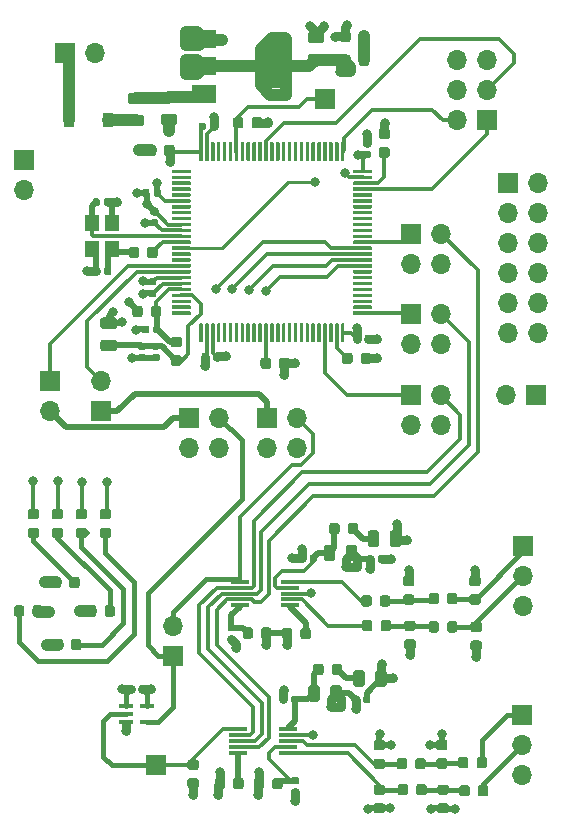
<source format=gbr>
%TF.GenerationSoftware,KiCad,Pcbnew,(5.1.5-0-10_14)*%
%TF.CreationDate,2021-01-02T15:40:46-05:00*%
%TF.ProjectId,E90,4539302e-6b69-4636-9164-5f7063625858,rev?*%
%TF.SameCoordinates,Original*%
%TF.FileFunction,Copper,L1,Top*%
%TF.FilePolarity,Positive*%
%FSLAX46Y46*%
G04 Gerber Fmt 4.6, Leading zero omitted, Abs format (unit mm)*
G04 Created by KiCad (PCBNEW (5.1.5-0-10_14)) date 2021-01-02 15:40:46*
%MOMM*%
%LPD*%
G04 APERTURE LIST*
%TA.AperFunction,SMDPad,CuDef*%
%ADD10R,1.168400X0.355600*%
%TD*%
%TA.AperFunction,SMDPad,CuDef*%
%ADD11C,0.100000*%
%TD*%
%TA.AperFunction,ComponentPad*%
%ADD12R,1.700000X1.700000*%
%TD*%
%TA.AperFunction,SMDPad,CuDef*%
%ADD13R,0.900000X1.200000*%
%TD*%
%TA.AperFunction,SMDPad,CuDef*%
%ADD14R,1.200000X1.400000*%
%TD*%
%TA.AperFunction,ComponentPad*%
%ADD15O,1.700000X1.700000*%
%TD*%
%TA.AperFunction,SMDPad,CuDef*%
%ADD16R,2.000000X3.800000*%
%TD*%
%TA.AperFunction,SMDPad,CuDef*%
%ADD17R,2.000000X1.500000*%
%TD*%
%TA.AperFunction,SMDPad,CuDef*%
%ADD18R,1.500000X0.300000*%
%TD*%
%TA.AperFunction,ViaPad*%
%ADD19C,0.800000*%
%TD*%
%TA.AperFunction,Conductor*%
%ADD20C,0.300000*%
%TD*%
%TA.AperFunction,Conductor*%
%ADD21C,0.500000*%
%TD*%
%TA.AperFunction,Conductor*%
%ADD22C,1.000000*%
%TD*%
%TA.AperFunction,Conductor*%
%ADD23C,0.750000*%
%TD*%
%TA.AperFunction,Conductor*%
%ADD24C,0.400000*%
%TD*%
%TA.AperFunction,Conductor*%
%ADD25C,0.250000*%
%TD*%
G04 APERTURE END LIST*
D10*
%TO.P,U3,1*%
%TO.N,GND*%
X62632000Y-109299200D03*
%TO.P,U3,2*%
%TO.N,Net-(J11-Pad1)*%
X62632000Y-109959600D03*
%TO.P,U3,3*%
%TO.N,GND*%
X62632000Y-110620000D03*
%TO.P,U3,4*%
%TO.N,CS_SDOUT*%
X64410000Y-110620000D03*
%TO.P,U3,5*%
%TO.N,+3V3*%
X64410000Y-109299200D03*
%TD*%
%TA.AperFunction,SMDPad,CuDef*%
D11*
%TO.P,R20,1*%
%TO.N,GND*%
G36*
X76290191Y-79766053D02*
G01*
X76311426Y-79769203D01*
X76332250Y-79774419D01*
X76352462Y-79781651D01*
X76371868Y-79790830D01*
X76390281Y-79801866D01*
X76407524Y-79814654D01*
X76423430Y-79829070D01*
X76437846Y-79844976D01*
X76450634Y-79862219D01*
X76461670Y-79880632D01*
X76470849Y-79900038D01*
X76478081Y-79920250D01*
X76483297Y-79941074D01*
X76486447Y-79962309D01*
X76487500Y-79983750D01*
X76487500Y-80496250D01*
X76486447Y-80517691D01*
X76483297Y-80538926D01*
X76478081Y-80559750D01*
X76470849Y-80579962D01*
X76461670Y-80599368D01*
X76450634Y-80617781D01*
X76437846Y-80635024D01*
X76423430Y-80650930D01*
X76407524Y-80665346D01*
X76390281Y-80678134D01*
X76371868Y-80689170D01*
X76352462Y-80698349D01*
X76332250Y-80705581D01*
X76311426Y-80710797D01*
X76290191Y-80713947D01*
X76268750Y-80715000D01*
X75831250Y-80715000D01*
X75809809Y-80713947D01*
X75788574Y-80710797D01*
X75767750Y-80705581D01*
X75747538Y-80698349D01*
X75728132Y-80689170D01*
X75709719Y-80678134D01*
X75692476Y-80665346D01*
X75676570Y-80650930D01*
X75662154Y-80635024D01*
X75649366Y-80617781D01*
X75638330Y-80599368D01*
X75629151Y-80579962D01*
X75621919Y-80559750D01*
X75616703Y-80538926D01*
X75613553Y-80517691D01*
X75612500Y-80496250D01*
X75612500Y-79983750D01*
X75613553Y-79962309D01*
X75616703Y-79941074D01*
X75621919Y-79920250D01*
X75629151Y-79900038D01*
X75638330Y-79880632D01*
X75649366Y-79862219D01*
X75662154Y-79844976D01*
X75676570Y-79829070D01*
X75692476Y-79814654D01*
X75709719Y-79801866D01*
X75728132Y-79790830D01*
X75747538Y-79781651D01*
X75767750Y-79774419D01*
X75788574Y-79769203D01*
X75809809Y-79766053D01*
X75831250Y-79765000D01*
X76268750Y-79765000D01*
X76290191Y-79766053D01*
G37*
%TD.AperFunction*%
%TA.AperFunction,SMDPad,CuDef*%
%TO.P,R20,2*%
%TO.N,BOOT1*%
G36*
X74715191Y-79766053D02*
G01*
X74736426Y-79769203D01*
X74757250Y-79774419D01*
X74777462Y-79781651D01*
X74796868Y-79790830D01*
X74815281Y-79801866D01*
X74832524Y-79814654D01*
X74848430Y-79829070D01*
X74862846Y-79844976D01*
X74875634Y-79862219D01*
X74886670Y-79880632D01*
X74895849Y-79900038D01*
X74903081Y-79920250D01*
X74908297Y-79941074D01*
X74911447Y-79962309D01*
X74912500Y-79983750D01*
X74912500Y-80496250D01*
X74911447Y-80517691D01*
X74908297Y-80538926D01*
X74903081Y-80559750D01*
X74895849Y-80579962D01*
X74886670Y-80599368D01*
X74875634Y-80617781D01*
X74862846Y-80635024D01*
X74848430Y-80650930D01*
X74832524Y-80665346D01*
X74815281Y-80678134D01*
X74796868Y-80689170D01*
X74777462Y-80698349D01*
X74757250Y-80705581D01*
X74736426Y-80710797D01*
X74715191Y-80713947D01*
X74693750Y-80715000D01*
X74256250Y-80715000D01*
X74234809Y-80713947D01*
X74213574Y-80710797D01*
X74192750Y-80705581D01*
X74172538Y-80698349D01*
X74153132Y-80689170D01*
X74134719Y-80678134D01*
X74117476Y-80665346D01*
X74101570Y-80650930D01*
X74087154Y-80635024D01*
X74074366Y-80617781D01*
X74063330Y-80599368D01*
X74054151Y-80579962D01*
X74046919Y-80559750D01*
X74041703Y-80538926D01*
X74038553Y-80517691D01*
X74037500Y-80496250D01*
X74037500Y-79983750D01*
X74038553Y-79962309D01*
X74041703Y-79941074D01*
X74046919Y-79920250D01*
X74054151Y-79900038D01*
X74063330Y-79880632D01*
X74074366Y-79862219D01*
X74087154Y-79844976D01*
X74101570Y-79829070D01*
X74117476Y-79814654D01*
X74134719Y-79801866D01*
X74153132Y-79790830D01*
X74172538Y-79781651D01*
X74192750Y-79774419D01*
X74213574Y-79769203D01*
X74234809Y-79766053D01*
X74256250Y-79765000D01*
X74693750Y-79765000D01*
X74715191Y-79766053D01*
G37*
%TD.AperFunction*%
%TD*%
D12*
%TO.P,J11,1*%
%TO.N,Net-(J11-Pad1)*%
X65190000Y-114230000D03*
%TD*%
%TA.AperFunction,SMDPad,CuDef*%
D11*
%TO.P,U5,1*%
%TO.N,Net-(U5-Pad1)*%
G36*
X68057351Y-63850361D02*
G01*
X68064632Y-63851441D01*
X68071771Y-63853229D01*
X68078701Y-63855709D01*
X68085355Y-63858856D01*
X68091668Y-63862640D01*
X68097579Y-63867024D01*
X68103033Y-63871967D01*
X68107976Y-63877421D01*
X68112360Y-63883332D01*
X68116144Y-63889645D01*
X68119291Y-63896299D01*
X68121771Y-63903229D01*
X68123559Y-63910368D01*
X68124639Y-63917649D01*
X68125000Y-63925000D01*
X68125000Y-64075000D01*
X68124639Y-64082351D01*
X68123559Y-64089632D01*
X68121771Y-64096771D01*
X68119291Y-64103701D01*
X68116144Y-64110355D01*
X68112360Y-64116668D01*
X68107976Y-64122579D01*
X68103033Y-64128033D01*
X68097579Y-64132976D01*
X68091668Y-64137360D01*
X68085355Y-64141144D01*
X68078701Y-64144291D01*
X68071771Y-64146771D01*
X68064632Y-64148559D01*
X68057351Y-64149639D01*
X68050000Y-64150000D01*
X66600000Y-64150000D01*
X66592649Y-64149639D01*
X66585368Y-64148559D01*
X66578229Y-64146771D01*
X66571299Y-64144291D01*
X66564645Y-64141144D01*
X66558332Y-64137360D01*
X66552421Y-64132976D01*
X66546967Y-64128033D01*
X66542024Y-64122579D01*
X66537640Y-64116668D01*
X66533856Y-64110355D01*
X66530709Y-64103701D01*
X66528229Y-64096771D01*
X66526441Y-64089632D01*
X66525361Y-64082351D01*
X66525000Y-64075000D01*
X66525000Y-63925000D01*
X66525361Y-63917649D01*
X66526441Y-63910368D01*
X66528229Y-63903229D01*
X66530709Y-63896299D01*
X66533856Y-63889645D01*
X66537640Y-63883332D01*
X66542024Y-63877421D01*
X66546967Y-63871967D01*
X66552421Y-63867024D01*
X66558332Y-63862640D01*
X66564645Y-63858856D01*
X66571299Y-63855709D01*
X66578229Y-63853229D01*
X66585368Y-63851441D01*
X66592649Y-63850361D01*
X66600000Y-63850000D01*
X68050000Y-63850000D01*
X68057351Y-63850361D01*
G37*
%TD.AperFunction*%
%TA.AperFunction,SMDPad,CuDef*%
%TO.P,U5,2*%
%TO.N,Net-(U5-Pad2)*%
G36*
X68057351Y-64350361D02*
G01*
X68064632Y-64351441D01*
X68071771Y-64353229D01*
X68078701Y-64355709D01*
X68085355Y-64358856D01*
X68091668Y-64362640D01*
X68097579Y-64367024D01*
X68103033Y-64371967D01*
X68107976Y-64377421D01*
X68112360Y-64383332D01*
X68116144Y-64389645D01*
X68119291Y-64396299D01*
X68121771Y-64403229D01*
X68123559Y-64410368D01*
X68124639Y-64417649D01*
X68125000Y-64425000D01*
X68125000Y-64575000D01*
X68124639Y-64582351D01*
X68123559Y-64589632D01*
X68121771Y-64596771D01*
X68119291Y-64603701D01*
X68116144Y-64610355D01*
X68112360Y-64616668D01*
X68107976Y-64622579D01*
X68103033Y-64628033D01*
X68097579Y-64632976D01*
X68091668Y-64637360D01*
X68085355Y-64641144D01*
X68078701Y-64644291D01*
X68071771Y-64646771D01*
X68064632Y-64648559D01*
X68057351Y-64649639D01*
X68050000Y-64650000D01*
X66600000Y-64650000D01*
X66592649Y-64649639D01*
X66585368Y-64648559D01*
X66578229Y-64646771D01*
X66571299Y-64644291D01*
X66564645Y-64641144D01*
X66558332Y-64637360D01*
X66552421Y-64632976D01*
X66546967Y-64628033D01*
X66542024Y-64622579D01*
X66537640Y-64616668D01*
X66533856Y-64610355D01*
X66530709Y-64603701D01*
X66528229Y-64596771D01*
X66526441Y-64589632D01*
X66525361Y-64582351D01*
X66525000Y-64575000D01*
X66525000Y-64425000D01*
X66525361Y-64417649D01*
X66526441Y-64410368D01*
X66528229Y-64403229D01*
X66530709Y-64396299D01*
X66533856Y-64389645D01*
X66537640Y-64383332D01*
X66542024Y-64377421D01*
X66546967Y-64371967D01*
X66552421Y-64367024D01*
X66558332Y-64362640D01*
X66564645Y-64358856D01*
X66571299Y-64355709D01*
X66578229Y-64353229D01*
X66585368Y-64351441D01*
X66592649Y-64350361D01*
X66600000Y-64350000D01*
X68050000Y-64350000D01*
X68057351Y-64350361D01*
G37*
%TD.AperFunction*%
%TA.AperFunction,SMDPad,CuDef*%
%TO.P,U5,3*%
%TO.N,Net-(U5-Pad3)*%
G36*
X68057351Y-64850361D02*
G01*
X68064632Y-64851441D01*
X68071771Y-64853229D01*
X68078701Y-64855709D01*
X68085355Y-64858856D01*
X68091668Y-64862640D01*
X68097579Y-64867024D01*
X68103033Y-64871967D01*
X68107976Y-64877421D01*
X68112360Y-64883332D01*
X68116144Y-64889645D01*
X68119291Y-64896299D01*
X68121771Y-64903229D01*
X68123559Y-64910368D01*
X68124639Y-64917649D01*
X68125000Y-64925000D01*
X68125000Y-65075000D01*
X68124639Y-65082351D01*
X68123559Y-65089632D01*
X68121771Y-65096771D01*
X68119291Y-65103701D01*
X68116144Y-65110355D01*
X68112360Y-65116668D01*
X68107976Y-65122579D01*
X68103033Y-65128033D01*
X68097579Y-65132976D01*
X68091668Y-65137360D01*
X68085355Y-65141144D01*
X68078701Y-65144291D01*
X68071771Y-65146771D01*
X68064632Y-65148559D01*
X68057351Y-65149639D01*
X68050000Y-65150000D01*
X66600000Y-65150000D01*
X66592649Y-65149639D01*
X66585368Y-65148559D01*
X66578229Y-65146771D01*
X66571299Y-65144291D01*
X66564645Y-65141144D01*
X66558332Y-65137360D01*
X66552421Y-65132976D01*
X66546967Y-65128033D01*
X66542024Y-65122579D01*
X66537640Y-65116668D01*
X66533856Y-65110355D01*
X66530709Y-65103701D01*
X66528229Y-65096771D01*
X66526441Y-65089632D01*
X66525361Y-65082351D01*
X66525000Y-65075000D01*
X66525000Y-64925000D01*
X66525361Y-64917649D01*
X66526441Y-64910368D01*
X66528229Y-64903229D01*
X66530709Y-64896299D01*
X66533856Y-64889645D01*
X66537640Y-64883332D01*
X66542024Y-64877421D01*
X66546967Y-64871967D01*
X66552421Y-64867024D01*
X66558332Y-64862640D01*
X66564645Y-64858856D01*
X66571299Y-64855709D01*
X66578229Y-64853229D01*
X66585368Y-64851441D01*
X66592649Y-64850361D01*
X66600000Y-64850000D01*
X68050000Y-64850000D01*
X68057351Y-64850361D01*
G37*
%TD.AperFunction*%
%TA.AperFunction,SMDPad,CuDef*%
%TO.P,U5,4*%
%TO.N,Net-(U5-Pad4)*%
G36*
X68057351Y-65350361D02*
G01*
X68064632Y-65351441D01*
X68071771Y-65353229D01*
X68078701Y-65355709D01*
X68085355Y-65358856D01*
X68091668Y-65362640D01*
X68097579Y-65367024D01*
X68103033Y-65371967D01*
X68107976Y-65377421D01*
X68112360Y-65383332D01*
X68116144Y-65389645D01*
X68119291Y-65396299D01*
X68121771Y-65403229D01*
X68123559Y-65410368D01*
X68124639Y-65417649D01*
X68125000Y-65425000D01*
X68125000Y-65575000D01*
X68124639Y-65582351D01*
X68123559Y-65589632D01*
X68121771Y-65596771D01*
X68119291Y-65603701D01*
X68116144Y-65610355D01*
X68112360Y-65616668D01*
X68107976Y-65622579D01*
X68103033Y-65628033D01*
X68097579Y-65632976D01*
X68091668Y-65637360D01*
X68085355Y-65641144D01*
X68078701Y-65644291D01*
X68071771Y-65646771D01*
X68064632Y-65648559D01*
X68057351Y-65649639D01*
X68050000Y-65650000D01*
X66600000Y-65650000D01*
X66592649Y-65649639D01*
X66585368Y-65648559D01*
X66578229Y-65646771D01*
X66571299Y-65644291D01*
X66564645Y-65641144D01*
X66558332Y-65637360D01*
X66552421Y-65632976D01*
X66546967Y-65628033D01*
X66542024Y-65622579D01*
X66537640Y-65616668D01*
X66533856Y-65610355D01*
X66530709Y-65603701D01*
X66528229Y-65596771D01*
X66526441Y-65589632D01*
X66525361Y-65582351D01*
X66525000Y-65575000D01*
X66525000Y-65425000D01*
X66525361Y-65417649D01*
X66526441Y-65410368D01*
X66528229Y-65403229D01*
X66530709Y-65396299D01*
X66533856Y-65389645D01*
X66537640Y-65383332D01*
X66542024Y-65377421D01*
X66546967Y-65371967D01*
X66552421Y-65367024D01*
X66558332Y-65362640D01*
X66564645Y-65358856D01*
X66571299Y-65355709D01*
X66578229Y-65353229D01*
X66585368Y-65351441D01*
X66592649Y-65350361D01*
X66600000Y-65350000D01*
X68050000Y-65350000D01*
X68057351Y-65350361D01*
G37*
%TD.AperFunction*%
%TA.AperFunction,SMDPad,CuDef*%
%TO.P,U5,5*%
%TO.N,Net-(U5-Pad5)*%
G36*
X68057351Y-65850361D02*
G01*
X68064632Y-65851441D01*
X68071771Y-65853229D01*
X68078701Y-65855709D01*
X68085355Y-65858856D01*
X68091668Y-65862640D01*
X68097579Y-65867024D01*
X68103033Y-65871967D01*
X68107976Y-65877421D01*
X68112360Y-65883332D01*
X68116144Y-65889645D01*
X68119291Y-65896299D01*
X68121771Y-65903229D01*
X68123559Y-65910368D01*
X68124639Y-65917649D01*
X68125000Y-65925000D01*
X68125000Y-66075000D01*
X68124639Y-66082351D01*
X68123559Y-66089632D01*
X68121771Y-66096771D01*
X68119291Y-66103701D01*
X68116144Y-66110355D01*
X68112360Y-66116668D01*
X68107976Y-66122579D01*
X68103033Y-66128033D01*
X68097579Y-66132976D01*
X68091668Y-66137360D01*
X68085355Y-66141144D01*
X68078701Y-66144291D01*
X68071771Y-66146771D01*
X68064632Y-66148559D01*
X68057351Y-66149639D01*
X68050000Y-66150000D01*
X66600000Y-66150000D01*
X66592649Y-66149639D01*
X66585368Y-66148559D01*
X66578229Y-66146771D01*
X66571299Y-66144291D01*
X66564645Y-66141144D01*
X66558332Y-66137360D01*
X66552421Y-66132976D01*
X66546967Y-66128033D01*
X66542024Y-66122579D01*
X66537640Y-66116668D01*
X66533856Y-66110355D01*
X66530709Y-66103701D01*
X66528229Y-66096771D01*
X66526441Y-66089632D01*
X66525361Y-66082351D01*
X66525000Y-66075000D01*
X66525000Y-65925000D01*
X66525361Y-65917649D01*
X66526441Y-65910368D01*
X66528229Y-65903229D01*
X66530709Y-65896299D01*
X66533856Y-65889645D01*
X66537640Y-65883332D01*
X66542024Y-65877421D01*
X66546967Y-65871967D01*
X66552421Y-65867024D01*
X66558332Y-65862640D01*
X66564645Y-65858856D01*
X66571299Y-65855709D01*
X66578229Y-65853229D01*
X66585368Y-65851441D01*
X66592649Y-65850361D01*
X66600000Y-65850000D01*
X68050000Y-65850000D01*
X68057351Y-65850361D01*
G37*
%TD.AperFunction*%
%TA.AperFunction,SMDPad,CuDef*%
%TO.P,U5,6*%
%TO.N,+3V3*%
G36*
X68057351Y-66350361D02*
G01*
X68064632Y-66351441D01*
X68071771Y-66353229D01*
X68078701Y-66355709D01*
X68085355Y-66358856D01*
X68091668Y-66362640D01*
X68097579Y-66367024D01*
X68103033Y-66371967D01*
X68107976Y-66377421D01*
X68112360Y-66383332D01*
X68116144Y-66389645D01*
X68119291Y-66396299D01*
X68121771Y-66403229D01*
X68123559Y-66410368D01*
X68124639Y-66417649D01*
X68125000Y-66425000D01*
X68125000Y-66575000D01*
X68124639Y-66582351D01*
X68123559Y-66589632D01*
X68121771Y-66596771D01*
X68119291Y-66603701D01*
X68116144Y-66610355D01*
X68112360Y-66616668D01*
X68107976Y-66622579D01*
X68103033Y-66628033D01*
X68097579Y-66632976D01*
X68091668Y-66637360D01*
X68085355Y-66641144D01*
X68078701Y-66644291D01*
X68071771Y-66646771D01*
X68064632Y-66648559D01*
X68057351Y-66649639D01*
X68050000Y-66650000D01*
X66600000Y-66650000D01*
X66592649Y-66649639D01*
X66585368Y-66648559D01*
X66578229Y-66646771D01*
X66571299Y-66644291D01*
X66564645Y-66641144D01*
X66558332Y-66637360D01*
X66552421Y-66632976D01*
X66546967Y-66628033D01*
X66542024Y-66622579D01*
X66537640Y-66616668D01*
X66533856Y-66610355D01*
X66530709Y-66603701D01*
X66528229Y-66596771D01*
X66526441Y-66589632D01*
X66525361Y-66582351D01*
X66525000Y-66575000D01*
X66525000Y-66425000D01*
X66525361Y-66417649D01*
X66526441Y-66410368D01*
X66528229Y-66403229D01*
X66530709Y-66396299D01*
X66533856Y-66389645D01*
X66537640Y-66383332D01*
X66542024Y-66377421D01*
X66546967Y-66371967D01*
X66552421Y-66367024D01*
X66558332Y-66362640D01*
X66564645Y-66358856D01*
X66571299Y-66355709D01*
X66578229Y-66353229D01*
X66585368Y-66351441D01*
X66592649Y-66350361D01*
X66600000Y-66350000D01*
X68050000Y-66350000D01*
X68057351Y-66350361D01*
G37*
%TD.AperFunction*%
%TA.AperFunction,SMDPad,CuDef*%
%TO.P,U5,7*%
%TO.N,Net-(U5-Pad7)*%
G36*
X68057351Y-66850361D02*
G01*
X68064632Y-66851441D01*
X68071771Y-66853229D01*
X68078701Y-66855709D01*
X68085355Y-66858856D01*
X68091668Y-66862640D01*
X68097579Y-66867024D01*
X68103033Y-66871967D01*
X68107976Y-66877421D01*
X68112360Y-66883332D01*
X68116144Y-66889645D01*
X68119291Y-66896299D01*
X68121771Y-66903229D01*
X68123559Y-66910368D01*
X68124639Y-66917649D01*
X68125000Y-66925000D01*
X68125000Y-67075000D01*
X68124639Y-67082351D01*
X68123559Y-67089632D01*
X68121771Y-67096771D01*
X68119291Y-67103701D01*
X68116144Y-67110355D01*
X68112360Y-67116668D01*
X68107976Y-67122579D01*
X68103033Y-67128033D01*
X68097579Y-67132976D01*
X68091668Y-67137360D01*
X68085355Y-67141144D01*
X68078701Y-67144291D01*
X68071771Y-67146771D01*
X68064632Y-67148559D01*
X68057351Y-67149639D01*
X68050000Y-67150000D01*
X66600000Y-67150000D01*
X66592649Y-67149639D01*
X66585368Y-67148559D01*
X66578229Y-67146771D01*
X66571299Y-67144291D01*
X66564645Y-67141144D01*
X66558332Y-67137360D01*
X66552421Y-67132976D01*
X66546967Y-67128033D01*
X66542024Y-67122579D01*
X66537640Y-67116668D01*
X66533856Y-67110355D01*
X66530709Y-67103701D01*
X66528229Y-67096771D01*
X66526441Y-67089632D01*
X66525361Y-67082351D01*
X66525000Y-67075000D01*
X66525000Y-66925000D01*
X66525361Y-66917649D01*
X66526441Y-66910368D01*
X66528229Y-66903229D01*
X66530709Y-66896299D01*
X66533856Y-66889645D01*
X66537640Y-66883332D01*
X66542024Y-66877421D01*
X66546967Y-66871967D01*
X66552421Y-66867024D01*
X66558332Y-66862640D01*
X66564645Y-66858856D01*
X66571299Y-66855709D01*
X66578229Y-66853229D01*
X66585368Y-66851441D01*
X66592649Y-66850361D01*
X66600000Y-66850000D01*
X68050000Y-66850000D01*
X68057351Y-66850361D01*
G37*
%TD.AperFunction*%
%TA.AperFunction,SMDPad,CuDef*%
%TO.P,U5,8*%
%TO.N,Net-(U5-Pad8)*%
G36*
X68057351Y-67350361D02*
G01*
X68064632Y-67351441D01*
X68071771Y-67353229D01*
X68078701Y-67355709D01*
X68085355Y-67358856D01*
X68091668Y-67362640D01*
X68097579Y-67367024D01*
X68103033Y-67371967D01*
X68107976Y-67377421D01*
X68112360Y-67383332D01*
X68116144Y-67389645D01*
X68119291Y-67396299D01*
X68121771Y-67403229D01*
X68123559Y-67410368D01*
X68124639Y-67417649D01*
X68125000Y-67425000D01*
X68125000Y-67575000D01*
X68124639Y-67582351D01*
X68123559Y-67589632D01*
X68121771Y-67596771D01*
X68119291Y-67603701D01*
X68116144Y-67610355D01*
X68112360Y-67616668D01*
X68107976Y-67622579D01*
X68103033Y-67628033D01*
X68097579Y-67632976D01*
X68091668Y-67637360D01*
X68085355Y-67641144D01*
X68078701Y-67644291D01*
X68071771Y-67646771D01*
X68064632Y-67648559D01*
X68057351Y-67649639D01*
X68050000Y-67650000D01*
X66600000Y-67650000D01*
X66592649Y-67649639D01*
X66585368Y-67648559D01*
X66578229Y-67646771D01*
X66571299Y-67644291D01*
X66564645Y-67641144D01*
X66558332Y-67637360D01*
X66552421Y-67632976D01*
X66546967Y-67628033D01*
X66542024Y-67622579D01*
X66537640Y-67616668D01*
X66533856Y-67610355D01*
X66530709Y-67603701D01*
X66528229Y-67596771D01*
X66526441Y-67589632D01*
X66525361Y-67582351D01*
X66525000Y-67575000D01*
X66525000Y-67425000D01*
X66525361Y-67417649D01*
X66526441Y-67410368D01*
X66528229Y-67403229D01*
X66530709Y-67396299D01*
X66533856Y-67389645D01*
X66537640Y-67383332D01*
X66542024Y-67377421D01*
X66546967Y-67371967D01*
X66552421Y-67367024D01*
X66558332Y-67362640D01*
X66564645Y-67358856D01*
X66571299Y-67355709D01*
X66578229Y-67353229D01*
X66585368Y-67351441D01*
X66592649Y-67350361D01*
X66600000Y-67350000D01*
X68050000Y-67350000D01*
X68057351Y-67350361D01*
G37*
%TD.AperFunction*%
%TA.AperFunction,SMDPad,CuDef*%
%TO.P,U5,9*%
%TO.N,Net-(U5-Pad9)*%
G36*
X68057351Y-67850361D02*
G01*
X68064632Y-67851441D01*
X68071771Y-67853229D01*
X68078701Y-67855709D01*
X68085355Y-67858856D01*
X68091668Y-67862640D01*
X68097579Y-67867024D01*
X68103033Y-67871967D01*
X68107976Y-67877421D01*
X68112360Y-67883332D01*
X68116144Y-67889645D01*
X68119291Y-67896299D01*
X68121771Y-67903229D01*
X68123559Y-67910368D01*
X68124639Y-67917649D01*
X68125000Y-67925000D01*
X68125000Y-68075000D01*
X68124639Y-68082351D01*
X68123559Y-68089632D01*
X68121771Y-68096771D01*
X68119291Y-68103701D01*
X68116144Y-68110355D01*
X68112360Y-68116668D01*
X68107976Y-68122579D01*
X68103033Y-68128033D01*
X68097579Y-68132976D01*
X68091668Y-68137360D01*
X68085355Y-68141144D01*
X68078701Y-68144291D01*
X68071771Y-68146771D01*
X68064632Y-68148559D01*
X68057351Y-68149639D01*
X68050000Y-68150000D01*
X66600000Y-68150000D01*
X66592649Y-68149639D01*
X66585368Y-68148559D01*
X66578229Y-68146771D01*
X66571299Y-68144291D01*
X66564645Y-68141144D01*
X66558332Y-68137360D01*
X66552421Y-68132976D01*
X66546967Y-68128033D01*
X66542024Y-68122579D01*
X66537640Y-68116668D01*
X66533856Y-68110355D01*
X66530709Y-68103701D01*
X66528229Y-68096771D01*
X66526441Y-68089632D01*
X66525361Y-68082351D01*
X66525000Y-68075000D01*
X66525000Y-67925000D01*
X66525361Y-67917649D01*
X66526441Y-67910368D01*
X66528229Y-67903229D01*
X66530709Y-67896299D01*
X66533856Y-67889645D01*
X66537640Y-67883332D01*
X66542024Y-67877421D01*
X66546967Y-67871967D01*
X66552421Y-67867024D01*
X66558332Y-67862640D01*
X66564645Y-67858856D01*
X66571299Y-67855709D01*
X66578229Y-67853229D01*
X66585368Y-67851441D01*
X66592649Y-67850361D01*
X66600000Y-67850000D01*
X68050000Y-67850000D01*
X68057351Y-67850361D01*
G37*
%TD.AperFunction*%
%TA.AperFunction,SMDPad,CuDef*%
%TO.P,U5,10*%
%TO.N,GND*%
G36*
X68057351Y-68350361D02*
G01*
X68064632Y-68351441D01*
X68071771Y-68353229D01*
X68078701Y-68355709D01*
X68085355Y-68358856D01*
X68091668Y-68362640D01*
X68097579Y-68367024D01*
X68103033Y-68371967D01*
X68107976Y-68377421D01*
X68112360Y-68383332D01*
X68116144Y-68389645D01*
X68119291Y-68396299D01*
X68121771Y-68403229D01*
X68123559Y-68410368D01*
X68124639Y-68417649D01*
X68125000Y-68425000D01*
X68125000Y-68575000D01*
X68124639Y-68582351D01*
X68123559Y-68589632D01*
X68121771Y-68596771D01*
X68119291Y-68603701D01*
X68116144Y-68610355D01*
X68112360Y-68616668D01*
X68107976Y-68622579D01*
X68103033Y-68628033D01*
X68097579Y-68632976D01*
X68091668Y-68637360D01*
X68085355Y-68641144D01*
X68078701Y-68644291D01*
X68071771Y-68646771D01*
X68064632Y-68648559D01*
X68057351Y-68649639D01*
X68050000Y-68650000D01*
X66600000Y-68650000D01*
X66592649Y-68649639D01*
X66585368Y-68648559D01*
X66578229Y-68646771D01*
X66571299Y-68644291D01*
X66564645Y-68641144D01*
X66558332Y-68637360D01*
X66552421Y-68632976D01*
X66546967Y-68628033D01*
X66542024Y-68622579D01*
X66537640Y-68616668D01*
X66533856Y-68610355D01*
X66530709Y-68603701D01*
X66528229Y-68596771D01*
X66526441Y-68589632D01*
X66525361Y-68582351D01*
X66525000Y-68575000D01*
X66525000Y-68425000D01*
X66525361Y-68417649D01*
X66526441Y-68410368D01*
X66528229Y-68403229D01*
X66530709Y-68396299D01*
X66533856Y-68389645D01*
X66537640Y-68383332D01*
X66542024Y-68377421D01*
X66546967Y-68371967D01*
X66552421Y-68367024D01*
X66558332Y-68362640D01*
X66564645Y-68358856D01*
X66571299Y-68355709D01*
X66578229Y-68353229D01*
X66585368Y-68351441D01*
X66592649Y-68350361D01*
X66600000Y-68350000D01*
X68050000Y-68350000D01*
X68057351Y-68350361D01*
G37*
%TD.AperFunction*%
%TA.AperFunction,SMDPad,CuDef*%
%TO.P,U5,11*%
%TO.N,+3V3*%
G36*
X68057351Y-68850361D02*
G01*
X68064632Y-68851441D01*
X68071771Y-68853229D01*
X68078701Y-68855709D01*
X68085355Y-68858856D01*
X68091668Y-68862640D01*
X68097579Y-68867024D01*
X68103033Y-68871967D01*
X68107976Y-68877421D01*
X68112360Y-68883332D01*
X68116144Y-68889645D01*
X68119291Y-68896299D01*
X68121771Y-68903229D01*
X68123559Y-68910368D01*
X68124639Y-68917649D01*
X68125000Y-68925000D01*
X68125000Y-69075000D01*
X68124639Y-69082351D01*
X68123559Y-69089632D01*
X68121771Y-69096771D01*
X68119291Y-69103701D01*
X68116144Y-69110355D01*
X68112360Y-69116668D01*
X68107976Y-69122579D01*
X68103033Y-69128033D01*
X68097579Y-69132976D01*
X68091668Y-69137360D01*
X68085355Y-69141144D01*
X68078701Y-69144291D01*
X68071771Y-69146771D01*
X68064632Y-69148559D01*
X68057351Y-69149639D01*
X68050000Y-69150000D01*
X66600000Y-69150000D01*
X66592649Y-69149639D01*
X66585368Y-69148559D01*
X66578229Y-69146771D01*
X66571299Y-69144291D01*
X66564645Y-69141144D01*
X66558332Y-69137360D01*
X66552421Y-69132976D01*
X66546967Y-69128033D01*
X66542024Y-69122579D01*
X66537640Y-69116668D01*
X66533856Y-69110355D01*
X66530709Y-69103701D01*
X66528229Y-69096771D01*
X66526441Y-69089632D01*
X66525361Y-69082351D01*
X66525000Y-69075000D01*
X66525000Y-68925000D01*
X66525361Y-68917649D01*
X66526441Y-68910368D01*
X66528229Y-68903229D01*
X66530709Y-68896299D01*
X66533856Y-68889645D01*
X66537640Y-68883332D01*
X66542024Y-68877421D01*
X66546967Y-68871967D01*
X66552421Y-68867024D01*
X66558332Y-68862640D01*
X66564645Y-68858856D01*
X66571299Y-68855709D01*
X66578229Y-68853229D01*
X66585368Y-68851441D01*
X66592649Y-68850361D01*
X66600000Y-68850000D01*
X68050000Y-68850000D01*
X68057351Y-68850361D01*
G37*
%TD.AperFunction*%
%TA.AperFunction,SMDPad,CuDef*%
%TO.P,U5,12*%
%TO.N,HSE_IN*%
G36*
X68057351Y-69350361D02*
G01*
X68064632Y-69351441D01*
X68071771Y-69353229D01*
X68078701Y-69355709D01*
X68085355Y-69358856D01*
X68091668Y-69362640D01*
X68097579Y-69367024D01*
X68103033Y-69371967D01*
X68107976Y-69377421D01*
X68112360Y-69383332D01*
X68116144Y-69389645D01*
X68119291Y-69396299D01*
X68121771Y-69403229D01*
X68123559Y-69410368D01*
X68124639Y-69417649D01*
X68125000Y-69425000D01*
X68125000Y-69575000D01*
X68124639Y-69582351D01*
X68123559Y-69589632D01*
X68121771Y-69596771D01*
X68119291Y-69603701D01*
X68116144Y-69610355D01*
X68112360Y-69616668D01*
X68107976Y-69622579D01*
X68103033Y-69628033D01*
X68097579Y-69632976D01*
X68091668Y-69637360D01*
X68085355Y-69641144D01*
X68078701Y-69644291D01*
X68071771Y-69646771D01*
X68064632Y-69648559D01*
X68057351Y-69649639D01*
X68050000Y-69650000D01*
X66600000Y-69650000D01*
X66592649Y-69649639D01*
X66585368Y-69648559D01*
X66578229Y-69646771D01*
X66571299Y-69644291D01*
X66564645Y-69641144D01*
X66558332Y-69637360D01*
X66552421Y-69632976D01*
X66546967Y-69628033D01*
X66542024Y-69622579D01*
X66537640Y-69616668D01*
X66533856Y-69610355D01*
X66530709Y-69603701D01*
X66528229Y-69596771D01*
X66526441Y-69589632D01*
X66525361Y-69582351D01*
X66525000Y-69575000D01*
X66525000Y-69425000D01*
X66525361Y-69417649D01*
X66526441Y-69410368D01*
X66528229Y-69403229D01*
X66530709Y-69396299D01*
X66533856Y-69389645D01*
X66537640Y-69383332D01*
X66542024Y-69377421D01*
X66546967Y-69371967D01*
X66552421Y-69367024D01*
X66558332Y-69362640D01*
X66564645Y-69358856D01*
X66571299Y-69355709D01*
X66578229Y-69353229D01*
X66585368Y-69351441D01*
X66592649Y-69350361D01*
X66600000Y-69350000D01*
X68050000Y-69350000D01*
X68057351Y-69350361D01*
G37*
%TD.AperFunction*%
%TA.AperFunction,SMDPad,CuDef*%
%TO.P,U5,13*%
%TO.N,HSE_OUT*%
G36*
X68057351Y-69850361D02*
G01*
X68064632Y-69851441D01*
X68071771Y-69853229D01*
X68078701Y-69855709D01*
X68085355Y-69858856D01*
X68091668Y-69862640D01*
X68097579Y-69867024D01*
X68103033Y-69871967D01*
X68107976Y-69877421D01*
X68112360Y-69883332D01*
X68116144Y-69889645D01*
X68119291Y-69896299D01*
X68121771Y-69903229D01*
X68123559Y-69910368D01*
X68124639Y-69917649D01*
X68125000Y-69925000D01*
X68125000Y-70075000D01*
X68124639Y-70082351D01*
X68123559Y-70089632D01*
X68121771Y-70096771D01*
X68119291Y-70103701D01*
X68116144Y-70110355D01*
X68112360Y-70116668D01*
X68107976Y-70122579D01*
X68103033Y-70128033D01*
X68097579Y-70132976D01*
X68091668Y-70137360D01*
X68085355Y-70141144D01*
X68078701Y-70144291D01*
X68071771Y-70146771D01*
X68064632Y-70148559D01*
X68057351Y-70149639D01*
X68050000Y-70150000D01*
X66600000Y-70150000D01*
X66592649Y-70149639D01*
X66585368Y-70148559D01*
X66578229Y-70146771D01*
X66571299Y-70144291D01*
X66564645Y-70141144D01*
X66558332Y-70137360D01*
X66552421Y-70132976D01*
X66546967Y-70128033D01*
X66542024Y-70122579D01*
X66537640Y-70116668D01*
X66533856Y-70110355D01*
X66530709Y-70103701D01*
X66528229Y-70096771D01*
X66526441Y-70089632D01*
X66525361Y-70082351D01*
X66525000Y-70075000D01*
X66525000Y-69925000D01*
X66525361Y-69917649D01*
X66526441Y-69910368D01*
X66528229Y-69903229D01*
X66530709Y-69896299D01*
X66533856Y-69889645D01*
X66537640Y-69883332D01*
X66542024Y-69877421D01*
X66546967Y-69871967D01*
X66552421Y-69867024D01*
X66558332Y-69862640D01*
X66564645Y-69858856D01*
X66571299Y-69855709D01*
X66578229Y-69853229D01*
X66585368Y-69851441D01*
X66592649Y-69850361D01*
X66600000Y-69850000D01*
X68050000Y-69850000D01*
X68057351Y-69850361D01*
G37*
%TD.AperFunction*%
%TA.AperFunction,SMDPad,CuDef*%
%TO.P,U5,14*%
%TO.N,NRST*%
G36*
X68057351Y-70350361D02*
G01*
X68064632Y-70351441D01*
X68071771Y-70353229D01*
X68078701Y-70355709D01*
X68085355Y-70358856D01*
X68091668Y-70362640D01*
X68097579Y-70367024D01*
X68103033Y-70371967D01*
X68107976Y-70377421D01*
X68112360Y-70383332D01*
X68116144Y-70389645D01*
X68119291Y-70396299D01*
X68121771Y-70403229D01*
X68123559Y-70410368D01*
X68124639Y-70417649D01*
X68125000Y-70425000D01*
X68125000Y-70575000D01*
X68124639Y-70582351D01*
X68123559Y-70589632D01*
X68121771Y-70596771D01*
X68119291Y-70603701D01*
X68116144Y-70610355D01*
X68112360Y-70616668D01*
X68107976Y-70622579D01*
X68103033Y-70628033D01*
X68097579Y-70632976D01*
X68091668Y-70637360D01*
X68085355Y-70641144D01*
X68078701Y-70644291D01*
X68071771Y-70646771D01*
X68064632Y-70648559D01*
X68057351Y-70649639D01*
X68050000Y-70650000D01*
X66600000Y-70650000D01*
X66592649Y-70649639D01*
X66585368Y-70648559D01*
X66578229Y-70646771D01*
X66571299Y-70644291D01*
X66564645Y-70641144D01*
X66558332Y-70637360D01*
X66552421Y-70632976D01*
X66546967Y-70628033D01*
X66542024Y-70622579D01*
X66537640Y-70616668D01*
X66533856Y-70610355D01*
X66530709Y-70603701D01*
X66528229Y-70596771D01*
X66526441Y-70589632D01*
X66525361Y-70582351D01*
X66525000Y-70575000D01*
X66525000Y-70425000D01*
X66525361Y-70417649D01*
X66526441Y-70410368D01*
X66528229Y-70403229D01*
X66530709Y-70396299D01*
X66533856Y-70389645D01*
X66537640Y-70383332D01*
X66542024Y-70377421D01*
X66546967Y-70371967D01*
X66552421Y-70367024D01*
X66558332Y-70362640D01*
X66564645Y-70358856D01*
X66571299Y-70355709D01*
X66578229Y-70353229D01*
X66585368Y-70351441D01*
X66592649Y-70350361D01*
X66600000Y-70350000D01*
X68050000Y-70350000D01*
X68057351Y-70350361D01*
G37*
%TD.AperFunction*%
%TA.AperFunction,SMDPad,CuDef*%
%TO.P,U5,15*%
%TO.N,Net-(U5-Pad15)*%
G36*
X68057351Y-70850361D02*
G01*
X68064632Y-70851441D01*
X68071771Y-70853229D01*
X68078701Y-70855709D01*
X68085355Y-70858856D01*
X68091668Y-70862640D01*
X68097579Y-70867024D01*
X68103033Y-70871967D01*
X68107976Y-70877421D01*
X68112360Y-70883332D01*
X68116144Y-70889645D01*
X68119291Y-70896299D01*
X68121771Y-70903229D01*
X68123559Y-70910368D01*
X68124639Y-70917649D01*
X68125000Y-70925000D01*
X68125000Y-71075000D01*
X68124639Y-71082351D01*
X68123559Y-71089632D01*
X68121771Y-71096771D01*
X68119291Y-71103701D01*
X68116144Y-71110355D01*
X68112360Y-71116668D01*
X68107976Y-71122579D01*
X68103033Y-71128033D01*
X68097579Y-71132976D01*
X68091668Y-71137360D01*
X68085355Y-71141144D01*
X68078701Y-71144291D01*
X68071771Y-71146771D01*
X68064632Y-71148559D01*
X68057351Y-71149639D01*
X68050000Y-71150000D01*
X66600000Y-71150000D01*
X66592649Y-71149639D01*
X66585368Y-71148559D01*
X66578229Y-71146771D01*
X66571299Y-71144291D01*
X66564645Y-71141144D01*
X66558332Y-71137360D01*
X66552421Y-71132976D01*
X66546967Y-71128033D01*
X66542024Y-71122579D01*
X66537640Y-71116668D01*
X66533856Y-71110355D01*
X66530709Y-71103701D01*
X66528229Y-71096771D01*
X66526441Y-71089632D01*
X66525361Y-71082351D01*
X66525000Y-71075000D01*
X66525000Y-70925000D01*
X66525361Y-70917649D01*
X66526441Y-70910368D01*
X66528229Y-70903229D01*
X66530709Y-70896299D01*
X66533856Y-70889645D01*
X66537640Y-70883332D01*
X66542024Y-70877421D01*
X66546967Y-70871967D01*
X66552421Y-70867024D01*
X66558332Y-70862640D01*
X66564645Y-70858856D01*
X66571299Y-70855709D01*
X66578229Y-70853229D01*
X66585368Y-70851441D01*
X66592649Y-70850361D01*
X66600000Y-70850000D01*
X68050000Y-70850000D01*
X68057351Y-70850361D01*
G37*
%TD.AperFunction*%
%TA.AperFunction,SMDPad,CuDef*%
%TO.P,U5,16*%
%TO.N,Net-(U5-Pad16)*%
G36*
X68057351Y-71350361D02*
G01*
X68064632Y-71351441D01*
X68071771Y-71353229D01*
X68078701Y-71355709D01*
X68085355Y-71358856D01*
X68091668Y-71362640D01*
X68097579Y-71367024D01*
X68103033Y-71371967D01*
X68107976Y-71377421D01*
X68112360Y-71383332D01*
X68116144Y-71389645D01*
X68119291Y-71396299D01*
X68121771Y-71403229D01*
X68123559Y-71410368D01*
X68124639Y-71417649D01*
X68125000Y-71425000D01*
X68125000Y-71575000D01*
X68124639Y-71582351D01*
X68123559Y-71589632D01*
X68121771Y-71596771D01*
X68119291Y-71603701D01*
X68116144Y-71610355D01*
X68112360Y-71616668D01*
X68107976Y-71622579D01*
X68103033Y-71628033D01*
X68097579Y-71632976D01*
X68091668Y-71637360D01*
X68085355Y-71641144D01*
X68078701Y-71644291D01*
X68071771Y-71646771D01*
X68064632Y-71648559D01*
X68057351Y-71649639D01*
X68050000Y-71650000D01*
X66600000Y-71650000D01*
X66592649Y-71649639D01*
X66585368Y-71648559D01*
X66578229Y-71646771D01*
X66571299Y-71644291D01*
X66564645Y-71641144D01*
X66558332Y-71637360D01*
X66552421Y-71632976D01*
X66546967Y-71628033D01*
X66542024Y-71622579D01*
X66537640Y-71616668D01*
X66533856Y-71610355D01*
X66530709Y-71603701D01*
X66528229Y-71596771D01*
X66526441Y-71589632D01*
X66525361Y-71582351D01*
X66525000Y-71575000D01*
X66525000Y-71425000D01*
X66525361Y-71417649D01*
X66526441Y-71410368D01*
X66528229Y-71403229D01*
X66530709Y-71396299D01*
X66533856Y-71389645D01*
X66537640Y-71383332D01*
X66542024Y-71377421D01*
X66546967Y-71371967D01*
X66552421Y-71367024D01*
X66558332Y-71362640D01*
X66564645Y-71358856D01*
X66571299Y-71355709D01*
X66578229Y-71353229D01*
X66585368Y-71351441D01*
X66592649Y-71350361D01*
X66600000Y-71350000D01*
X68050000Y-71350000D01*
X68057351Y-71350361D01*
G37*
%TD.AperFunction*%
%TA.AperFunction,SMDPad,CuDef*%
%TO.P,U5,17*%
%TO.N,Net-(J17-Pad1)*%
G36*
X68057351Y-71850361D02*
G01*
X68064632Y-71851441D01*
X68071771Y-71853229D01*
X68078701Y-71855709D01*
X68085355Y-71858856D01*
X68091668Y-71862640D01*
X68097579Y-71867024D01*
X68103033Y-71871967D01*
X68107976Y-71877421D01*
X68112360Y-71883332D01*
X68116144Y-71889645D01*
X68119291Y-71896299D01*
X68121771Y-71903229D01*
X68123559Y-71910368D01*
X68124639Y-71917649D01*
X68125000Y-71925000D01*
X68125000Y-72075000D01*
X68124639Y-72082351D01*
X68123559Y-72089632D01*
X68121771Y-72096771D01*
X68119291Y-72103701D01*
X68116144Y-72110355D01*
X68112360Y-72116668D01*
X68107976Y-72122579D01*
X68103033Y-72128033D01*
X68097579Y-72132976D01*
X68091668Y-72137360D01*
X68085355Y-72141144D01*
X68078701Y-72144291D01*
X68071771Y-72146771D01*
X68064632Y-72148559D01*
X68057351Y-72149639D01*
X68050000Y-72150000D01*
X66600000Y-72150000D01*
X66592649Y-72149639D01*
X66585368Y-72148559D01*
X66578229Y-72146771D01*
X66571299Y-72144291D01*
X66564645Y-72141144D01*
X66558332Y-72137360D01*
X66552421Y-72132976D01*
X66546967Y-72128033D01*
X66542024Y-72122579D01*
X66537640Y-72116668D01*
X66533856Y-72110355D01*
X66530709Y-72103701D01*
X66528229Y-72096771D01*
X66526441Y-72089632D01*
X66525361Y-72082351D01*
X66525000Y-72075000D01*
X66525000Y-71925000D01*
X66525361Y-71917649D01*
X66526441Y-71910368D01*
X66528229Y-71903229D01*
X66530709Y-71896299D01*
X66533856Y-71889645D01*
X66537640Y-71883332D01*
X66542024Y-71877421D01*
X66546967Y-71871967D01*
X66552421Y-71867024D01*
X66558332Y-71862640D01*
X66564645Y-71858856D01*
X66571299Y-71855709D01*
X66578229Y-71853229D01*
X66585368Y-71851441D01*
X66592649Y-71850361D01*
X66600000Y-71850000D01*
X68050000Y-71850000D01*
X68057351Y-71850361D01*
G37*
%TD.AperFunction*%
%TA.AperFunction,SMDPad,CuDef*%
%TO.P,U5,18*%
%TO.N,Net-(J19-Pad2)*%
G36*
X68057351Y-72350361D02*
G01*
X68064632Y-72351441D01*
X68071771Y-72353229D01*
X68078701Y-72355709D01*
X68085355Y-72358856D01*
X68091668Y-72362640D01*
X68097579Y-72367024D01*
X68103033Y-72371967D01*
X68107976Y-72377421D01*
X68112360Y-72383332D01*
X68116144Y-72389645D01*
X68119291Y-72396299D01*
X68121771Y-72403229D01*
X68123559Y-72410368D01*
X68124639Y-72417649D01*
X68125000Y-72425000D01*
X68125000Y-72575000D01*
X68124639Y-72582351D01*
X68123559Y-72589632D01*
X68121771Y-72596771D01*
X68119291Y-72603701D01*
X68116144Y-72610355D01*
X68112360Y-72616668D01*
X68107976Y-72622579D01*
X68103033Y-72628033D01*
X68097579Y-72632976D01*
X68091668Y-72637360D01*
X68085355Y-72641144D01*
X68078701Y-72644291D01*
X68071771Y-72646771D01*
X68064632Y-72648559D01*
X68057351Y-72649639D01*
X68050000Y-72650000D01*
X66600000Y-72650000D01*
X66592649Y-72649639D01*
X66585368Y-72648559D01*
X66578229Y-72646771D01*
X66571299Y-72644291D01*
X66564645Y-72641144D01*
X66558332Y-72637360D01*
X66552421Y-72632976D01*
X66546967Y-72628033D01*
X66542024Y-72622579D01*
X66537640Y-72616668D01*
X66533856Y-72610355D01*
X66530709Y-72603701D01*
X66528229Y-72596771D01*
X66526441Y-72589632D01*
X66525361Y-72582351D01*
X66525000Y-72575000D01*
X66525000Y-72425000D01*
X66525361Y-72417649D01*
X66526441Y-72410368D01*
X66528229Y-72403229D01*
X66530709Y-72396299D01*
X66533856Y-72389645D01*
X66537640Y-72383332D01*
X66542024Y-72377421D01*
X66546967Y-72371967D01*
X66552421Y-72367024D01*
X66558332Y-72362640D01*
X66564645Y-72358856D01*
X66571299Y-72355709D01*
X66578229Y-72353229D01*
X66585368Y-72351441D01*
X66592649Y-72350361D01*
X66600000Y-72350000D01*
X68050000Y-72350000D01*
X68057351Y-72350361D01*
G37*
%TD.AperFunction*%
%TA.AperFunction,SMDPad,CuDef*%
%TO.P,U5,19*%
%TO.N,+3V3*%
G36*
X68057351Y-72850361D02*
G01*
X68064632Y-72851441D01*
X68071771Y-72853229D01*
X68078701Y-72855709D01*
X68085355Y-72858856D01*
X68091668Y-72862640D01*
X68097579Y-72867024D01*
X68103033Y-72871967D01*
X68107976Y-72877421D01*
X68112360Y-72883332D01*
X68116144Y-72889645D01*
X68119291Y-72896299D01*
X68121771Y-72903229D01*
X68123559Y-72910368D01*
X68124639Y-72917649D01*
X68125000Y-72925000D01*
X68125000Y-73075000D01*
X68124639Y-73082351D01*
X68123559Y-73089632D01*
X68121771Y-73096771D01*
X68119291Y-73103701D01*
X68116144Y-73110355D01*
X68112360Y-73116668D01*
X68107976Y-73122579D01*
X68103033Y-73128033D01*
X68097579Y-73132976D01*
X68091668Y-73137360D01*
X68085355Y-73141144D01*
X68078701Y-73144291D01*
X68071771Y-73146771D01*
X68064632Y-73148559D01*
X68057351Y-73149639D01*
X68050000Y-73150000D01*
X66600000Y-73150000D01*
X66592649Y-73149639D01*
X66585368Y-73148559D01*
X66578229Y-73146771D01*
X66571299Y-73144291D01*
X66564645Y-73141144D01*
X66558332Y-73137360D01*
X66552421Y-73132976D01*
X66546967Y-73128033D01*
X66542024Y-73122579D01*
X66537640Y-73116668D01*
X66533856Y-73110355D01*
X66530709Y-73103701D01*
X66528229Y-73096771D01*
X66526441Y-73089632D01*
X66525361Y-73082351D01*
X66525000Y-73075000D01*
X66525000Y-72925000D01*
X66525361Y-72917649D01*
X66526441Y-72910368D01*
X66528229Y-72903229D01*
X66530709Y-72896299D01*
X66533856Y-72889645D01*
X66537640Y-72883332D01*
X66542024Y-72877421D01*
X66546967Y-72871967D01*
X66552421Y-72867024D01*
X66558332Y-72862640D01*
X66564645Y-72858856D01*
X66571299Y-72855709D01*
X66578229Y-72853229D01*
X66585368Y-72851441D01*
X66592649Y-72850361D01*
X66600000Y-72850000D01*
X68050000Y-72850000D01*
X68057351Y-72850361D01*
G37*
%TD.AperFunction*%
%TA.AperFunction,SMDPad,CuDef*%
%TO.P,U5,20*%
%TO.N,GND*%
G36*
X68057351Y-73350361D02*
G01*
X68064632Y-73351441D01*
X68071771Y-73353229D01*
X68078701Y-73355709D01*
X68085355Y-73358856D01*
X68091668Y-73362640D01*
X68097579Y-73367024D01*
X68103033Y-73371967D01*
X68107976Y-73377421D01*
X68112360Y-73383332D01*
X68116144Y-73389645D01*
X68119291Y-73396299D01*
X68121771Y-73403229D01*
X68123559Y-73410368D01*
X68124639Y-73417649D01*
X68125000Y-73425000D01*
X68125000Y-73575000D01*
X68124639Y-73582351D01*
X68123559Y-73589632D01*
X68121771Y-73596771D01*
X68119291Y-73603701D01*
X68116144Y-73610355D01*
X68112360Y-73616668D01*
X68107976Y-73622579D01*
X68103033Y-73628033D01*
X68097579Y-73632976D01*
X68091668Y-73637360D01*
X68085355Y-73641144D01*
X68078701Y-73644291D01*
X68071771Y-73646771D01*
X68064632Y-73648559D01*
X68057351Y-73649639D01*
X68050000Y-73650000D01*
X66600000Y-73650000D01*
X66592649Y-73649639D01*
X66585368Y-73648559D01*
X66578229Y-73646771D01*
X66571299Y-73644291D01*
X66564645Y-73641144D01*
X66558332Y-73637360D01*
X66552421Y-73632976D01*
X66546967Y-73628033D01*
X66542024Y-73622579D01*
X66537640Y-73616668D01*
X66533856Y-73610355D01*
X66530709Y-73603701D01*
X66528229Y-73596771D01*
X66526441Y-73589632D01*
X66525361Y-73582351D01*
X66525000Y-73575000D01*
X66525000Y-73425000D01*
X66525361Y-73417649D01*
X66526441Y-73410368D01*
X66528229Y-73403229D01*
X66530709Y-73396299D01*
X66533856Y-73389645D01*
X66537640Y-73383332D01*
X66542024Y-73377421D01*
X66546967Y-73371967D01*
X66552421Y-73367024D01*
X66558332Y-73362640D01*
X66564645Y-73358856D01*
X66571299Y-73355709D01*
X66578229Y-73353229D01*
X66585368Y-73351441D01*
X66592649Y-73350361D01*
X66600000Y-73350000D01*
X68050000Y-73350000D01*
X68057351Y-73350361D01*
G37*
%TD.AperFunction*%
%TA.AperFunction,SMDPad,CuDef*%
%TO.P,U5,21*%
%TO.N,Net-(C29-Pad1)*%
G36*
X68057351Y-73850361D02*
G01*
X68064632Y-73851441D01*
X68071771Y-73853229D01*
X68078701Y-73855709D01*
X68085355Y-73858856D01*
X68091668Y-73862640D01*
X68097579Y-73867024D01*
X68103033Y-73871967D01*
X68107976Y-73877421D01*
X68112360Y-73883332D01*
X68116144Y-73889645D01*
X68119291Y-73896299D01*
X68121771Y-73903229D01*
X68123559Y-73910368D01*
X68124639Y-73917649D01*
X68125000Y-73925000D01*
X68125000Y-74075000D01*
X68124639Y-74082351D01*
X68123559Y-74089632D01*
X68121771Y-74096771D01*
X68119291Y-74103701D01*
X68116144Y-74110355D01*
X68112360Y-74116668D01*
X68107976Y-74122579D01*
X68103033Y-74128033D01*
X68097579Y-74132976D01*
X68091668Y-74137360D01*
X68085355Y-74141144D01*
X68078701Y-74144291D01*
X68071771Y-74146771D01*
X68064632Y-74148559D01*
X68057351Y-74149639D01*
X68050000Y-74150000D01*
X66600000Y-74150000D01*
X66592649Y-74149639D01*
X66585368Y-74148559D01*
X66578229Y-74146771D01*
X66571299Y-74144291D01*
X66564645Y-74141144D01*
X66558332Y-74137360D01*
X66552421Y-74132976D01*
X66546967Y-74128033D01*
X66542024Y-74122579D01*
X66537640Y-74116668D01*
X66533856Y-74110355D01*
X66530709Y-74103701D01*
X66528229Y-74096771D01*
X66526441Y-74089632D01*
X66525361Y-74082351D01*
X66525000Y-74075000D01*
X66525000Y-73925000D01*
X66525361Y-73917649D01*
X66526441Y-73910368D01*
X66528229Y-73903229D01*
X66530709Y-73896299D01*
X66533856Y-73889645D01*
X66537640Y-73883332D01*
X66542024Y-73877421D01*
X66546967Y-73871967D01*
X66552421Y-73867024D01*
X66558332Y-73862640D01*
X66564645Y-73858856D01*
X66571299Y-73855709D01*
X66578229Y-73853229D01*
X66585368Y-73851441D01*
X66592649Y-73850361D01*
X66600000Y-73850000D01*
X68050000Y-73850000D01*
X68057351Y-73850361D01*
G37*
%TD.AperFunction*%
%TA.AperFunction,SMDPad,CuDef*%
%TO.P,U5,22*%
%TO.N,+3.3VA*%
G36*
X68057351Y-74350361D02*
G01*
X68064632Y-74351441D01*
X68071771Y-74353229D01*
X68078701Y-74355709D01*
X68085355Y-74358856D01*
X68091668Y-74362640D01*
X68097579Y-74367024D01*
X68103033Y-74371967D01*
X68107976Y-74377421D01*
X68112360Y-74383332D01*
X68116144Y-74389645D01*
X68119291Y-74396299D01*
X68121771Y-74403229D01*
X68123559Y-74410368D01*
X68124639Y-74417649D01*
X68125000Y-74425000D01*
X68125000Y-74575000D01*
X68124639Y-74582351D01*
X68123559Y-74589632D01*
X68121771Y-74596771D01*
X68119291Y-74603701D01*
X68116144Y-74610355D01*
X68112360Y-74616668D01*
X68107976Y-74622579D01*
X68103033Y-74628033D01*
X68097579Y-74632976D01*
X68091668Y-74637360D01*
X68085355Y-74641144D01*
X68078701Y-74644291D01*
X68071771Y-74646771D01*
X68064632Y-74648559D01*
X68057351Y-74649639D01*
X68050000Y-74650000D01*
X66600000Y-74650000D01*
X66592649Y-74649639D01*
X66585368Y-74648559D01*
X66578229Y-74646771D01*
X66571299Y-74644291D01*
X66564645Y-74641144D01*
X66558332Y-74637360D01*
X66552421Y-74632976D01*
X66546967Y-74628033D01*
X66542024Y-74622579D01*
X66537640Y-74616668D01*
X66533856Y-74610355D01*
X66530709Y-74603701D01*
X66528229Y-74596771D01*
X66526441Y-74589632D01*
X66525361Y-74582351D01*
X66525000Y-74575000D01*
X66525000Y-74425000D01*
X66525361Y-74417649D01*
X66526441Y-74410368D01*
X66528229Y-74403229D01*
X66530709Y-74396299D01*
X66533856Y-74389645D01*
X66537640Y-74383332D01*
X66542024Y-74377421D01*
X66546967Y-74371967D01*
X66552421Y-74367024D01*
X66558332Y-74362640D01*
X66564645Y-74358856D01*
X66571299Y-74355709D01*
X66578229Y-74353229D01*
X66585368Y-74351441D01*
X66592649Y-74350361D01*
X66600000Y-74350000D01*
X68050000Y-74350000D01*
X68057351Y-74350361D01*
G37*
%TD.AperFunction*%
%TA.AperFunction,SMDPad,CuDef*%
%TO.P,U5,23*%
%TO.N,Net-(U5-Pad23)*%
G36*
X68057351Y-74850361D02*
G01*
X68064632Y-74851441D01*
X68071771Y-74853229D01*
X68078701Y-74855709D01*
X68085355Y-74858856D01*
X68091668Y-74862640D01*
X68097579Y-74867024D01*
X68103033Y-74871967D01*
X68107976Y-74877421D01*
X68112360Y-74883332D01*
X68116144Y-74889645D01*
X68119291Y-74896299D01*
X68121771Y-74903229D01*
X68123559Y-74910368D01*
X68124639Y-74917649D01*
X68125000Y-74925000D01*
X68125000Y-75075000D01*
X68124639Y-75082351D01*
X68123559Y-75089632D01*
X68121771Y-75096771D01*
X68119291Y-75103701D01*
X68116144Y-75110355D01*
X68112360Y-75116668D01*
X68107976Y-75122579D01*
X68103033Y-75128033D01*
X68097579Y-75132976D01*
X68091668Y-75137360D01*
X68085355Y-75141144D01*
X68078701Y-75144291D01*
X68071771Y-75146771D01*
X68064632Y-75148559D01*
X68057351Y-75149639D01*
X68050000Y-75150000D01*
X66600000Y-75150000D01*
X66592649Y-75149639D01*
X66585368Y-75148559D01*
X66578229Y-75146771D01*
X66571299Y-75144291D01*
X66564645Y-75141144D01*
X66558332Y-75137360D01*
X66552421Y-75132976D01*
X66546967Y-75128033D01*
X66542024Y-75122579D01*
X66537640Y-75116668D01*
X66533856Y-75110355D01*
X66530709Y-75103701D01*
X66528229Y-75096771D01*
X66526441Y-75089632D01*
X66525361Y-75082351D01*
X66525000Y-75075000D01*
X66525000Y-74925000D01*
X66525361Y-74917649D01*
X66526441Y-74910368D01*
X66528229Y-74903229D01*
X66530709Y-74896299D01*
X66533856Y-74889645D01*
X66537640Y-74883332D01*
X66542024Y-74877421D01*
X66546967Y-74871967D01*
X66552421Y-74867024D01*
X66558332Y-74862640D01*
X66564645Y-74858856D01*
X66571299Y-74855709D01*
X66578229Y-74853229D01*
X66585368Y-74851441D01*
X66592649Y-74850361D01*
X66600000Y-74850000D01*
X68050000Y-74850000D01*
X68057351Y-74850361D01*
G37*
%TD.AperFunction*%
%TA.AperFunction,SMDPad,CuDef*%
%TO.P,U5,24*%
%TO.N,Net-(U5-Pad24)*%
G36*
X68057351Y-75350361D02*
G01*
X68064632Y-75351441D01*
X68071771Y-75353229D01*
X68078701Y-75355709D01*
X68085355Y-75358856D01*
X68091668Y-75362640D01*
X68097579Y-75367024D01*
X68103033Y-75371967D01*
X68107976Y-75377421D01*
X68112360Y-75383332D01*
X68116144Y-75389645D01*
X68119291Y-75396299D01*
X68121771Y-75403229D01*
X68123559Y-75410368D01*
X68124639Y-75417649D01*
X68125000Y-75425000D01*
X68125000Y-75575000D01*
X68124639Y-75582351D01*
X68123559Y-75589632D01*
X68121771Y-75596771D01*
X68119291Y-75603701D01*
X68116144Y-75610355D01*
X68112360Y-75616668D01*
X68107976Y-75622579D01*
X68103033Y-75628033D01*
X68097579Y-75632976D01*
X68091668Y-75637360D01*
X68085355Y-75641144D01*
X68078701Y-75644291D01*
X68071771Y-75646771D01*
X68064632Y-75648559D01*
X68057351Y-75649639D01*
X68050000Y-75650000D01*
X66600000Y-75650000D01*
X66592649Y-75649639D01*
X66585368Y-75648559D01*
X66578229Y-75646771D01*
X66571299Y-75644291D01*
X66564645Y-75641144D01*
X66558332Y-75637360D01*
X66552421Y-75632976D01*
X66546967Y-75628033D01*
X66542024Y-75622579D01*
X66537640Y-75616668D01*
X66533856Y-75610355D01*
X66530709Y-75603701D01*
X66528229Y-75596771D01*
X66526441Y-75589632D01*
X66525361Y-75582351D01*
X66525000Y-75575000D01*
X66525000Y-75425000D01*
X66525361Y-75417649D01*
X66526441Y-75410368D01*
X66528229Y-75403229D01*
X66530709Y-75396299D01*
X66533856Y-75389645D01*
X66537640Y-75383332D01*
X66542024Y-75377421D01*
X66546967Y-75371967D01*
X66552421Y-75367024D01*
X66558332Y-75362640D01*
X66564645Y-75358856D01*
X66571299Y-75355709D01*
X66578229Y-75353229D01*
X66585368Y-75351441D01*
X66592649Y-75350361D01*
X66600000Y-75350000D01*
X68050000Y-75350000D01*
X68057351Y-75350361D01*
G37*
%TD.AperFunction*%
%TA.AperFunction,SMDPad,CuDef*%
%TO.P,U5,25*%
%TO.N,Net-(U5-Pad25)*%
G36*
X68057351Y-75850361D02*
G01*
X68064632Y-75851441D01*
X68071771Y-75853229D01*
X68078701Y-75855709D01*
X68085355Y-75858856D01*
X68091668Y-75862640D01*
X68097579Y-75867024D01*
X68103033Y-75871967D01*
X68107976Y-75877421D01*
X68112360Y-75883332D01*
X68116144Y-75889645D01*
X68119291Y-75896299D01*
X68121771Y-75903229D01*
X68123559Y-75910368D01*
X68124639Y-75917649D01*
X68125000Y-75925000D01*
X68125000Y-76075000D01*
X68124639Y-76082351D01*
X68123559Y-76089632D01*
X68121771Y-76096771D01*
X68119291Y-76103701D01*
X68116144Y-76110355D01*
X68112360Y-76116668D01*
X68107976Y-76122579D01*
X68103033Y-76128033D01*
X68097579Y-76132976D01*
X68091668Y-76137360D01*
X68085355Y-76141144D01*
X68078701Y-76144291D01*
X68071771Y-76146771D01*
X68064632Y-76148559D01*
X68057351Y-76149639D01*
X68050000Y-76150000D01*
X66600000Y-76150000D01*
X66592649Y-76149639D01*
X66585368Y-76148559D01*
X66578229Y-76146771D01*
X66571299Y-76144291D01*
X66564645Y-76141144D01*
X66558332Y-76137360D01*
X66552421Y-76132976D01*
X66546967Y-76128033D01*
X66542024Y-76122579D01*
X66537640Y-76116668D01*
X66533856Y-76110355D01*
X66530709Y-76103701D01*
X66528229Y-76096771D01*
X66526441Y-76089632D01*
X66525361Y-76082351D01*
X66525000Y-76075000D01*
X66525000Y-75925000D01*
X66525361Y-75917649D01*
X66526441Y-75910368D01*
X66528229Y-75903229D01*
X66530709Y-75896299D01*
X66533856Y-75889645D01*
X66537640Y-75883332D01*
X66542024Y-75877421D01*
X66546967Y-75871967D01*
X66552421Y-75867024D01*
X66558332Y-75862640D01*
X66564645Y-75858856D01*
X66571299Y-75855709D01*
X66578229Y-75853229D01*
X66585368Y-75851441D01*
X66592649Y-75850361D01*
X66600000Y-75850000D01*
X68050000Y-75850000D01*
X68057351Y-75850361D01*
G37*
%TD.AperFunction*%
%TA.AperFunction,SMDPad,CuDef*%
%TO.P,U5,26*%
%TO.N,Net-(U5-Pad26)*%
G36*
X69082351Y-76875361D02*
G01*
X69089632Y-76876441D01*
X69096771Y-76878229D01*
X69103701Y-76880709D01*
X69110355Y-76883856D01*
X69116668Y-76887640D01*
X69122579Y-76892024D01*
X69128033Y-76896967D01*
X69132976Y-76902421D01*
X69137360Y-76908332D01*
X69141144Y-76914645D01*
X69144291Y-76921299D01*
X69146771Y-76928229D01*
X69148559Y-76935368D01*
X69149639Y-76942649D01*
X69150000Y-76950000D01*
X69150000Y-78400000D01*
X69149639Y-78407351D01*
X69148559Y-78414632D01*
X69146771Y-78421771D01*
X69144291Y-78428701D01*
X69141144Y-78435355D01*
X69137360Y-78441668D01*
X69132976Y-78447579D01*
X69128033Y-78453033D01*
X69122579Y-78457976D01*
X69116668Y-78462360D01*
X69110355Y-78466144D01*
X69103701Y-78469291D01*
X69096771Y-78471771D01*
X69089632Y-78473559D01*
X69082351Y-78474639D01*
X69075000Y-78475000D01*
X68925000Y-78475000D01*
X68917649Y-78474639D01*
X68910368Y-78473559D01*
X68903229Y-78471771D01*
X68896299Y-78469291D01*
X68889645Y-78466144D01*
X68883332Y-78462360D01*
X68877421Y-78457976D01*
X68871967Y-78453033D01*
X68867024Y-78447579D01*
X68862640Y-78441668D01*
X68858856Y-78435355D01*
X68855709Y-78428701D01*
X68853229Y-78421771D01*
X68851441Y-78414632D01*
X68850361Y-78407351D01*
X68850000Y-78400000D01*
X68850000Y-76950000D01*
X68850361Y-76942649D01*
X68851441Y-76935368D01*
X68853229Y-76928229D01*
X68855709Y-76921299D01*
X68858856Y-76914645D01*
X68862640Y-76908332D01*
X68867024Y-76902421D01*
X68871967Y-76896967D01*
X68877421Y-76892024D01*
X68883332Y-76887640D01*
X68889645Y-76883856D01*
X68896299Y-76880709D01*
X68903229Y-76878229D01*
X68910368Y-76876441D01*
X68917649Y-76875361D01*
X68925000Y-76875000D01*
X69075000Y-76875000D01*
X69082351Y-76875361D01*
G37*
%TD.AperFunction*%
%TA.AperFunction,SMDPad,CuDef*%
%TO.P,U5,27*%
%TO.N,GND*%
G36*
X69582351Y-76875361D02*
G01*
X69589632Y-76876441D01*
X69596771Y-76878229D01*
X69603701Y-76880709D01*
X69610355Y-76883856D01*
X69616668Y-76887640D01*
X69622579Y-76892024D01*
X69628033Y-76896967D01*
X69632976Y-76902421D01*
X69637360Y-76908332D01*
X69641144Y-76914645D01*
X69644291Y-76921299D01*
X69646771Y-76928229D01*
X69648559Y-76935368D01*
X69649639Y-76942649D01*
X69650000Y-76950000D01*
X69650000Y-78400000D01*
X69649639Y-78407351D01*
X69648559Y-78414632D01*
X69646771Y-78421771D01*
X69644291Y-78428701D01*
X69641144Y-78435355D01*
X69637360Y-78441668D01*
X69632976Y-78447579D01*
X69628033Y-78453033D01*
X69622579Y-78457976D01*
X69616668Y-78462360D01*
X69610355Y-78466144D01*
X69603701Y-78469291D01*
X69596771Y-78471771D01*
X69589632Y-78473559D01*
X69582351Y-78474639D01*
X69575000Y-78475000D01*
X69425000Y-78475000D01*
X69417649Y-78474639D01*
X69410368Y-78473559D01*
X69403229Y-78471771D01*
X69396299Y-78469291D01*
X69389645Y-78466144D01*
X69383332Y-78462360D01*
X69377421Y-78457976D01*
X69371967Y-78453033D01*
X69367024Y-78447579D01*
X69362640Y-78441668D01*
X69358856Y-78435355D01*
X69355709Y-78428701D01*
X69353229Y-78421771D01*
X69351441Y-78414632D01*
X69350361Y-78407351D01*
X69350000Y-78400000D01*
X69350000Y-76950000D01*
X69350361Y-76942649D01*
X69351441Y-76935368D01*
X69353229Y-76928229D01*
X69355709Y-76921299D01*
X69358856Y-76914645D01*
X69362640Y-76908332D01*
X69367024Y-76902421D01*
X69371967Y-76896967D01*
X69377421Y-76892024D01*
X69383332Y-76887640D01*
X69389645Y-76883856D01*
X69396299Y-76880709D01*
X69403229Y-76878229D01*
X69410368Y-76876441D01*
X69417649Y-76875361D01*
X69425000Y-76875000D01*
X69575000Y-76875000D01*
X69582351Y-76875361D01*
G37*
%TD.AperFunction*%
%TA.AperFunction,SMDPad,CuDef*%
%TO.P,U5,28*%
%TO.N,+3V3*%
G36*
X70082351Y-76875361D02*
G01*
X70089632Y-76876441D01*
X70096771Y-76878229D01*
X70103701Y-76880709D01*
X70110355Y-76883856D01*
X70116668Y-76887640D01*
X70122579Y-76892024D01*
X70128033Y-76896967D01*
X70132976Y-76902421D01*
X70137360Y-76908332D01*
X70141144Y-76914645D01*
X70144291Y-76921299D01*
X70146771Y-76928229D01*
X70148559Y-76935368D01*
X70149639Y-76942649D01*
X70150000Y-76950000D01*
X70150000Y-78400000D01*
X70149639Y-78407351D01*
X70148559Y-78414632D01*
X70146771Y-78421771D01*
X70144291Y-78428701D01*
X70141144Y-78435355D01*
X70137360Y-78441668D01*
X70132976Y-78447579D01*
X70128033Y-78453033D01*
X70122579Y-78457976D01*
X70116668Y-78462360D01*
X70110355Y-78466144D01*
X70103701Y-78469291D01*
X70096771Y-78471771D01*
X70089632Y-78473559D01*
X70082351Y-78474639D01*
X70075000Y-78475000D01*
X69925000Y-78475000D01*
X69917649Y-78474639D01*
X69910368Y-78473559D01*
X69903229Y-78471771D01*
X69896299Y-78469291D01*
X69889645Y-78466144D01*
X69883332Y-78462360D01*
X69877421Y-78457976D01*
X69871967Y-78453033D01*
X69867024Y-78447579D01*
X69862640Y-78441668D01*
X69858856Y-78435355D01*
X69855709Y-78428701D01*
X69853229Y-78421771D01*
X69851441Y-78414632D01*
X69850361Y-78407351D01*
X69850000Y-78400000D01*
X69850000Y-76950000D01*
X69850361Y-76942649D01*
X69851441Y-76935368D01*
X69853229Y-76928229D01*
X69855709Y-76921299D01*
X69858856Y-76914645D01*
X69862640Y-76908332D01*
X69867024Y-76902421D01*
X69871967Y-76896967D01*
X69877421Y-76892024D01*
X69883332Y-76887640D01*
X69889645Y-76883856D01*
X69896299Y-76880709D01*
X69903229Y-76878229D01*
X69910368Y-76876441D01*
X69917649Y-76875361D01*
X69925000Y-76875000D01*
X70075000Y-76875000D01*
X70082351Y-76875361D01*
G37*
%TD.AperFunction*%
%TA.AperFunction,SMDPad,CuDef*%
%TO.P,U5,29*%
%TO.N,Net-(U5-Pad29)*%
G36*
X70582351Y-76875361D02*
G01*
X70589632Y-76876441D01*
X70596771Y-76878229D01*
X70603701Y-76880709D01*
X70610355Y-76883856D01*
X70616668Y-76887640D01*
X70622579Y-76892024D01*
X70628033Y-76896967D01*
X70632976Y-76902421D01*
X70637360Y-76908332D01*
X70641144Y-76914645D01*
X70644291Y-76921299D01*
X70646771Y-76928229D01*
X70648559Y-76935368D01*
X70649639Y-76942649D01*
X70650000Y-76950000D01*
X70650000Y-78400000D01*
X70649639Y-78407351D01*
X70648559Y-78414632D01*
X70646771Y-78421771D01*
X70644291Y-78428701D01*
X70641144Y-78435355D01*
X70637360Y-78441668D01*
X70632976Y-78447579D01*
X70628033Y-78453033D01*
X70622579Y-78457976D01*
X70616668Y-78462360D01*
X70610355Y-78466144D01*
X70603701Y-78469291D01*
X70596771Y-78471771D01*
X70589632Y-78473559D01*
X70582351Y-78474639D01*
X70575000Y-78475000D01*
X70425000Y-78475000D01*
X70417649Y-78474639D01*
X70410368Y-78473559D01*
X70403229Y-78471771D01*
X70396299Y-78469291D01*
X70389645Y-78466144D01*
X70383332Y-78462360D01*
X70377421Y-78457976D01*
X70371967Y-78453033D01*
X70367024Y-78447579D01*
X70362640Y-78441668D01*
X70358856Y-78435355D01*
X70355709Y-78428701D01*
X70353229Y-78421771D01*
X70351441Y-78414632D01*
X70350361Y-78407351D01*
X70350000Y-78400000D01*
X70350000Y-76950000D01*
X70350361Y-76942649D01*
X70351441Y-76935368D01*
X70353229Y-76928229D01*
X70355709Y-76921299D01*
X70358856Y-76914645D01*
X70362640Y-76908332D01*
X70367024Y-76902421D01*
X70371967Y-76896967D01*
X70377421Y-76892024D01*
X70383332Y-76887640D01*
X70389645Y-76883856D01*
X70396299Y-76880709D01*
X70403229Y-76878229D01*
X70410368Y-76876441D01*
X70417649Y-76875361D01*
X70425000Y-76875000D01*
X70575000Y-76875000D01*
X70582351Y-76875361D01*
G37*
%TD.AperFunction*%
%TA.AperFunction,SMDPad,CuDef*%
%TO.P,U5,30*%
%TO.N,Net-(U5-Pad30)*%
G36*
X71082351Y-76875361D02*
G01*
X71089632Y-76876441D01*
X71096771Y-76878229D01*
X71103701Y-76880709D01*
X71110355Y-76883856D01*
X71116668Y-76887640D01*
X71122579Y-76892024D01*
X71128033Y-76896967D01*
X71132976Y-76902421D01*
X71137360Y-76908332D01*
X71141144Y-76914645D01*
X71144291Y-76921299D01*
X71146771Y-76928229D01*
X71148559Y-76935368D01*
X71149639Y-76942649D01*
X71150000Y-76950000D01*
X71150000Y-78400000D01*
X71149639Y-78407351D01*
X71148559Y-78414632D01*
X71146771Y-78421771D01*
X71144291Y-78428701D01*
X71141144Y-78435355D01*
X71137360Y-78441668D01*
X71132976Y-78447579D01*
X71128033Y-78453033D01*
X71122579Y-78457976D01*
X71116668Y-78462360D01*
X71110355Y-78466144D01*
X71103701Y-78469291D01*
X71096771Y-78471771D01*
X71089632Y-78473559D01*
X71082351Y-78474639D01*
X71075000Y-78475000D01*
X70925000Y-78475000D01*
X70917649Y-78474639D01*
X70910368Y-78473559D01*
X70903229Y-78471771D01*
X70896299Y-78469291D01*
X70889645Y-78466144D01*
X70883332Y-78462360D01*
X70877421Y-78457976D01*
X70871967Y-78453033D01*
X70867024Y-78447579D01*
X70862640Y-78441668D01*
X70858856Y-78435355D01*
X70855709Y-78428701D01*
X70853229Y-78421771D01*
X70851441Y-78414632D01*
X70850361Y-78407351D01*
X70850000Y-78400000D01*
X70850000Y-76950000D01*
X70850361Y-76942649D01*
X70851441Y-76935368D01*
X70853229Y-76928229D01*
X70855709Y-76921299D01*
X70858856Y-76914645D01*
X70862640Y-76908332D01*
X70867024Y-76902421D01*
X70871967Y-76896967D01*
X70877421Y-76892024D01*
X70883332Y-76887640D01*
X70889645Y-76883856D01*
X70896299Y-76880709D01*
X70903229Y-76878229D01*
X70910368Y-76876441D01*
X70917649Y-76875361D01*
X70925000Y-76875000D01*
X71075000Y-76875000D01*
X71082351Y-76875361D01*
G37*
%TD.AperFunction*%
%TA.AperFunction,SMDPad,CuDef*%
%TO.P,U5,31*%
%TO.N,Net-(U5-Pad31)*%
G36*
X71582351Y-76875361D02*
G01*
X71589632Y-76876441D01*
X71596771Y-76878229D01*
X71603701Y-76880709D01*
X71610355Y-76883856D01*
X71616668Y-76887640D01*
X71622579Y-76892024D01*
X71628033Y-76896967D01*
X71632976Y-76902421D01*
X71637360Y-76908332D01*
X71641144Y-76914645D01*
X71644291Y-76921299D01*
X71646771Y-76928229D01*
X71648559Y-76935368D01*
X71649639Y-76942649D01*
X71650000Y-76950000D01*
X71650000Y-78400000D01*
X71649639Y-78407351D01*
X71648559Y-78414632D01*
X71646771Y-78421771D01*
X71644291Y-78428701D01*
X71641144Y-78435355D01*
X71637360Y-78441668D01*
X71632976Y-78447579D01*
X71628033Y-78453033D01*
X71622579Y-78457976D01*
X71616668Y-78462360D01*
X71610355Y-78466144D01*
X71603701Y-78469291D01*
X71596771Y-78471771D01*
X71589632Y-78473559D01*
X71582351Y-78474639D01*
X71575000Y-78475000D01*
X71425000Y-78475000D01*
X71417649Y-78474639D01*
X71410368Y-78473559D01*
X71403229Y-78471771D01*
X71396299Y-78469291D01*
X71389645Y-78466144D01*
X71383332Y-78462360D01*
X71377421Y-78457976D01*
X71371967Y-78453033D01*
X71367024Y-78447579D01*
X71362640Y-78441668D01*
X71358856Y-78435355D01*
X71355709Y-78428701D01*
X71353229Y-78421771D01*
X71351441Y-78414632D01*
X71350361Y-78407351D01*
X71350000Y-78400000D01*
X71350000Y-76950000D01*
X71350361Y-76942649D01*
X71351441Y-76935368D01*
X71353229Y-76928229D01*
X71355709Y-76921299D01*
X71358856Y-76914645D01*
X71362640Y-76908332D01*
X71367024Y-76902421D01*
X71371967Y-76896967D01*
X71377421Y-76892024D01*
X71383332Y-76887640D01*
X71389645Y-76883856D01*
X71396299Y-76880709D01*
X71403229Y-76878229D01*
X71410368Y-76876441D01*
X71417649Y-76875361D01*
X71425000Y-76875000D01*
X71575000Y-76875000D01*
X71582351Y-76875361D01*
G37*
%TD.AperFunction*%
%TA.AperFunction,SMDPad,CuDef*%
%TO.P,U5,32*%
%TO.N,Net-(U5-Pad32)*%
G36*
X72082351Y-76875361D02*
G01*
X72089632Y-76876441D01*
X72096771Y-76878229D01*
X72103701Y-76880709D01*
X72110355Y-76883856D01*
X72116668Y-76887640D01*
X72122579Y-76892024D01*
X72128033Y-76896967D01*
X72132976Y-76902421D01*
X72137360Y-76908332D01*
X72141144Y-76914645D01*
X72144291Y-76921299D01*
X72146771Y-76928229D01*
X72148559Y-76935368D01*
X72149639Y-76942649D01*
X72150000Y-76950000D01*
X72150000Y-78400000D01*
X72149639Y-78407351D01*
X72148559Y-78414632D01*
X72146771Y-78421771D01*
X72144291Y-78428701D01*
X72141144Y-78435355D01*
X72137360Y-78441668D01*
X72132976Y-78447579D01*
X72128033Y-78453033D01*
X72122579Y-78457976D01*
X72116668Y-78462360D01*
X72110355Y-78466144D01*
X72103701Y-78469291D01*
X72096771Y-78471771D01*
X72089632Y-78473559D01*
X72082351Y-78474639D01*
X72075000Y-78475000D01*
X71925000Y-78475000D01*
X71917649Y-78474639D01*
X71910368Y-78473559D01*
X71903229Y-78471771D01*
X71896299Y-78469291D01*
X71889645Y-78466144D01*
X71883332Y-78462360D01*
X71877421Y-78457976D01*
X71871967Y-78453033D01*
X71867024Y-78447579D01*
X71862640Y-78441668D01*
X71858856Y-78435355D01*
X71855709Y-78428701D01*
X71853229Y-78421771D01*
X71851441Y-78414632D01*
X71850361Y-78407351D01*
X71850000Y-78400000D01*
X71850000Y-76950000D01*
X71850361Y-76942649D01*
X71851441Y-76935368D01*
X71853229Y-76928229D01*
X71855709Y-76921299D01*
X71858856Y-76914645D01*
X71862640Y-76908332D01*
X71867024Y-76902421D01*
X71871967Y-76896967D01*
X71877421Y-76892024D01*
X71883332Y-76887640D01*
X71889645Y-76883856D01*
X71896299Y-76880709D01*
X71903229Y-76878229D01*
X71910368Y-76876441D01*
X71917649Y-76875361D01*
X71925000Y-76875000D01*
X72075000Y-76875000D01*
X72082351Y-76875361D01*
G37*
%TD.AperFunction*%
%TA.AperFunction,SMDPad,CuDef*%
%TO.P,U5,33*%
%TO.N,Net-(U5-Pad33)*%
G36*
X72582351Y-76875361D02*
G01*
X72589632Y-76876441D01*
X72596771Y-76878229D01*
X72603701Y-76880709D01*
X72610355Y-76883856D01*
X72616668Y-76887640D01*
X72622579Y-76892024D01*
X72628033Y-76896967D01*
X72632976Y-76902421D01*
X72637360Y-76908332D01*
X72641144Y-76914645D01*
X72644291Y-76921299D01*
X72646771Y-76928229D01*
X72648559Y-76935368D01*
X72649639Y-76942649D01*
X72650000Y-76950000D01*
X72650000Y-78400000D01*
X72649639Y-78407351D01*
X72648559Y-78414632D01*
X72646771Y-78421771D01*
X72644291Y-78428701D01*
X72641144Y-78435355D01*
X72637360Y-78441668D01*
X72632976Y-78447579D01*
X72628033Y-78453033D01*
X72622579Y-78457976D01*
X72616668Y-78462360D01*
X72610355Y-78466144D01*
X72603701Y-78469291D01*
X72596771Y-78471771D01*
X72589632Y-78473559D01*
X72582351Y-78474639D01*
X72575000Y-78475000D01*
X72425000Y-78475000D01*
X72417649Y-78474639D01*
X72410368Y-78473559D01*
X72403229Y-78471771D01*
X72396299Y-78469291D01*
X72389645Y-78466144D01*
X72383332Y-78462360D01*
X72377421Y-78457976D01*
X72371967Y-78453033D01*
X72367024Y-78447579D01*
X72362640Y-78441668D01*
X72358856Y-78435355D01*
X72355709Y-78428701D01*
X72353229Y-78421771D01*
X72351441Y-78414632D01*
X72350361Y-78407351D01*
X72350000Y-78400000D01*
X72350000Y-76950000D01*
X72350361Y-76942649D01*
X72351441Y-76935368D01*
X72353229Y-76928229D01*
X72355709Y-76921299D01*
X72358856Y-76914645D01*
X72362640Y-76908332D01*
X72367024Y-76902421D01*
X72371967Y-76896967D01*
X72377421Y-76892024D01*
X72383332Y-76887640D01*
X72389645Y-76883856D01*
X72396299Y-76880709D01*
X72403229Y-76878229D01*
X72410368Y-76876441D01*
X72417649Y-76875361D01*
X72425000Y-76875000D01*
X72575000Y-76875000D01*
X72582351Y-76875361D01*
G37*
%TD.AperFunction*%
%TA.AperFunction,SMDPad,CuDef*%
%TO.P,U5,34*%
%TO.N,Net-(U5-Pad34)*%
G36*
X73082351Y-76875361D02*
G01*
X73089632Y-76876441D01*
X73096771Y-76878229D01*
X73103701Y-76880709D01*
X73110355Y-76883856D01*
X73116668Y-76887640D01*
X73122579Y-76892024D01*
X73128033Y-76896967D01*
X73132976Y-76902421D01*
X73137360Y-76908332D01*
X73141144Y-76914645D01*
X73144291Y-76921299D01*
X73146771Y-76928229D01*
X73148559Y-76935368D01*
X73149639Y-76942649D01*
X73150000Y-76950000D01*
X73150000Y-78400000D01*
X73149639Y-78407351D01*
X73148559Y-78414632D01*
X73146771Y-78421771D01*
X73144291Y-78428701D01*
X73141144Y-78435355D01*
X73137360Y-78441668D01*
X73132976Y-78447579D01*
X73128033Y-78453033D01*
X73122579Y-78457976D01*
X73116668Y-78462360D01*
X73110355Y-78466144D01*
X73103701Y-78469291D01*
X73096771Y-78471771D01*
X73089632Y-78473559D01*
X73082351Y-78474639D01*
X73075000Y-78475000D01*
X72925000Y-78475000D01*
X72917649Y-78474639D01*
X72910368Y-78473559D01*
X72903229Y-78471771D01*
X72896299Y-78469291D01*
X72889645Y-78466144D01*
X72883332Y-78462360D01*
X72877421Y-78457976D01*
X72871967Y-78453033D01*
X72867024Y-78447579D01*
X72862640Y-78441668D01*
X72858856Y-78435355D01*
X72855709Y-78428701D01*
X72853229Y-78421771D01*
X72851441Y-78414632D01*
X72850361Y-78407351D01*
X72850000Y-78400000D01*
X72850000Y-76950000D01*
X72850361Y-76942649D01*
X72851441Y-76935368D01*
X72853229Y-76928229D01*
X72855709Y-76921299D01*
X72858856Y-76914645D01*
X72862640Y-76908332D01*
X72867024Y-76902421D01*
X72871967Y-76896967D01*
X72877421Y-76892024D01*
X72883332Y-76887640D01*
X72889645Y-76883856D01*
X72896299Y-76880709D01*
X72903229Y-76878229D01*
X72910368Y-76876441D01*
X72917649Y-76875361D01*
X72925000Y-76875000D01*
X73075000Y-76875000D01*
X73082351Y-76875361D01*
G37*
%TD.AperFunction*%
%TA.AperFunction,SMDPad,CuDef*%
%TO.P,U5,35*%
%TO.N,Net-(U5-Pad35)*%
G36*
X73582351Y-76875361D02*
G01*
X73589632Y-76876441D01*
X73596771Y-76878229D01*
X73603701Y-76880709D01*
X73610355Y-76883856D01*
X73616668Y-76887640D01*
X73622579Y-76892024D01*
X73628033Y-76896967D01*
X73632976Y-76902421D01*
X73637360Y-76908332D01*
X73641144Y-76914645D01*
X73644291Y-76921299D01*
X73646771Y-76928229D01*
X73648559Y-76935368D01*
X73649639Y-76942649D01*
X73650000Y-76950000D01*
X73650000Y-78400000D01*
X73649639Y-78407351D01*
X73648559Y-78414632D01*
X73646771Y-78421771D01*
X73644291Y-78428701D01*
X73641144Y-78435355D01*
X73637360Y-78441668D01*
X73632976Y-78447579D01*
X73628033Y-78453033D01*
X73622579Y-78457976D01*
X73616668Y-78462360D01*
X73610355Y-78466144D01*
X73603701Y-78469291D01*
X73596771Y-78471771D01*
X73589632Y-78473559D01*
X73582351Y-78474639D01*
X73575000Y-78475000D01*
X73425000Y-78475000D01*
X73417649Y-78474639D01*
X73410368Y-78473559D01*
X73403229Y-78471771D01*
X73396299Y-78469291D01*
X73389645Y-78466144D01*
X73383332Y-78462360D01*
X73377421Y-78457976D01*
X73371967Y-78453033D01*
X73367024Y-78447579D01*
X73362640Y-78441668D01*
X73358856Y-78435355D01*
X73355709Y-78428701D01*
X73353229Y-78421771D01*
X73351441Y-78414632D01*
X73350361Y-78407351D01*
X73350000Y-78400000D01*
X73350000Y-76950000D01*
X73350361Y-76942649D01*
X73351441Y-76935368D01*
X73353229Y-76928229D01*
X73355709Y-76921299D01*
X73358856Y-76914645D01*
X73362640Y-76908332D01*
X73367024Y-76902421D01*
X73371967Y-76896967D01*
X73377421Y-76892024D01*
X73383332Y-76887640D01*
X73389645Y-76883856D01*
X73396299Y-76880709D01*
X73403229Y-76878229D01*
X73410368Y-76876441D01*
X73417649Y-76875361D01*
X73425000Y-76875000D01*
X73575000Y-76875000D01*
X73582351Y-76875361D01*
G37*
%TD.AperFunction*%
%TA.AperFunction,SMDPad,CuDef*%
%TO.P,U5,36*%
%TO.N,Net-(U5-Pad36)*%
G36*
X74082351Y-76875361D02*
G01*
X74089632Y-76876441D01*
X74096771Y-76878229D01*
X74103701Y-76880709D01*
X74110355Y-76883856D01*
X74116668Y-76887640D01*
X74122579Y-76892024D01*
X74128033Y-76896967D01*
X74132976Y-76902421D01*
X74137360Y-76908332D01*
X74141144Y-76914645D01*
X74144291Y-76921299D01*
X74146771Y-76928229D01*
X74148559Y-76935368D01*
X74149639Y-76942649D01*
X74150000Y-76950000D01*
X74150000Y-78400000D01*
X74149639Y-78407351D01*
X74148559Y-78414632D01*
X74146771Y-78421771D01*
X74144291Y-78428701D01*
X74141144Y-78435355D01*
X74137360Y-78441668D01*
X74132976Y-78447579D01*
X74128033Y-78453033D01*
X74122579Y-78457976D01*
X74116668Y-78462360D01*
X74110355Y-78466144D01*
X74103701Y-78469291D01*
X74096771Y-78471771D01*
X74089632Y-78473559D01*
X74082351Y-78474639D01*
X74075000Y-78475000D01*
X73925000Y-78475000D01*
X73917649Y-78474639D01*
X73910368Y-78473559D01*
X73903229Y-78471771D01*
X73896299Y-78469291D01*
X73889645Y-78466144D01*
X73883332Y-78462360D01*
X73877421Y-78457976D01*
X73871967Y-78453033D01*
X73867024Y-78447579D01*
X73862640Y-78441668D01*
X73858856Y-78435355D01*
X73855709Y-78428701D01*
X73853229Y-78421771D01*
X73851441Y-78414632D01*
X73850361Y-78407351D01*
X73850000Y-78400000D01*
X73850000Y-76950000D01*
X73850361Y-76942649D01*
X73851441Y-76935368D01*
X73853229Y-76928229D01*
X73855709Y-76921299D01*
X73858856Y-76914645D01*
X73862640Y-76908332D01*
X73867024Y-76902421D01*
X73871967Y-76896967D01*
X73877421Y-76892024D01*
X73883332Y-76887640D01*
X73889645Y-76883856D01*
X73896299Y-76880709D01*
X73903229Y-76878229D01*
X73910368Y-76876441D01*
X73917649Y-76875361D01*
X73925000Y-76875000D01*
X74075000Y-76875000D01*
X74082351Y-76875361D01*
G37*
%TD.AperFunction*%
%TA.AperFunction,SMDPad,CuDef*%
%TO.P,U5,37*%
%TO.N,BOOT1*%
G36*
X74582351Y-76875361D02*
G01*
X74589632Y-76876441D01*
X74596771Y-76878229D01*
X74603701Y-76880709D01*
X74610355Y-76883856D01*
X74616668Y-76887640D01*
X74622579Y-76892024D01*
X74628033Y-76896967D01*
X74632976Y-76902421D01*
X74637360Y-76908332D01*
X74641144Y-76914645D01*
X74644291Y-76921299D01*
X74646771Y-76928229D01*
X74648559Y-76935368D01*
X74649639Y-76942649D01*
X74650000Y-76950000D01*
X74650000Y-78400000D01*
X74649639Y-78407351D01*
X74648559Y-78414632D01*
X74646771Y-78421771D01*
X74644291Y-78428701D01*
X74641144Y-78435355D01*
X74637360Y-78441668D01*
X74632976Y-78447579D01*
X74628033Y-78453033D01*
X74622579Y-78457976D01*
X74616668Y-78462360D01*
X74610355Y-78466144D01*
X74603701Y-78469291D01*
X74596771Y-78471771D01*
X74589632Y-78473559D01*
X74582351Y-78474639D01*
X74575000Y-78475000D01*
X74425000Y-78475000D01*
X74417649Y-78474639D01*
X74410368Y-78473559D01*
X74403229Y-78471771D01*
X74396299Y-78469291D01*
X74389645Y-78466144D01*
X74383332Y-78462360D01*
X74377421Y-78457976D01*
X74371967Y-78453033D01*
X74367024Y-78447579D01*
X74362640Y-78441668D01*
X74358856Y-78435355D01*
X74355709Y-78428701D01*
X74353229Y-78421771D01*
X74351441Y-78414632D01*
X74350361Y-78407351D01*
X74350000Y-78400000D01*
X74350000Y-76950000D01*
X74350361Y-76942649D01*
X74351441Y-76935368D01*
X74353229Y-76928229D01*
X74355709Y-76921299D01*
X74358856Y-76914645D01*
X74362640Y-76908332D01*
X74367024Y-76902421D01*
X74371967Y-76896967D01*
X74377421Y-76892024D01*
X74383332Y-76887640D01*
X74389645Y-76883856D01*
X74396299Y-76880709D01*
X74403229Y-76878229D01*
X74410368Y-76876441D01*
X74417649Y-76875361D01*
X74425000Y-76875000D01*
X74575000Y-76875000D01*
X74582351Y-76875361D01*
G37*
%TD.AperFunction*%
%TA.AperFunction,SMDPad,CuDef*%
%TO.P,U5,38*%
%TO.N,Net-(U5-Pad38)*%
G36*
X75082351Y-76875361D02*
G01*
X75089632Y-76876441D01*
X75096771Y-76878229D01*
X75103701Y-76880709D01*
X75110355Y-76883856D01*
X75116668Y-76887640D01*
X75122579Y-76892024D01*
X75128033Y-76896967D01*
X75132976Y-76902421D01*
X75137360Y-76908332D01*
X75141144Y-76914645D01*
X75144291Y-76921299D01*
X75146771Y-76928229D01*
X75148559Y-76935368D01*
X75149639Y-76942649D01*
X75150000Y-76950000D01*
X75150000Y-78400000D01*
X75149639Y-78407351D01*
X75148559Y-78414632D01*
X75146771Y-78421771D01*
X75144291Y-78428701D01*
X75141144Y-78435355D01*
X75137360Y-78441668D01*
X75132976Y-78447579D01*
X75128033Y-78453033D01*
X75122579Y-78457976D01*
X75116668Y-78462360D01*
X75110355Y-78466144D01*
X75103701Y-78469291D01*
X75096771Y-78471771D01*
X75089632Y-78473559D01*
X75082351Y-78474639D01*
X75075000Y-78475000D01*
X74925000Y-78475000D01*
X74917649Y-78474639D01*
X74910368Y-78473559D01*
X74903229Y-78471771D01*
X74896299Y-78469291D01*
X74889645Y-78466144D01*
X74883332Y-78462360D01*
X74877421Y-78457976D01*
X74871967Y-78453033D01*
X74867024Y-78447579D01*
X74862640Y-78441668D01*
X74858856Y-78435355D01*
X74855709Y-78428701D01*
X74853229Y-78421771D01*
X74851441Y-78414632D01*
X74850361Y-78407351D01*
X74850000Y-78400000D01*
X74850000Y-76950000D01*
X74850361Y-76942649D01*
X74851441Y-76935368D01*
X74853229Y-76928229D01*
X74855709Y-76921299D01*
X74858856Y-76914645D01*
X74862640Y-76908332D01*
X74867024Y-76902421D01*
X74871967Y-76896967D01*
X74877421Y-76892024D01*
X74883332Y-76887640D01*
X74889645Y-76883856D01*
X74896299Y-76880709D01*
X74903229Y-76878229D01*
X74910368Y-76876441D01*
X74917649Y-76875361D01*
X74925000Y-76875000D01*
X75075000Y-76875000D01*
X75082351Y-76875361D01*
G37*
%TD.AperFunction*%
%TA.AperFunction,SMDPad,CuDef*%
%TO.P,U5,39*%
%TO.N,Net-(U5-Pad39)*%
G36*
X75582351Y-76875361D02*
G01*
X75589632Y-76876441D01*
X75596771Y-76878229D01*
X75603701Y-76880709D01*
X75610355Y-76883856D01*
X75616668Y-76887640D01*
X75622579Y-76892024D01*
X75628033Y-76896967D01*
X75632976Y-76902421D01*
X75637360Y-76908332D01*
X75641144Y-76914645D01*
X75644291Y-76921299D01*
X75646771Y-76928229D01*
X75648559Y-76935368D01*
X75649639Y-76942649D01*
X75650000Y-76950000D01*
X75650000Y-78400000D01*
X75649639Y-78407351D01*
X75648559Y-78414632D01*
X75646771Y-78421771D01*
X75644291Y-78428701D01*
X75641144Y-78435355D01*
X75637360Y-78441668D01*
X75632976Y-78447579D01*
X75628033Y-78453033D01*
X75622579Y-78457976D01*
X75616668Y-78462360D01*
X75610355Y-78466144D01*
X75603701Y-78469291D01*
X75596771Y-78471771D01*
X75589632Y-78473559D01*
X75582351Y-78474639D01*
X75575000Y-78475000D01*
X75425000Y-78475000D01*
X75417649Y-78474639D01*
X75410368Y-78473559D01*
X75403229Y-78471771D01*
X75396299Y-78469291D01*
X75389645Y-78466144D01*
X75383332Y-78462360D01*
X75377421Y-78457976D01*
X75371967Y-78453033D01*
X75367024Y-78447579D01*
X75362640Y-78441668D01*
X75358856Y-78435355D01*
X75355709Y-78428701D01*
X75353229Y-78421771D01*
X75351441Y-78414632D01*
X75350361Y-78407351D01*
X75350000Y-78400000D01*
X75350000Y-76950000D01*
X75350361Y-76942649D01*
X75351441Y-76935368D01*
X75353229Y-76928229D01*
X75355709Y-76921299D01*
X75358856Y-76914645D01*
X75362640Y-76908332D01*
X75367024Y-76902421D01*
X75371967Y-76896967D01*
X75377421Y-76892024D01*
X75383332Y-76887640D01*
X75389645Y-76883856D01*
X75396299Y-76880709D01*
X75403229Y-76878229D01*
X75410368Y-76876441D01*
X75417649Y-76875361D01*
X75425000Y-76875000D01*
X75575000Y-76875000D01*
X75582351Y-76875361D01*
G37*
%TD.AperFunction*%
%TA.AperFunction,SMDPad,CuDef*%
%TO.P,U5,40*%
%TO.N,Net-(U5-Pad40)*%
G36*
X76082351Y-76875361D02*
G01*
X76089632Y-76876441D01*
X76096771Y-76878229D01*
X76103701Y-76880709D01*
X76110355Y-76883856D01*
X76116668Y-76887640D01*
X76122579Y-76892024D01*
X76128033Y-76896967D01*
X76132976Y-76902421D01*
X76137360Y-76908332D01*
X76141144Y-76914645D01*
X76144291Y-76921299D01*
X76146771Y-76928229D01*
X76148559Y-76935368D01*
X76149639Y-76942649D01*
X76150000Y-76950000D01*
X76150000Y-78400000D01*
X76149639Y-78407351D01*
X76148559Y-78414632D01*
X76146771Y-78421771D01*
X76144291Y-78428701D01*
X76141144Y-78435355D01*
X76137360Y-78441668D01*
X76132976Y-78447579D01*
X76128033Y-78453033D01*
X76122579Y-78457976D01*
X76116668Y-78462360D01*
X76110355Y-78466144D01*
X76103701Y-78469291D01*
X76096771Y-78471771D01*
X76089632Y-78473559D01*
X76082351Y-78474639D01*
X76075000Y-78475000D01*
X75925000Y-78475000D01*
X75917649Y-78474639D01*
X75910368Y-78473559D01*
X75903229Y-78471771D01*
X75896299Y-78469291D01*
X75889645Y-78466144D01*
X75883332Y-78462360D01*
X75877421Y-78457976D01*
X75871967Y-78453033D01*
X75867024Y-78447579D01*
X75862640Y-78441668D01*
X75858856Y-78435355D01*
X75855709Y-78428701D01*
X75853229Y-78421771D01*
X75851441Y-78414632D01*
X75850361Y-78407351D01*
X75850000Y-78400000D01*
X75850000Y-76950000D01*
X75850361Y-76942649D01*
X75851441Y-76935368D01*
X75853229Y-76928229D01*
X75855709Y-76921299D01*
X75858856Y-76914645D01*
X75862640Y-76908332D01*
X75867024Y-76902421D01*
X75871967Y-76896967D01*
X75877421Y-76892024D01*
X75883332Y-76887640D01*
X75889645Y-76883856D01*
X75896299Y-76880709D01*
X75903229Y-76878229D01*
X75910368Y-76876441D01*
X75917649Y-76875361D01*
X75925000Y-76875000D01*
X76075000Y-76875000D01*
X76082351Y-76875361D01*
G37*
%TD.AperFunction*%
%TA.AperFunction,SMDPad,CuDef*%
%TO.P,U5,41*%
%TO.N,Net-(U5-Pad41)*%
G36*
X76582351Y-76875361D02*
G01*
X76589632Y-76876441D01*
X76596771Y-76878229D01*
X76603701Y-76880709D01*
X76610355Y-76883856D01*
X76616668Y-76887640D01*
X76622579Y-76892024D01*
X76628033Y-76896967D01*
X76632976Y-76902421D01*
X76637360Y-76908332D01*
X76641144Y-76914645D01*
X76644291Y-76921299D01*
X76646771Y-76928229D01*
X76648559Y-76935368D01*
X76649639Y-76942649D01*
X76650000Y-76950000D01*
X76650000Y-78400000D01*
X76649639Y-78407351D01*
X76648559Y-78414632D01*
X76646771Y-78421771D01*
X76644291Y-78428701D01*
X76641144Y-78435355D01*
X76637360Y-78441668D01*
X76632976Y-78447579D01*
X76628033Y-78453033D01*
X76622579Y-78457976D01*
X76616668Y-78462360D01*
X76610355Y-78466144D01*
X76603701Y-78469291D01*
X76596771Y-78471771D01*
X76589632Y-78473559D01*
X76582351Y-78474639D01*
X76575000Y-78475000D01*
X76425000Y-78475000D01*
X76417649Y-78474639D01*
X76410368Y-78473559D01*
X76403229Y-78471771D01*
X76396299Y-78469291D01*
X76389645Y-78466144D01*
X76383332Y-78462360D01*
X76377421Y-78457976D01*
X76371967Y-78453033D01*
X76367024Y-78447579D01*
X76362640Y-78441668D01*
X76358856Y-78435355D01*
X76355709Y-78428701D01*
X76353229Y-78421771D01*
X76351441Y-78414632D01*
X76350361Y-78407351D01*
X76350000Y-78400000D01*
X76350000Y-76950000D01*
X76350361Y-76942649D01*
X76351441Y-76935368D01*
X76353229Y-76928229D01*
X76355709Y-76921299D01*
X76358856Y-76914645D01*
X76362640Y-76908332D01*
X76367024Y-76902421D01*
X76371967Y-76896967D01*
X76377421Y-76892024D01*
X76383332Y-76887640D01*
X76389645Y-76883856D01*
X76396299Y-76880709D01*
X76403229Y-76878229D01*
X76410368Y-76876441D01*
X76417649Y-76875361D01*
X76425000Y-76875000D01*
X76575000Y-76875000D01*
X76582351Y-76875361D01*
G37*
%TD.AperFunction*%
%TA.AperFunction,SMDPad,CuDef*%
%TO.P,U5,42*%
%TO.N,Net-(U5-Pad42)*%
G36*
X77082351Y-76875361D02*
G01*
X77089632Y-76876441D01*
X77096771Y-76878229D01*
X77103701Y-76880709D01*
X77110355Y-76883856D01*
X77116668Y-76887640D01*
X77122579Y-76892024D01*
X77128033Y-76896967D01*
X77132976Y-76902421D01*
X77137360Y-76908332D01*
X77141144Y-76914645D01*
X77144291Y-76921299D01*
X77146771Y-76928229D01*
X77148559Y-76935368D01*
X77149639Y-76942649D01*
X77150000Y-76950000D01*
X77150000Y-78400000D01*
X77149639Y-78407351D01*
X77148559Y-78414632D01*
X77146771Y-78421771D01*
X77144291Y-78428701D01*
X77141144Y-78435355D01*
X77137360Y-78441668D01*
X77132976Y-78447579D01*
X77128033Y-78453033D01*
X77122579Y-78457976D01*
X77116668Y-78462360D01*
X77110355Y-78466144D01*
X77103701Y-78469291D01*
X77096771Y-78471771D01*
X77089632Y-78473559D01*
X77082351Y-78474639D01*
X77075000Y-78475000D01*
X76925000Y-78475000D01*
X76917649Y-78474639D01*
X76910368Y-78473559D01*
X76903229Y-78471771D01*
X76896299Y-78469291D01*
X76889645Y-78466144D01*
X76883332Y-78462360D01*
X76877421Y-78457976D01*
X76871967Y-78453033D01*
X76867024Y-78447579D01*
X76862640Y-78441668D01*
X76858856Y-78435355D01*
X76855709Y-78428701D01*
X76853229Y-78421771D01*
X76851441Y-78414632D01*
X76850361Y-78407351D01*
X76850000Y-78400000D01*
X76850000Y-76950000D01*
X76850361Y-76942649D01*
X76851441Y-76935368D01*
X76853229Y-76928229D01*
X76855709Y-76921299D01*
X76858856Y-76914645D01*
X76862640Y-76908332D01*
X76867024Y-76902421D01*
X76871967Y-76896967D01*
X76877421Y-76892024D01*
X76883332Y-76887640D01*
X76889645Y-76883856D01*
X76896299Y-76880709D01*
X76903229Y-76878229D01*
X76910368Y-76876441D01*
X76917649Y-76875361D01*
X76925000Y-76875000D01*
X77075000Y-76875000D01*
X77082351Y-76875361D01*
G37*
%TD.AperFunction*%
%TA.AperFunction,SMDPad,CuDef*%
%TO.P,U5,43*%
%TO.N,Net-(U5-Pad43)*%
G36*
X77582351Y-76875361D02*
G01*
X77589632Y-76876441D01*
X77596771Y-76878229D01*
X77603701Y-76880709D01*
X77610355Y-76883856D01*
X77616668Y-76887640D01*
X77622579Y-76892024D01*
X77628033Y-76896967D01*
X77632976Y-76902421D01*
X77637360Y-76908332D01*
X77641144Y-76914645D01*
X77644291Y-76921299D01*
X77646771Y-76928229D01*
X77648559Y-76935368D01*
X77649639Y-76942649D01*
X77650000Y-76950000D01*
X77650000Y-78400000D01*
X77649639Y-78407351D01*
X77648559Y-78414632D01*
X77646771Y-78421771D01*
X77644291Y-78428701D01*
X77641144Y-78435355D01*
X77637360Y-78441668D01*
X77632976Y-78447579D01*
X77628033Y-78453033D01*
X77622579Y-78457976D01*
X77616668Y-78462360D01*
X77610355Y-78466144D01*
X77603701Y-78469291D01*
X77596771Y-78471771D01*
X77589632Y-78473559D01*
X77582351Y-78474639D01*
X77575000Y-78475000D01*
X77425000Y-78475000D01*
X77417649Y-78474639D01*
X77410368Y-78473559D01*
X77403229Y-78471771D01*
X77396299Y-78469291D01*
X77389645Y-78466144D01*
X77383332Y-78462360D01*
X77377421Y-78457976D01*
X77371967Y-78453033D01*
X77367024Y-78447579D01*
X77362640Y-78441668D01*
X77358856Y-78435355D01*
X77355709Y-78428701D01*
X77353229Y-78421771D01*
X77351441Y-78414632D01*
X77350361Y-78407351D01*
X77350000Y-78400000D01*
X77350000Y-76950000D01*
X77350361Y-76942649D01*
X77351441Y-76935368D01*
X77353229Y-76928229D01*
X77355709Y-76921299D01*
X77358856Y-76914645D01*
X77362640Y-76908332D01*
X77367024Y-76902421D01*
X77371967Y-76896967D01*
X77377421Y-76892024D01*
X77383332Y-76887640D01*
X77389645Y-76883856D01*
X77396299Y-76880709D01*
X77403229Y-76878229D01*
X77410368Y-76876441D01*
X77417649Y-76875361D01*
X77425000Y-76875000D01*
X77575000Y-76875000D01*
X77582351Y-76875361D01*
G37*
%TD.AperFunction*%
%TA.AperFunction,SMDPad,CuDef*%
%TO.P,U5,44*%
%TO.N,Net-(U5-Pad44)*%
G36*
X78082351Y-76875361D02*
G01*
X78089632Y-76876441D01*
X78096771Y-76878229D01*
X78103701Y-76880709D01*
X78110355Y-76883856D01*
X78116668Y-76887640D01*
X78122579Y-76892024D01*
X78128033Y-76896967D01*
X78132976Y-76902421D01*
X78137360Y-76908332D01*
X78141144Y-76914645D01*
X78144291Y-76921299D01*
X78146771Y-76928229D01*
X78148559Y-76935368D01*
X78149639Y-76942649D01*
X78150000Y-76950000D01*
X78150000Y-78400000D01*
X78149639Y-78407351D01*
X78148559Y-78414632D01*
X78146771Y-78421771D01*
X78144291Y-78428701D01*
X78141144Y-78435355D01*
X78137360Y-78441668D01*
X78132976Y-78447579D01*
X78128033Y-78453033D01*
X78122579Y-78457976D01*
X78116668Y-78462360D01*
X78110355Y-78466144D01*
X78103701Y-78469291D01*
X78096771Y-78471771D01*
X78089632Y-78473559D01*
X78082351Y-78474639D01*
X78075000Y-78475000D01*
X77925000Y-78475000D01*
X77917649Y-78474639D01*
X77910368Y-78473559D01*
X77903229Y-78471771D01*
X77896299Y-78469291D01*
X77889645Y-78466144D01*
X77883332Y-78462360D01*
X77877421Y-78457976D01*
X77871967Y-78453033D01*
X77867024Y-78447579D01*
X77862640Y-78441668D01*
X77858856Y-78435355D01*
X77855709Y-78428701D01*
X77853229Y-78421771D01*
X77851441Y-78414632D01*
X77850361Y-78407351D01*
X77850000Y-78400000D01*
X77850000Y-76950000D01*
X77850361Y-76942649D01*
X77851441Y-76935368D01*
X77853229Y-76928229D01*
X77855709Y-76921299D01*
X77858856Y-76914645D01*
X77862640Y-76908332D01*
X77867024Y-76902421D01*
X77871967Y-76896967D01*
X77877421Y-76892024D01*
X77883332Y-76887640D01*
X77889645Y-76883856D01*
X77896299Y-76880709D01*
X77903229Y-76878229D01*
X77910368Y-76876441D01*
X77917649Y-76875361D01*
X77925000Y-76875000D01*
X78075000Y-76875000D01*
X78082351Y-76875361D01*
G37*
%TD.AperFunction*%
%TA.AperFunction,SMDPad,CuDef*%
%TO.P,U5,45*%
%TO.N,Net-(U5-Pad45)*%
G36*
X78582351Y-76875361D02*
G01*
X78589632Y-76876441D01*
X78596771Y-76878229D01*
X78603701Y-76880709D01*
X78610355Y-76883856D01*
X78616668Y-76887640D01*
X78622579Y-76892024D01*
X78628033Y-76896967D01*
X78632976Y-76902421D01*
X78637360Y-76908332D01*
X78641144Y-76914645D01*
X78644291Y-76921299D01*
X78646771Y-76928229D01*
X78648559Y-76935368D01*
X78649639Y-76942649D01*
X78650000Y-76950000D01*
X78650000Y-78400000D01*
X78649639Y-78407351D01*
X78648559Y-78414632D01*
X78646771Y-78421771D01*
X78644291Y-78428701D01*
X78641144Y-78435355D01*
X78637360Y-78441668D01*
X78632976Y-78447579D01*
X78628033Y-78453033D01*
X78622579Y-78457976D01*
X78616668Y-78462360D01*
X78610355Y-78466144D01*
X78603701Y-78469291D01*
X78596771Y-78471771D01*
X78589632Y-78473559D01*
X78582351Y-78474639D01*
X78575000Y-78475000D01*
X78425000Y-78475000D01*
X78417649Y-78474639D01*
X78410368Y-78473559D01*
X78403229Y-78471771D01*
X78396299Y-78469291D01*
X78389645Y-78466144D01*
X78383332Y-78462360D01*
X78377421Y-78457976D01*
X78371967Y-78453033D01*
X78367024Y-78447579D01*
X78362640Y-78441668D01*
X78358856Y-78435355D01*
X78355709Y-78428701D01*
X78353229Y-78421771D01*
X78351441Y-78414632D01*
X78350361Y-78407351D01*
X78350000Y-78400000D01*
X78350000Y-76950000D01*
X78350361Y-76942649D01*
X78351441Y-76935368D01*
X78353229Y-76928229D01*
X78355709Y-76921299D01*
X78358856Y-76914645D01*
X78362640Y-76908332D01*
X78367024Y-76902421D01*
X78371967Y-76896967D01*
X78377421Y-76892024D01*
X78383332Y-76887640D01*
X78389645Y-76883856D01*
X78396299Y-76880709D01*
X78403229Y-76878229D01*
X78410368Y-76876441D01*
X78417649Y-76875361D01*
X78425000Y-76875000D01*
X78575000Y-76875000D01*
X78582351Y-76875361D01*
G37*
%TD.AperFunction*%
%TA.AperFunction,SMDPad,CuDef*%
%TO.P,U5,46*%
%TO.N,Net-(U5-Pad46)*%
G36*
X79082351Y-76875361D02*
G01*
X79089632Y-76876441D01*
X79096771Y-76878229D01*
X79103701Y-76880709D01*
X79110355Y-76883856D01*
X79116668Y-76887640D01*
X79122579Y-76892024D01*
X79128033Y-76896967D01*
X79132976Y-76902421D01*
X79137360Y-76908332D01*
X79141144Y-76914645D01*
X79144291Y-76921299D01*
X79146771Y-76928229D01*
X79148559Y-76935368D01*
X79149639Y-76942649D01*
X79150000Y-76950000D01*
X79150000Y-78400000D01*
X79149639Y-78407351D01*
X79148559Y-78414632D01*
X79146771Y-78421771D01*
X79144291Y-78428701D01*
X79141144Y-78435355D01*
X79137360Y-78441668D01*
X79132976Y-78447579D01*
X79128033Y-78453033D01*
X79122579Y-78457976D01*
X79116668Y-78462360D01*
X79110355Y-78466144D01*
X79103701Y-78469291D01*
X79096771Y-78471771D01*
X79089632Y-78473559D01*
X79082351Y-78474639D01*
X79075000Y-78475000D01*
X78925000Y-78475000D01*
X78917649Y-78474639D01*
X78910368Y-78473559D01*
X78903229Y-78471771D01*
X78896299Y-78469291D01*
X78889645Y-78466144D01*
X78883332Y-78462360D01*
X78877421Y-78457976D01*
X78871967Y-78453033D01*
X78867024Y-78447579D01*
X78862640Y-78441668D01*
X78858856Y-78435355D01*
X78855709Y-78428701D01*
X78853229Y-78421771D01*
X78851441Y-78414632D01*
X78850361Y-78407351D01*
X78850000Y-78400000D01*
X78850000Y-76950000D01*
X78850361Y-76942649D01*
X78851441Y-76935368D01*
X78853229Y-76928229D01*
X78855709Y-76921299D01*
X78858856Y-76914645D01*
X78862640Y-76908332D01*
X78867024Y-76902421D01*
X78871967Y-76896967D01*
X78877421Y-76892024D01*
X78883332Y-76887640D01*
X78889645Y-76883856D01*
X78896299Y-76880709D01*
X78903229Y-76878229D01*
X78910368Y-76876441D01*
X78917649Y-76875361D01*
X78925000Y-76875000D01*
X79075000Y-76875000D01*
X79082351Y-76875361D01*
G37*
%TD.AperFunction*%
%TA.AperFunction,SMDPad,CuDef*%
%TO.P,U5,47*%
%TO.N,I2S2_CLK*%
G36*
X79582351Y-76875361D02*
G01*
X79589632Y-76876441D01*
X79596771Y-76878229D01*
X79603701Y-76880709D01*
X79610355Y-76883856D01*
X79616668Y-76887640D01*
X79622579Y-76892024D01*
X79628033Y-76896967D01*
X79632976Y-76902421D01*
X79637360Y-76908332D01*
X79641144Y-76914645D01*
X79644291Y-76921299D01*
X79646771Y-76928229D01*
X79648559Y-76935368D01*
X79649639Y-76942649D01*
X79650000Y-76950000D01*
X79650000Y-78400000D01*
X79649639Y-78407351D01*
X79648559Y-78414632D01*
X79646771Y-78421771D01*
X79644291Y-78428701D01*
X79641144Y-78435355D01*
X79637360Y-78441668D01*
X79632976Y-78447579D01*
X79628033Y-78453033D01*
X79622579Y-78457976D01*
X79616668Y-78462360D01*
X79610355Y-78466144D01*
X79603701Y-78469291D01*
X79596771Y-78471771D01*
X79589632Y-78473559D01*
X79582351Y-78474639D01*
X79575000Y-78475000D01*
X79425000Y-78475000D01*
X79417649Y-78474639D01*
X79410368Y-78473559D01*
X79403229Y-78471771D01*
X79396299Y-78469291D01*
X79389645Y-78466144D01*
X79383332Y-78462360D01*
X79377421Y-78457976D01*
X79371967Y-78453033D01*
X79367024Y-78447579D01*
X79362640Y-78441668D01*
X79358856Y-78435355D01*
X79355709Y-78428701D01*
X79353229Y-78421771D01*
X79351441Y-78414632D01*
X79350361Y-78407351D01*
X79350000Y-78400000D01*
X79350000Y-76950000D01*
X79350361Y-76942649D01*
X79351441Y-76935368D01*
X79353229Y-76928229D01*
X79355709Y-76921299D01*
X79358856Y-76914645D01*
X79362640Y-76908332D01*
X79367024Y-76902421D01*
X79371967Y-76896967D01*
X79377421Y-76892024D01*
X79383332Y-76887640D01*
X79389645Y-76883856D01*
X79396299Y-76880709D01*
X79403229Y-76878229D01*
X79410368Y-76876441D01*
X79417649Y-76875361D01*
X79425000Y-76875000D01*
X79575000Y-76875000D01*
X79582351Y-76875361D01*
G37*
%TD.AperFunction*%
%TA.AperFunction,SMDPad,CuDef*%
%TO.P,U5,48*%
%TO.N,Net-(U5-Pad48)*%
G36*
X80082351Y-76875361D02*
G01*
X80089632Y-76876441D01*
X80096771Y-76878229D01*
X80103701Y-76880709D01*
X80110355Y-76883856D01*
X80116668Y-76887640D01*
X80122579Y-76892024D01*
X80128033Y-76896967D01*
X80132976Y-76902421D01*
X80137360Y-76908332D01*
X80141144Y-76914645D01*
X80144291Y-76921299D01*
X80146771Y-76928229D01*
X80148559Y-76935368D01*
X80149639Y-76942649D01*
X80150000Y-76950000D01*
X80150000Y-78400000D01*
X80149639Y-78407351D01*
X80148559Y-78414632D01*
X80146771Y-78421771D01*
X80144291Y-78428701D01*
X80141144Y-78435355D01*
X80137360Y-78441668D01*
X80132976Y-78447579D01*
X80128033Y-78453033D01*
X80122579Y-78457976D01*
X80116668Y-78462360D01*
X80110355Y-78466144D01*
X80103701Y-78469291D01*
X80096771Y-78471771D01*
X80089632Y-78473559D01*
X80082351Y-78474639D01*
X80075000Y-78475000D01*
X79925000Y-78475000D01*
X79917649Y-78474639D01*
X79910368Y-78473559D01*
X79903229Y-78471771D01*
X79896299Y-78469291D01*
X79889645Y-78466144D01*
X79883332Y-78462360D01*
X79877421Y-78457976D01*
X79871967Y-78453033D01*
X79867024Y-78447579D01*
X79862640Y-78441668D01*
X79858856Y-78435355D01*
X79855709Y-78428701D01*
X79853229Y-78421771D01*
X79851441Y-78414632D01*
X79850361Y-78407351D01*
X79850000Y-78400000D01*
X79850000Y-76950000D01*
X79850361Y-76942649D01*
X79851441Y-76935368D01*
X79853229Y-76928229D01*
X79855709Y-76921299D01*
X79858856Y-76914645D01*
X79862640Y-76908332D01*
X79867024Y-76902421D01*
X79871967Y-76896967D01*
X79877421Y-76892024D01*
X79883332Y-76887640D01*
X79889645Y-76883856D01*
X79896299Y-76880709D01*
X79903229Y-76878229D01*
X79910368Y-76876441D01*
X79917649Y-76875361D01*
X79925000Y-76875000D01*
X80075000Y-76875000D01*
X80082351Y-76875361D01*
G37*
%TD.AperFunction*%
%TA.AperFunction,SMDPad,CuDef*%
%TO.P,U5,49*%
%TO.N,Net-(C27-Pad1)*%
G36*
X80582351Y-76875361D02*
G01*
X80589632Y-76876441D01*
X80596771Y-76878229D01*
X80603701Y-76880709D01*
X80610355Y-76883856D01*
X80616668Y-76887640D01*
X80622579Y-76892024D01*
X80628033Y-76896967D01*
X80632976Y-76902421D01*
X80637360Y-76908332D01*
X80641144Y-76914645D01*
X80644291Y-76921299D01*
X80646771Y-76928229D01*
X80648559Y-76935368D01*
X80649639Y-76942649D01*
X80650000Y-76950000D01*
X80650000Y-78400000D01*
X80649639Y-78407351D01*
X80648559Y-78414632D01*
X80646771Y-78421771D01*
X80644291Y-78428701D01*
X80641144Y-78435355D01*
X80637360Y-78441668D01*
X80632976Y-78447579D01*
X80628033Y-78453033D01*
X80622579Y-78457976D01*
X80616668Y-78462360D01*
X80610355Y-78466144D01*
X80603701Y-78469291D01*
X80596771Y-78471771D01*
X80589632Y-78473559D01*
X80582351Y-78474639D01*
X80575000Y-78475000D01*
X80425000Y-78475000D01*
X80417649Y-78474639D01*
X80410368Y-78473559D01*
X80403229Y-78471771D01*
X80396299Y-78469291D01*
X80389645Y-78466144D01*
X80383332Y-78462360D01*
X80377421Y-78457976D01*
X80371967Y-78453033D01*
X80367024Y-78447579D01*
X80362640Y-78441668D01*
X80358856Y-78435355D01*
X80355709Y-78428701D01*
X80353229Y-78421771D01*
X80351441Y-78414632D01*
X80350361Y-78407351D01*
X80350000Y-78400000D01*
X80350000Y-76950000D01*
X80350361Y-76942649D01*
X80351441Y-76935368D01*
X80353229Y-76928229D01*
X80355709Y-76921299D01*
X80358856Y-76914645D01*
X80362640Y-76908332D01*
X80367024Y-76902421D01*
X80371967Y-76896967D01*
X80377421Y-76892024D01*
X80383332Y-76887640D01*
X80389645Y-76883856D01*
X80396299Y-76880709D01*
X80403229Y-76878229D01*
X80410368Y-76876441D01*
X80417649Y-76875361D01*
X80425000Y-76875000D01*
X80575000Y-76875000D01*
X80582351Y-76875361D01*
G37*
%TD.AperFunction*%
%TA.AperFunction,SMDPad,CuDef*%
%TO.P,U5,50*%
%TO.N,+3V3*%
G36*
X81082351Y-76875361D02*
G01*
X81089632Y-76876441D01*
X81096771Y-76878229D01*
X81103701Y-76880709D01*
X81110355Y-76883856D01*
X81116668Y-76887640D01*
X81122579Y-76892024D01*
X81128033Y-76896967D01*
X81132976Y-76902421D01*
X81137360Y-76908332D01*
X81141144Y-76914645D01*
X81144291Y-76921299D01*
X81146771Y-76928229D01*
X81148559Y-76935368D01*
X81149639Y-76942649D01*
X81150000Y-76950000D01*
X81150000Y-78400000D01*
X81149639Y-78407351D01*
X81148559Y-78414632D01*
X81146771Y-78421771D01*
X81144291Y-78428701D01*
X81141144Y-78435355D01*
X81137360Y-78441668D01*
X81132976Y-78447579D01*
X81128033Y-78453033D01*
X81122579Y-78457976D01*
X81116668Y-78462360D01*
X81110355Y-78466144D01*
X81103701Y-78469291D01*
X81096771Y-78471771D01*
X81089632Y-78473559D01*
X81082351Y-78474639D01*
X81075000Y-78475000D01*
X80925000Y-78475000D01*
X80917649Y-78474639D01*
X80910368Y-78473559D01*
X80903229Y-78471771D01*
X80896299Y-78469291D01*
X80889645Y-78466144D01*
X80883332Y-78462360D01*
X80877421Y-78457976D01*
X80871967Y-78453033D01*
X80867024Y-78447579D01*
X80862640Y-78441668D01*
X80858856Y-78435355D01*
X80855709Y-78428701D01*
X80853229Y-78421771D01*
X80851441Y-78414632D01*
X80850361Y-78407351D01*
X80850000Y-78400000D01*
X80850000Y-76950000D01*
X80850361Y-76942649D01*
X80851441Y-76935368D01*
X80853229Y-76928229D01*
X80855709Y-76921299D01*
X80858856Y-76914645D01*
X80862640Y-76908332D01*
X80867024Y-76902421D01*
X80871967Y-76896967D01*
X80877421Y-76892024D01*
X80883332Y-76887640D01*
X80889645Y-76883856D01*
X80896299Y-76880709D01*
X80903229Y-76878229D01*
X80910368Y-76876441D01*
X80917649Y-76875361D01*
X80925000Y-76875000D01*
X81075000Y-76875000D01*
X81082351Y-76875361D01*
G37*
%TD.AperFunction*%
%TA.AperFunction,SMDPad,CuDef*%
%TO.P,U5,51*%
%TO.N,I2S2_WS*%
G36*
X83407351Y-75850361D02*
G01*
X83414632Y-75851441D01*
X83421771Y-75853229D01*
X83428701Y-75855709D01*
X83435355Y-75858856D01*
X83441668Y-75862640D01*
X83447579Y-75867024D01*
X83453033Y-75871967D01*
X83457976Y-75877421D01*
X83462360Y-75883332D01*
X83466144Y-75889645D01*
X83469291Y-75896299D01*
X83471771Y-75903229D01*
X83473559Y-75910368D01*
X83474639Y-75917649D01*
X83475000Y-75925000D01*
X83475000Y-76075000D01*
X83474639Y-76082351D01*
X83473559Y-76089632D01*
X83471771Y-76096771D01*
X83469291Y-76103701D01*
X83466144Y-76110355D01*
X83462360Y-76116668D01*
X83457976Y-76122579D01*
X83453033Y-76128033D01*
X83447579Y-76132976D01*
X83441668Y-76137360D01*
X83435355Y-76141144D01*
X83428701Y-76144291D01*
X83421771Y-76146771D01*
X83414632Y-76148559D01*
X83407351Y-76149639D01*
X83400000Y-76150000D01*
X81950000Y-76150000D01*
X81942649Y-76149639D01*
X81935368Y-76148559D01*
X81928229Y-76146771D01*
X81921299Y-76144291D01*
X81914645Y-76141144D01*
X81908332Y-76137360D01*
X81902421Y-76132976D01*
X81896967Y-76128033D01*
X81892024Y-76122579D01*
X81887640Y-76116668D01*
X81883856Y-76110355D01*
X81880709Y-76103701D01*
X81878229Y-76096771D01*
X81876441Y-76089632D01*
X81875361Y-76082351D01*
X81875000Y-76075000D01*
X81875000Y-75925000D01*
X81875361Y-75917649D01*
X81876441Y-75910368D01*
X81878229Y-75903229D01*
X81880709Y-75896299D01*
X81883856Y-75889645D01*
X81887640Y-75883332D01*
X81892024Y-75877421D01*
X81896967Y-75871967D01*
X81902421Y-75867024D01*
X81908332Y-75862640D01*
X81914645Y-75858856D01*
X81921299Y-75855709D01*
X81928229Y-75853229D01*
X81935368Y-75851441D01*
X81942649Y-75850361D01*
X81950000Y-75850000D01*
X83400000Y-75850000D01*
X83407351Y-75850361D01*
G37*
%TD.AperFunction*%
%TA.AperFunction,SMDPad,CuDef*%
%TO.P,U5,52*%
%TO.N,Net-(U5-Pad52)*%
G36*
X83407351Y-75350361D02*
G01*
X83414632Y-75351441D01*
X83421771Y-75353229D01*
X83428701Y-75355709D01*
X83435355Y-75358856D01*
X83441668Y-75362640D01*
X83447579Y-75367024D01*
X83453033Y-75371967D01*
X83457976Y-75377421D01*
X83462360Y-75383332D01*
X83466144Y-75389645D01*
X83469291Y-75396299D01*
X83471771Y-75403229D01*
X83473559Y-75410368D01*
X83474639Y-75417649D01*
X83475000Y-75425000D01*
X83475000Y-75575000D01*
X83474639Y-75582351D01*
X83473559Y-75589632D01*
X83471771Y-75596771D01*
X83469291Y-75603701D01*
X83466144Y-75610355D01*
X83462360Y-75616668D01*
X83457976Y-75622579D01*
X83453033Y-75628033D01*
X83447579Y-75632976D01*
X83441668Y-75637360D01*
X83435355Y-75641144D01*
X83428701Y-75644291D01*
X83421771Y-75646771D01*
X83414632Y-75648559D01*
X83407351Y-75649639D01*
X83400000Y-75650000D01*
X81950000Y-75650000D01*
X81942649Y-75649639D01*
X81935368Y-75648559D01*
X81928229Y-75646771D01*
X81921299Y-75644291D01*
X81914645Y-75641144D01*
X81908332Y-75637360D01*
X81902421Y-75632976D01*
X81896967Y-75628033D01*
X81892024Y-75622579D01*
X81887640Y-75616668D01*
X81883856Y-75610355D01*
X81880709Y-75603701D01*
X81878229Y-75596771D01*
X81876441Y-75589632D01*
X81875361Y-75582351D01*
X81875000Y-75575000D01*
X81875000Y-75425000D01*
X81875361Y-75417649D01*
X81876441Y-75410368D01*
X81878229Y-75403229D01*
X81880709Y-75396299D01*
X81883856Y-75389645D01*
X81887640Y-75383332D01*
X81892024Y-75377421D01*
X81896967Y-75371967D01*
X81902421Y-75367024D01*
X81908332Y-75362640D01*
X81914645Y-75358856D01*
X81921299Y-75355709D01*
X81928229Y-75353229D01*
X81935368Y-75351441D01*
X81942649Y-75350361D01*
X81950000Y-75350000D01*
X83400000Y-75350000D01*
X83407351Y-75350361D01*
G37*
%TD.AperFunction*%
%TA.AperFunction,SMDPad,CuDef*%
%TO.P,U5,53*%
%TO.N,Net-(U5-Pad53)*%
G36*
X83407351Y-74850361D02*
G01*
X83414632Y-74851441D01*
X83421771Y-74853229D01*
X83428701Y-74855709D01*
X83435355Y-74858856D01*
X83441668Y-74862640D01*
X83447579Y-74867024D01*
X83453033Y-74871967D01*
X83457976Y-74877421D01*
X83462360Y-74883332D01*
X83466144Y-74889645D01*
X83469291Y-74896299D01*
X83471771Y-74903229D01*
X83473559Y-74910368D01*
X83474639Y-74917649D01*
X83475000Y-74925000D01*
X83475000Y-75075000D01*
X83474639Y-75082351D01*
X83473559Y-75089632D01*
X83471771Y-75096771D01*
X83469291Y-75103701D01*
X83466144Y-75110355D01*
X83462360Y-75116668D01*
X83457976Y-75122579D01*
X83453033Y-75128033D01*
X83447579Y-75132976D01*
X83441668Y-75137360D01*
X83435355Y-75141144D01*
X83428701Y-75144291D01*
X83421771Y-75146771D01*
X83414632Y-75148559D01*
X83407351Y-75149639D01*
X83400000Y-75150000D01*
X81950000Y-75150000D01*
X81942649Y-75149639D01*
X81935368Y-75148559D01*
X81928229Y-75146771D01*
X81921299Y-75144291D01*
X81914645Y-75141144D01*
X81908332Y-75137360D01*
X81902421Y-75132976D01*
X81896967Y-75128033D01*
X81892024Y-75122579D01*
X81887640Y-75116668D01*
X81883856Y-75110355D01*
X81880709Y-75103701D01*
X81878229Y-75096771D01*
X81876441Y-75089632D01*
X81875361Y-75082351D01*
X81875000Y-75075000D01*
X81875000Y-74925000D01*
X81875361Y-74917649D01*
X81876441Y-74910368D01*
X81878229Y-74903229D01*
X81880709Y-74896299D01*
X81883856Y-74889645D01*
X81887640Y-74883332D01*
X81892024Y-74877421D01*
X81896967Y-74871967D01*
X81902421Y-74867024D01*
X81908332Y-74862640D01*
X81914645Y-74858856D01*
X81921299Y-74855709D01*
X81928229Y-74853229D01*
X81935368Y-74851441D01*
X81942649Y-74850361D01*
X81950000Y-74850000D01*
X83400000Y-74850000D01*
X83407351Y-74850361D01*
G37*
%TD.AperFunction*%
%TA.AperFunction,SMDPad,CuDef*%
%TO.P,U5,54*%
%TO.N,Net-(U5-Pad54)*%
G36*
X83407351Y-74350361D02*
G01*
X83414632Y-74351441D01*
X83421771Y-74353229D01*
X83428701Y-74355709D01*
X83435355Y-74358856D01*
X83441668Y-74362640D01*
X83447579Y-74367024D01*
X83453033Y-74371967D01*
X83457976Y-74377421D01*
X83462360Y-74383332D01*
X83466144Y-74389645D01*
X83469291Y-74396299D01*
X83471771Y-74403229D01*
X83473559Y-74410368D01*
X83474639Y-74417649D01*
X83475000Y-74425000D01*
X83475000Y-74575000D01*
X83474639Y-74582351D01*
X83473559Y-74589632D01*
X83471771Y-74596771D01*
X83469291Y-74603701D01*
X83466144Y-74610355D01*
X83462360Y-74616668D01*
X83457976Y-74622579D01*
X83453033Y-74628033D01*
X83447579Y-74632976D01*
X83441668Y-74637360D01*
X83435355Y-74641144D01*
X83428701Y-74644291D01*
X83421771Y-74646771D01*
X83414632Y-74648559D01*
X83407351Y-74649639D01*
X83400000Y-74650000D01*
X81950000Y-74650000D01*
X81942649Y-74649639D01*
X81935368Y-74648559D01*
X81928229Y-74646771D01*
X81921299Y-74644291D01*
X81914645Y-74641144D01*
X81908332Y-74637360D01*
X81902421Y-74632976D01*
X81896967Y-74628033D01*
X81892024Y-74622579D01*
X81887640Y-74616668D01*
X81883856Y-74610355D01*
X81880709Y-74603701D01*
X81878229Y-74596771D01*
X81876441Y-74589632D01*
X81875361Y-74582351D01*
X81875000Y-74575000D01*
X81875000Y-74425000D01*
X81875361Y-74417649D01*
X81876441Y-74410368D01*
X81878229Y-74403229D01*
X81880709Y-74396299D01*
X81883856Y-74389645D01*
X81887640Y-74383332D01*
X81892024Y-74377421D01*
X81896967Y-74371967D01*
X81902421Y-74367024D01*
X81908332Y-74362640D01*
X81914645Y-74358856D01*
X81921299Y-74355709D01*
X81928229Y-74353229D01*
X81935368Y-74351441D01*
X81942649Y-74350361D01*
X81950000Y-74350000D01*
X83400000Y-74350000D01*
X83407351Y-74350361D01*
G37*
%TD.AperFunction*%
%TA.AperFunction,SMDPad,CuDef*%
%TO.P,U5,55*%
%TO.N,Net-(U5-Pad55)*%
G36*
X83407351Y-73850361D02*
G01*
X83414632Y-73851441D01*
X83421771Y-73853229D01*
X83428701Y-73855709D01*
X83435355Y-73858856D01*
X83441668Y-73862640D01*
X83447579Y-73867024D01*
X83453033Y-73871967D01*
X83457976Y-73877421D01*
X83462360Y-73883332D01*
X83466144Y-73889645D01*
X83469291Y-73896299D01*
X83471771Y-73903229D01*
X83473559Y-73910368D01*
X83474639Y-73917649D01*
X83475000Y-73925000D01*
X83475000Y-74075000D01*
X83474639Y-74082351D01*
X83473559Y-74089632D01*
X83471771Y-74096771D01*
X83469291Y-74103701D01*
X83466144Y-74110355D01*
X83462360Y-74116668D01*
X83457976Y-74122579D01*
X83453033Y-74128033D01*
X83447579Y-74132976D01*
X83441668Y-74137360D01*
X83435355Y-74141144D01*
X83428701Y-74144291D01*
X83421771Y-74146771D01*
X83414632Y-74148559D01*
X83407351Y-74149639D01*
X83400000Y-74150000D01*
X81950000Y-74150000D01*
X81942649Y-74149639D01*
X81935368Y-74148559D01*
X81928229Y-74146771D01*
X81921299Y-74144291D01*
X81914645Y-74141144D01*
X81908332Y-74137360D01*
X81902421Y-74132976D01*
X81896967Y-74128033D01*
X81892024Y-74122579D01*
X81887640Y-74116668D01*
X81883856Y-74110355D01*
X81880709Y-74103701D01*
X81878229Y-74096771D01*
X81876441Y-74089632D01*
X81875361Y-74082351D01*
X81875000Y-74075000D01*
X81875000Y-73925000D01*
X81875361Y-73917649D01*
X81876441Y-73910368D01*
X81878229Y-73903229D01*
X81880709Y-73896299D01*
X81883856Y-73889645D01*
X81887640Y-73883332D01*
X81892024Y-73877421D01*
X81896967Y-73871967D01*
X81902421Y-73867024D01*
X81908332Y-73862640D01*
X81914645Y-73858856D01*
X81921299Y-73855709D01*
X81928229Y-73853229D01*
X81935368Y-73851441D01*
X81942649Y-73850361D01*
X81950000Y-73850000D01*
X83400000Y-73850000D01*
X83407351Y-73850361D01*
G37*
%TD.AperFunction*%
%TA.AperFunction,SMDPad,CuDef*%
%TO.P,U5,56*%
%TO.N,Net-(U5-Pad56)*%
G36*
X83407351Y-73350361D02*
G01*
X83414632Y-73351441D01*
X83421771Y-73353229D01*
X83428701Y-73355709D01*
X83435355Y-73358856D01*
X83441668Y-73362640D01*
X83447579Y-73367024D01*
X83453033Y-73371967D01*
X83457976Y-73377421D01*
X83462360Y-73383332D01*
X83466144Y-73389645D01*
X83469291Y-73396299D01*
X83471771Y-73403229D01*
X83473559Y-73410368D01*
X83474639Y-73417649D01*
X83475000Y-73425000D01*
X83475000Y-73575000D01*
X83474639Y-73582351D01*
X83473559Y-73589632D01*
X83471771Y-73596771D01*
X83469291Y-73603701D01*
X83466144Y-73610355D01*
X83462360Y-73616668D01*
X83457976Y-73622579D01*
X83453033Y-73628033D01*
X83447579Y-73632976D01*
X83441668Y-73637360D01*
X83435355Y-73641144D01*
X83428701Y-73644291D01*
X83421771Y-73646771D01*
X83414632Y-73648559D01*
X83407351Y-73649639D01*
X83400000Y-73650000D01*
X81950000Y-73650000D01*
X81942649Y-73649639D01*
X81935368Y-73648559D01*
X81928229Y-73646771D01*
X81921299Y-73644291D01*
X81914645Y-73641144D01*
X81908332Y-73637360D01*
X81902421Y-73632976D01*
X81896967Y-73628033D01*
X81892024Y-73622579D01*
X81887640Y-73616668D01*
X81883856Y-73610355D01*
X81880709Y-73603701D01*
X81878229Y-73596771D01*
X81876441Y-73589632D01*
X81875361Y-73582351D01*
X81875000Y-73575000D01*
X81875000Y-73425000D01*
X81875361Y-73417649D01*
X81876441Y-73410368D01*
X81878229Y-73403229D01*
X81880709Y-73396299D01*
X81883856Y-73389645D01*
X81887640Y-73383332D01*
X81892024Y-73377421D01*
X81896967Y-73371967D01*
X81902421Y-73367024D01*
X81908332Y-73362640D01*
X81914645Y-73358856D01*
X81921299Y-73355709D01*
X81928229Y-73353229D01*
X81935368Y-73351441D01*
X81942649Y-73350361D01*
X81950000Y-73350000D01*
X83400000Y-73350000D01*
X83407351Y-73350361D01*
G37*
%TD.AperFunction*%
%TA.AperFunction,SMDPad,CuDef*%
%TO.P,U5,57*%
%TO.N,Net-(U5-Pad57)*%
G36*
X83407351Y-72850361D02*
G01*
X83414632Y-72851441D01*
X83421771Y-72853229D01*
X83428701Y-72855709D01*
X83435355Y-72858856D01*
X83441668Y-72862640D01*
X83447579Y-72867024D01*
X83453033Y-72871967D01*
X83457976Y-72877421D01*
X83462360Y-72883332D01*
X83466144Y-72889645D01*
X83469291Y-72896299D01*
X83471771Y-72903229D01*
X83473559Y-72910368D01*
X83474639Y-72917649D01*
X83475000Y-72925000D01*
X83475000Y-73075000D01*
X83474639Y-73082351D01*
X83473559Y-73089632D01*
X83471771Y-73096771D01*
X83469291Y-73103701D01*
X83466144Y-73110355D01*
X83462360Y-73116668D01*
X83457976Y-73122579D01*
X83453033Y-73128033D01*
X83447579Y-73132976D01*
X83441668Y-73137360D01*
X83435355Y-73141144D01*
X83428701Y-73144291D01*
X83421771Y-73146771D01*
X83414632Y-73148559D01*
X83407351Y-73149639D01*
X83400000Y-73150000D01*
X81950000Y-73150000D01*
X81942649Y-73149639D01*
X81935368Y-73148559D01*
X81928229Y-73146771D01*
X81921299Y-73144291D01*
X81914645Y-73141144D01*
X81908332Y-73137360D01*
X81902421Y-73132976D01*
X81896967Y-73128033D01*
X81892024Y-73122579D01*
X81887640Y-73116668D01*
X81883856Y-73110355D01*
X81880709Y-73103701D01*
X81878229Y-73096771D01*
X81876441Y-73089632D01*
X81875361Y-73082351D01*
X81875000Y-73075000D01*
X81875000Y-72925000D01*
X81875361Y-72917649D01*
X81876441Y-72910368D01*
X81878229Y-72903229D01*
X81880709Y-72896299D01*
X81883856Y-72889645D01*
X81887640Y-72883332D01*
X81892024Y-72877421D01*
X81896967Y-72871967D01*
X81902421Y-72867024D01*
X81908332Y-72862640D01*
X81914645Y-72858856D01*
X81921299Y-72855709D01*
X81928229Y-72853229D01*
X81935368Y-72851441D01*
X81942649Y-72850361D01*
X81950000Y-72850000D01*
X83400000Y-72850000D01*
X83407351Y-72850361D01*
G37*
%TD.AperFunction*%
%TA.AperFunction,SMDPad,CuDef*%
%TO.P,U5,58*%
%TO.N,Net-(U5-Pad58)*%
G36*
X83407351Y-72350361D02*
G01*
X83414632Y-72351441D01*
X83421771Y-72353229D01*
X83428701Y-72355709D01*
X83435355Y-72358856D01*
X83441668Y-72362640D01*
X83447579Y-72367024D01*
X83453033Y-72371967D01*
X83457976Y-72377421D01*
X83462360Y-72383332D01*
X83466144Y-72389645D01*
X83469291Y-72396299D01*
X83471771Y-72403229D01*
X83473559Y-72410368D01*
X83474639Y-72417649D01*
X83475000Y-72425000D01*
X83475000Y-72575000D01*
X83474639Y-72582351D01*
X83473559Y-72589632D01*
X83471771Y-72596771D01*
X83469291Y-72603701D01*
X83466144Y-72610355D01*
X83462360Y-72616668D01*
X83457976Y-72622579D01*
X83453033Y-72628033D01*
X83447579Y-72632976D01*
X83441668Y-72637360D01*
X83435355Y-72641144D01*
X83428701Y-72644291D01*
X83421771Y-72646771D01*
X83414632Y-72648559D01*
X83407351Y-72649639D01*
X83400000Y-72650000D01*
X81950000Y-72650000D01*
X81942649Y-72649639D01*
X81935368Y-72648559D01*
X81928229Y-72646771D01*
X81921299Y-72644291D01*
X81914645Y-72641144D01*
X81908332Y-72637360D01*
X81902421Y-72632976D01*
X81896967Y-72628033D01*
X81892024Y-72622579D01*
X81887640Y-72616668D01*
X81883856Y-72610355D01*
X81880709Y-72603701D01*
X81878229Y-72596771D01*
X81876441Y-72589632D01*
X81875361Y-72582351D01*
X81875000Y-72575000D01*
X81875000Y-72425000D01*
X81875361Y-72417649D01*
X81876441Y-72410368D01*
X81878229Y-72403229D01*
X81880709Y-72396299D01*
X81883856Y-72389645D01*
X81887640Y-72383332D01*
X81892024Y-72377421D01*
X81896967Y-72371967D01*
X81902421Y-72367024D01*
X81908332Y-72362640D01*
X81914645Y-72358856D01*
X81921299Y-72355709D01*
X81928229Y-72353229D01*
X81935368Y-72351441D01*
X81942649Y-72350361D01*
X81950000Y-72350000D01*
X83400000Y-72350000D01*
X83407351Y-72350361D01*
G37*
%TD.AperFunction*%
%TA.AperFunction,SMDPad,CuDef*%
%TO.P,U5,59*%
%TO.N,Net-(R15-Pad1)*%
G36*
X83407351Y-71850361D02*
G01*
X83414632Y-71851441D01*
X83421771Y-71853229D01*
X83428701Y-71855709D01*
X83435355Y-71858856D01*
X83441668Y-71862640D01*
X83447579Y-71867024D01*
X83453033Y-71871967D01*
X83457976Y-71877421D01*
X83462360Y-71883332D01*
X83466144Y-71889645D01*
X83469291Y-71896299D01*
X83471771Y-71903229D01*
X83473559Y-71910368D01*
X83474639Y-71917649D01*
X83475000Y-71925000D01*
X83475000Y-72075000D01*
X83474639Y-72082351D01*
X83473559Y-72089632D01*
X83471771Y-72096771D01*
X83469291Y-72103701D01*
X83466144Y-72110355D01*
X83462360Y-72116668D01*
X83457976Y-72122579D01*
X83453033Y-72128033D01*
X83447579Y-72132976D01*
X83441668Y-72137360D01*
X83435355Y-72141144D01*
X83428701Y-72144291D01*
X83421771Y-72146771D01*
X83414632Y-72148559D01*
X83407351Y-72149639D01*
X83400000Y-72150000D01*
X81950000Y-72150000D01*
X81942649Y-72149639D01*
X81935368Y-72148559D01*
X81928229Y-72146771D01*
X81921299Y-72144291D01*
X81914645Y-72141144D01*
X81908332Y-72137360D01*
X81902421Y-72132976D01*
X81896967Y-72128033D01*
X81892024Y-72122579D01*
X81887640Y-72116668D01*
X81883856Y-72110355D01*
X81880709Y-72103701D01*
X81878229Y-72096771D01*
X81876441Y-72089632D01*
X81875361Y-72082351D01*
X81875000Y-72075000D01*
X81875000Y-71925000D01*
X81875361Y-71917649D01*
X81876441Y-71910368D01*
X81878229Y-71903229D01*
X81880709Y-71896299D01*
X81883856Y-71889645D01*
X81887640Y-71883332D01*
X81892024Y-71877421D01*
X81896967Y-71871967D01*
X81902421Y-71867024D01*
X81908332Y-71862640D01*
X81914645Y-71858856D01*
X81921299Y-71855709D01*
X81928229Y-71853229D01*
X81935368Y-71851441D01*
X81942649Y-71850361D01*
X81950000Y-71850000D01*
X83400000Y-71850000D01*
X83407351Y-71850361D01*
G37*
%TD.AperFunction*%
%TA.AperFunction,SMDPad,CuDef*%
%TO.P,U5,60*%
%TO.N,Net-(R16-Pad1)*%
G36*
X83407351Y-71350361D02*
G01*
X83414632Y-71351441D01*
X83421771Y-71353229D01*
X83428701Y-71355709D01*
X83435355Y-71358856D01*
X83441668Y-71362640D01*
X83447579Y-71367024D01*
X83453033Y-71371967D01*
X83457976Y-71377421D01*
X83462360Y-71383332D01*
X83466144Y-71389645D01*
X83469291Y-71396299D01*
X83471771Y-71403229D01*
X83473559Y-71410368D01*
X83474639Y-71417649D01*
X83475000Y-71425000D01*
X83475000Y-71575000D01*
X83474639Y-71582351D01*
X83473559Y-71589632D01*
X83471771Y-71596771D01*
X83469291Y-71603701D01*
X83466144Y-71610355D01*
X83462360Y-71616668D01*
X83457976Y-71622579D01*
X83453033Y-71628033D01*
X83447579Y-71632976D01*
X83441668Y-71637360D01*
X83435355Y-71641144D01*
X83428701Y-71644291D01*
X83421771Y-71646771D01*
X83414632Y-71648559D01*
X83407351Y-71649639D01*
X83400000Y-71650000D01*
X81950000Y-71650000D01*
X81942649Y-71649639D01*
X81935368Y-71648559D01*
X81928229Y-71646771D01*
X81921299Y-71644291D01*
X81914645Y-71641144D01*
X81908332Y-71637360D01*
X81902421Y-71632976D01*
X81896967Y-71628033D01*
X81892024Y-71622579D01*
X81887640Y-71616668D01*
X81883856Y-71610355D01*
X81880709Y-71603701D01*
X81878229Y-71596771D01*
X81876441Y-71589632D01*
X81875361Y-71582351D01*
X81875000Y-71575000D01*
X81875000Y-71425000D01*
X81875361Y-71417649D01*
X81876441Y-71410368D01*
X81878229Y-71403229D01*
X81880709Y-71396299D01*
X81883856Y-71389645D01*
X81887640Y-71383332D01*
X81892024Y-71377421D01*
X81896967Y-71371967D01*
X81902421Y-71367024D01*
X81908332Y-71362640D01*
X81914645Y-71358856D01*
X81921299Y-71355709D01*
X81928229Y-71353229D01*
X81935368Y-71351441D01*
X81942649Y-71350361D01*
X81950000Y-71350000D01*
X83400000Y-71350000D01*
X83407351Y-71350361D01*
G37*
%TD.AperFunction*%
%TA.AperFunction,SMDPad,CuDef*%
%TO.P,U5,61*%
%TO.N,Net-(R17-Pad2)*%
G36*
X83407351Y-70850361D02*
G01*
X83414632Y-70851441D01*
X83421771Y-70853229D01*
X83428701Y-70855709D01*
X83435355Y-70858856D01*
X83441668Y-70862640D01*
X83447579Y-70867024D01*
X83453033Y-70871967D01*
X83457976Y-70877421D01*
X83462360Y-70883332D01*
X83466144Y-70889645D01*
X83469291Y-70896299D01*
X83471771Y-70903229D01*
X83473559Y-70910368D01*
X83474639Y-70917649D01*
X83475000Y-70925000D01*
X83475000Y-71075000D01*
X83474639Y-71082351D01*
X83473559Y-71089632D01*
X83471771Y-71096771D01*
X83469291Y-71103701D01*
X83466144Y-71110355D01*
X83462360Y-71116668D01*
X83457976Y-71122579D01*
X83453033Y-71128033D01*
X83447579Y-71132976D01*
X83441668Y-71137360D01*
X83435355Y-71141144D01*
X83428701Y-71144291D01*
X83421771Y-71146771D01*
X83414632Y-71148559D01*
X83407351Y-71149639D01*
X83400000Y-71150000D01*
X81950000Y-71150000D01*
X81942649Y-71149639D01*
X81935368Y-71148559D01*
X81928229Y-71146771D01*
X81921299Y-71144291D01*
X81914645Y-71141144D01*
X81908332Y-71137360D01*
X81902421Y-71132976D01*
X81896967Y-71128033D01*
X81892024Y-71122579D01*
X81887640Y-71116668D01*
X81883856Y-71110355D01*
X81880709Y-71103701D01*
X81878229Y-71096771D01*
X81876441Y-71089632D01*
X81875361Y-71082351D01*
X81875000Y-71075000D01*
X81875000Y-70925000D01*
X81875361Y-70917649D01*
X81876441Y-70910368D01*
X81878229Y-70903229D01*
X81880709Y-70896299D01*
X81883856Y-70889645D01*
X81887640Y-70883332D01*
X81892024Y-70877421D01*
X81896967Y-70871967D01*
X81902421Y-70867024D01*
X81908332Y-70862640D01*
X81914645Y-70858856D01*
X81921299Y-70855709D01*
X81928229Y-70853229D01*
X81935368Y-70851441D01*
X81942649Y-70850361D01*
X81950000Y-70850000D01*
X83400000Y-70850000D01*
X83407351Y-70850361D01*
G37*
%TD.AperFunction*%
%TA.AperFunction,SMDPad,CuDef*%
%TO.P,U5,62*%
%TO.N,Net-(R18-Pad1)*%
G36*
X83407351Y-70350361D02*
G01*
X83414632Y-70351441D01*
X83421771Y-70353229D01*
X83428701Y-70355709D01*
X83435355Y-70358856D01*
X83441668Y-70362640D01*
X83447579Y-70367024D01*
X83453033Y-70371967D01*
X83457976Y-70377421D01*
X83462360Y-70383332D01*
X83466144Y-70389645D01*
X83469291Y-70396299D01*
X83471771Y-70403229D01*
X83473559Y-70410368D01*
X83474639Y-70417649D01*
X83475000Y-70425000D01*
X83475000Y-70575000D01*
X83474639Y-70582351D01*
X83473559Y-70589632D01*
X83471771Y-70596771D01*
X83469291Y-70603701D01*
X83466144Y-70610355D01*
X83462360Y-70616668D01*
X83457976Y-70622579D01*
X83453033Y-70628033D01*
X83447579Y-70632976D01*
X83441668Y-70637360D01*
X83435355Y-70641144D01*
X83428701Y-70644291D01*
X83421771Y-70646771D01*
X83414632Y-70648559D01*
X83407351Y-70649639D01*
X83400000Y-70650000D01*
X81950000Y-70650000D01*
X81942649Y-70649639D01*
X81935368Y-70648559D01*
X81928229Y-70646771D01*
X81921299Y-70644291D01*
X81914645Y-70641144D01*
X81908332Y-70637360D01*
X81902421Y-70632976D01*
X81896967Y-70628033D01*
X81892024Y-70622579D01*
X81887640Y-70616668D01*
X81883856Y-70610355D01*
X81880709Y-70603701D01*
X81878229Y-70596771D01*
X81876441Y-70589632D01*
X81875361Y-70582351D01*
X81875000Y-70575000D01*
X81875000Y-70425000D01*
X81875361Y-70417649D01*
X81876441Y-70410368D01*
X81878229Y-70403229D01*
X81880709Y-70396299D01*
X81883856Y-70389645D01*
X81887640Y-70383332D01*
X81892024Y-70377421D01*
X81896967Y-70371967D01*
X81902421Y-70367024D01*
X81908332Y-70362640D01*
X81914645Y-70358856D01*
X81921299Y-70355709D01*
X81928229Y-70353229D01*
X81935368Y-70351441D01*
X81942649Y-70350361D01*
X81950000Y-70350000D01*
X83400000Y-70350000D01*
X83407351Y-70350361D01*
G37*
%TD.AperFunction*%
%TA.AperFunction,SMDPad,CuDef*%
%TO.P,U5,63*%
%TO.N,I2S2_MCLK*%
G36*
X83407351Y-69850361D02*
G01*
X83414632Y-69851441D01*
X83421771Y-69853229D01*
X83428701Y-69855709D01*
X83435355Y-69858856D01*
X83441668Y-69862640D01*
X83447579Y-69867024D01*
X83453033Y-69871967D01*
X83457976Y-69877421D01*
X83462360Y-69883332D01*
X83466144Y-69889645D01*
X83469291Y-69896299D01*
X83471771Y-69903229D01*
X83473559Y-69910368D01*
X83474639Y-69917649D01*
X83475000Y-69925000D01*
X83475000Y-70075000D01*
X83474639Y-70082351D01*
X83473559Y-70089632D01*
X83471771Y-70096771D01*
X83469291Y-70103701D01*
X83466144Y-70110355D01*
X83462360Y-70116668D01*
X83457976Y-70122579D01*
X83453033Y-70128033D01*
X83447579Y-70132976D01*
X83441668Y-70137360D01*
X83435355Y-70141144D01*
X83428701Y-70144291D01*
X83421771Y-70146771D01*
X83414632Y-70148559D01*
X83407351Y-70149639D01*
X83400000Y-70150000D01*
X81950000Y-70150000D01*
X81942649Y-70149639D01*
X81935368Y-70148559D01*
X81928229Y-70146771D01*
X81921299Y-70144291D01*
X81914645Y-70141144D01*
X81908332Y-70137360D01*
X81902421Y-70132976D01*
X81896967Y-70128033D01*
X81892024Y-70122579D01*
X81887640Y-70116668D01*
X81883856Y-70110355D01*
X81880709Y-70103701D01*
X81878229Y-70096771D01*
X81876441Y-70089632D01*
X81875361Y-70082351D01*
X81875000Y-70075000D01*
X81875000Y-69925000D01*
X81875361Y-69917649D01*
X81876441Y-69910368D01*
X81878229Y-69903229D01*
X81880709Y-69896299D01*
X81883856Y-69889645D01*
X81887640Y-69883332D01*
X81892024Y-69877421D01*
X81896967Y-69871967D01*
X81902421Y-69867024D01*
X81908332Y-69862640D01*
X81914645Y-69858856D01*
X81921299Y-69855709D01*
X81928229Y-69853229D01*
X81935368Y-69851441D01*
X81942649Y-69850361D01*
X81950000Y-69850000D01*
X83400000Y-69850000D01*
X83407351Y-69850361D01*
G37*
%TD.AperFunction*%
%TA.AperFunction,SMDPad,CuDef*%
%TO.P,U5,64*%
%TO.N,Net-(U5-Pad64)*%
G36*
X83407351Y-69350361D02*
G01*
X83414632Y-69351441D01*
X83421771Y-69353229D01*
X83428701Y-69355709D01*
X83435355Y-69358856D01*
X83441668Y-69362640D01*
X83447579Y-69367024D01*
X83453033Y-69371967D01*
X83457976Y-69377421D01*
X83462360Y-69383332D01*
X83466144Y-69389645D01*
X83469291Y-69396299D01*
X83471771Y-69403229D01*
X83473559Y-69410368D01*
X83474639Y-69417649D01*
X83475000Y-69425000D01*
X83475000Y-69575000D01*
X83474639Y-69582351D01*
X83473559Y-69589632D01*
X83471771Y-69596771D01*
X83469291Y-69603701D01*
X83466144Y-69610355D01*
X83462360Y-69616668D01*
X83457976Y-69622579D01*
X83453033Y-69628033D01*
X83447579Y-69632976D01*
X83441668Y-69637360D01*
X83435355Y-69641144D01*
X83428701Y-69644291D01*
X83421771Y-69646771D01*
X83414632Y-69648559D01*
X83407351Y-69649639D01*
X83400000Y-69650000D01*
X81950000Y-69650000D01*
X81942649Y-69649639D01*
X81935368Y-69648559D01*
X81928229Y-69646771D01*
X81921299Y-69644291D01*
X81914645Y-69641144D01*
X81908332Y-69637360D01*
X81902421Y-69632976D01*
X81896967Y-69628033D01*
X81892024Y-69622579D01*
X81887640Y-69616668D01*
X81883856Y-69610355D01*
X81880709Y-69603701D01*
X81878229Y-69596771D01*
X81876441Y-69589632D01*
X81875361Y-69582351D01*
X81875000Y-69575000D01*
X81875000Y-69425000D01*
X81875361Y-69417649D01*
X81876441Y-69410368D01*
X81878229Y-69403229D01*
X81880709Y-69396299D01*
X81883856Y-69389645D01*
X81887640Y-69383332D01*
X81892024Y-69377421D01*
X81896967Y-69371967D01*
X81902421Y-69367024D01*
X81908332Y-69362640D01*
X81914645Y-69358856D01*
X81921299Y-69355709D01*
X81928229Y-69353229D01*
X81935368Y-69351441D01*
X81942649Y-69350361D01*
X81950000Y-69350000D01*
X83400000Y-69350000D01*
X83407351Y-69350361D01*
G37*
%TD.AperFunction*%
%TA.AperFunction,SMDPad,CuDef*%
%TO.P,U5,65*%
%TO.N,Net-(U5-Pad65)*%
G36*
X83407351Y-68850361D02*
G01*
X83414632Y-68851441D01*
X83421771Y-68853229D01*
X83428701Y-68855709D01*
X83435355Y-68858856D01*
X83441668Y-68862640D01*
X83447579Y-68867024D01*
X83453033Y-68871967D01*
X83457976Y-68877421D01*
X83462360Y-68883332D01*
X83466144Y-68889645D01*
X83469291Y-68896299D01*
X83471771Y-68903229D01*
X83473559Y-68910368D01*
X83474639Y-68917649D01*
X83475000Y-68925000D01*
X83475000Y-69075000D01*
X83474639Y-69082351D01*
X83473559Y-69089632D01*
X83471771Y-69096771D01*
X83469291Y-69103701D01*
X83466144Y-69110355D01*
X83462360Y-69116668D01*
X83457976Y-69122579D01*
X83453033Y-69128033D01*
X83447579Y-69132976D01*
X83441668Y-69137360D01*
X83435355Y-69141144D01*
X83428701Y-69144291D01*
X83421771Y-69146771D01*
X83414632Y-69148559D01*
X83407351Y-69149639D01*
X83400000Y-69150000D01*
X81950000Y-69150000D01*
X81942649Y-69149639D01*
X81935368Y-69148559D01*
X81928229Y-69146771D01*
X81921299Y-69144291D01*
X81914645Y-69141144D01*
X81908332Y-69137360D01*
X81902421Y-69132976D01*
X81896967Y-69128033D01*
X81892024Y-69122579D01*
X81887640Y-69116668D01*
X81883856Y-69110355D01*
X81880709Y-69103701D01*
X81878229Y-69096771D01*
X81876441Y-69089632D01*
X81875361Y-69082351D01*
X81875000Y-69075000D01*
X81875000Y-68925000D01*
X81875361Y-68917649D01*
X81876441Y-68910368D01*
X81878229Y-68903229D01*
X81880709Y-68896299D01*
X81883856Y-68889645D01*
X81887640Y-68883332D01*
X81892024Y-68877421D01*
X81896967Y-68871967D01*
X81902421Y-68867024D01*
X81908332Y-68862640D01*
X81914645Y-68858856D01*
X81921299Y-68855709D01*
X81928229Y-68853229D01*
X81935368Y-68851441D01*
X81942649Y-68850361D01*
X81950000Y-68850000D01*
X83400000Y-68850000D01*
X83407351Y-68850361D01*
G37*
%TD.AperFunction*%
%TA.AperFunction,SMDPad,CuDef*%
%TO.P,U5,66*%
%TO.N,Net-(U5-Pad66)*%
G36*
X83407351Y-68350361D02*
G01*
X83414632Y-68351441D01*
X83421771Y-68353229D01*
X83428701Y-68355709D01*
X83435355Y-68358856D01*
X83441668Y-68362640D01*
X83447579Y-68367024D01*
X83453033Y-68371967D01*
X83457976Y-68377421D01*
X83462360Y-68383332D01*
X83466144Y-68389645D01*
X83469291Y-68396299D01*
X83471771Y-68403229D01*
X83473559Y-68410368D01*
X83474639Y-68417649D01*
X83475000Y-68425000D01*
X83475000Y-68575000D01*
X83474639Y-68582351D01*
X83473559Y-68589632D01*
X83471771Y-68596771D01*
X83469291Y-68603701D01*
X83466144Y-68610355D01*
X83462360Y-68616668D01*
X83457976Y-68622579D01*
X83453033Y-68628033D01*
X83447579Y-68632976D01*
X83441668Y-68637360D01*
X83435355Y-68641144D01*
X83428701Y-68644291D01*
X83421771Y-68646771D01*
X83414632Y-68648559D01*
X83407351Y-68649639D01*
X83400000Y-68650000D01*
X81950000Y-68650000D01*
X81942649Y-68649639D01*
X81935368Y-68648559D01*
X81928229Y-68646771D01*
X81921299Y-68644291D01*
X81914645Y-68641144D01*
X81908332Y-68637360D01*
X81902421Y-68632976D01*
X81896967Y-68628033D01*
X81892024Y-68622579D01*
X81887640Y-68616668D01*
X81883856Y-68610355D01*
X81880709Y-68603701D01*
X81878229Y-68596771D01*
X81876441Y-68589632D01*
X81875361Y-68582351D01*
X81875000Y-68575000D01*
X81875000Y-68425000D01*
X81875361Y-68417649D01*
X81876441Y-68410368D01*
X81878229Y-68403229D01*
X81880709Y-68396299D01*
X81883856Y-68389645D01*
X81887640Y-68383332D01*
X81892024Y-68377421D01*
X81896967Y-68371967D01*
X81902421Y-68367024D01*
X81908332Y-68362640D01*
X81914645Y-68358856D01*
X81921299Y-68355709D01*
X81928229Y-68353229D01*
X81935368Y-68351441D01*
X81942649Y-68350361D01*
X81950000Y-68350000D01*
X83400000Y-68350000D01*
X83407351Y-68350361D01*
G37*
%TD.AperFunction*%
%TA.AperFunction,SMDPad,CuDef*%
%TO.P,U5,67*%
%TO.N,Net-(U5-Pad67)*%
G36*
X83407351Y-67850361D02*
G01*
X83414632Y-67851441D01*
X83421771Y-67853229D01*
X83428701Y-67855709D01*
X83435355Y-67858856D01*
X83441668Y-67862640D01*
X83447579Y-67867024D01*
X83453033Y-67871967D01*
X83457976Y-67877421D01*
X83462360Y-67883332D01*
X83466144Y-67889645D01*
X83469291Y-67896299D01*
X83471771Y-67903229D01*
X83473559Y-67910368D01*
X83474639Y-67917649D01*
X83475000Y-67925000D01*
X83475000Y-68075000D01*
X83474639Y-68082351D01*
X83473559Y-68089632D01*
X83471771Y-68096771D01*
X83469291Y-68103701D01*
X83466144Y-68110355D01*
X83462360Y-68116668D01*
X83457976Y-68122579D01*
X83453033Y-68128033D01*
X83447579Y-68132976D01*
X83441668Y-68137360D01*
X83435355Y-68141144D01*
X83428701Y-68144291D01*
X83421771Y-68146771D01*
X83414632Y-68148559D01*
X83407351Y-68149639D01*
X83400000Y-68150000D01*
X81950000Y-68150000D01*
X81942649Y-68149639D01*
X81935368Y-68148559D01*
X81928229Y-68146771D01*
X81921299Y-68144291D01*
X81914645Y-68141144D01*
X81908332Y-68137360D01*
X81902421Y-68132976D01*
X81896967Y-68128033D01*
X81892024Y-68122579D01*
X81887640Y-68116668D01*
X81883856Y-68110355D01*
X81880709Y-68103701D01*
X81878229Y-68096771D01*
X81876441Y-68089632D01*
X81875361Y-68082351D01*
X81875000Y-68075000D01*
X81875000Y-67925000D01*
X81875361Y-67917649D01*
X81876441Y-67910368D01*
X81878229Y-67903229D01*
X81880709Y-67896299D01*
X81883856Y-67889645D01*
X81887640Y-67883332D01*
X81892024Y-67877421D01*
X81896967Y-67871967D01*
X81902421Y-67867024D01*
X81908332Y-67862640D01*
X81914645Y-67858856D01*
X81921299Y-67855709D01*
X81928229Y-67853229D01*
X81935368Y-67851441D01*
X81942649Y-67850361D01*
X81950000Y-67850000D01*
X83400000Y-67850000D01*
X83407351Y-67850361D01*
G37*
%TD.AperFunction*%
%TA.AperFunction,SMDPad,CuDef*%
%TO.P,U5,68*%
%TO.N,Net-(U5-Pad68)*%
G36*
X83407351Y-67350361D02*
G01*
X83414632Y-67351441D01*
X83421771Y-67353229D01*
X83428701Y-67355709D01*
X83435355Y-67358856D01*
X83441668Y-67362640D01*
X83447579Y-67367024D01*
X83453033Y-67371967D01*
X83457976Y-67377421D01*
X83462360Y-67383332D01*
X83466144Y-67389645D01*
X83469291Y-67396299D01*
X83471771Y-67403229D01*
X83473559Y-67410368D01*
X83474639Y-67417649D01*
X83475000Y-67425000D01*
X83475000Y-67575000D01*
X83474639Y-67582351D01*
X83473559Y-67589632D01*
X83471771Y-67596771D01*
X83469291Y-67603701D01*
X83466144Y-67610355D01*
X83462360Y-67616668D01*
X83457976Y-67622579D01*
X83453033Y-67628033D01*
X83447579Y-67632976D01*
X83441668Y-67637360D01*
X83435355Y-67641144D01*
X83428701Y-67644291D01*
X83421771Y-67646771D01*
X83414632Y-67648559D01*
X83407351Y-67649639D01*
X83400000Y-67650000D01*
X81950000Y-67650000D01*
X81942649Y-67649639D01*
X81935368Y-67648559D01*
X81928229Y-67646771D01*
X81921299Y-67644291D01*
X81914645Y-67641144D01*
X81908332Y-67637360D01*
X81902421Y-67632976D01*
X81896967Y-67628033D01*
X81892024Y-67622579D01*
X81887640Y-67616668D01*
X81883856Y-67610355D01*
X81880709Y-67603701D01*
X81878229Y-67596771D01*
X81876441Y-67589632D01*
X81875361Y-67582351D01*
X81875000Y-67575000D01*
X81875000Y-67425000D01*
X81875361Y-67417649D01*
X81876441Y-67410368D01*
X81878229Y-67403229D01*
X81880709Y-67396299D01*
X81883856Y-67389645D01*
X81887640Y-67383332D01*
X81892024Y-67377421D01*
X81896967Y-67371967D01*
X81902421Y-67367024D01*
X81908332Y-67362640D01*
X81914645Y-67358856D01*
X81921299Y-67355709D01*
X81928229Y-67353229D01*
X81935368Y-67351441D01*
X81942649Y-67350361D01*
X81950000Y-67350000D01*
X83400000Y-67350000D01*
X83407351Y-67350361D01*
G37*
%TD.AperFunction*%
%TA.AperFunction,SMDPad,CuDef*%
%TO.P,U5,69*%
%TO.N,Net-(U5-Pad69)*%
G36*
X83407351Y-66850361D02*
G01*
X83414632Y-66851441D01*
X83421771Y-66853229D01*
X83428701Y-66855709D01*
X83435355Y-66858856D01*
X83441668Y-66862640D01*
X83447579Y-66867024D01*
X83453033Y-66871967D01*
X83457976Y-66877421D01*
X83462360Y-66883332D01*
X83466144Y-66889645D01*
X83469291Y-66896299D01*
X83471771Y-66903229D01*
X83473559Y-66910368D01*
X83474639Y-66917649D01*
X83475000Y-66925000D01*
X83475000Y-67075000D01*
X83474639Y-67082351D01*
X83473559Y-67089632D01*
X83471771Y-67096771D01*
X83469291Y-67103701D01*
X83466144Y-67110355D01*
X83462360Y-67116668D01*
X83457976Y-67122579D01*
X83453033Y-67128033D01*
X83447579Y-67132976D01*
X83441668Y-67137360D01*
X83435355Y-67141144D01*
X83428701Y-67144291D01*
X83421771Y-67146771D01*
X83414632Y-67148559D01*
X83407351Y-67149639D01*
X83400000Y-67150000D01*
X81950000Y-67150000D01*
X81942649Y-67149639D01*
X81935368Y-67148559D01*
X81928229Y-67146771D01*
X81921299Y-67144291D01*
X81914645Y-67141144D01*
X81908332Y-67137360D01*
X81902421Y-67132976D01*
X81896967Y-67128033D01*
X81892024Y-67122579D01*
X81887640Y-67116668D01*
X81883856Y-67110355D01*
X81880709Y-67103701D01*
X81878229Y-67096771D01*
X81876441Y-67089632D01*
X81875361Y-67082351D01*
X81875000Y-67075000D01*
X81875000Y-66925000D01*
X81875361Y-66917649D01*
X81876441Y-66910368D01*
X81878229Y-66903229D01*
X81880709Y-66896299D01*
X81883856Y-66889645D01*
X81887640Y-66883332D01*
X81892024Y-66877421D01*
X81896967Y-66871967D01*
X81902421Y-66867024D01*
X81908332Y-66862640D01*
X81914645Y-66858856D01*
X81921299Y-66855709D01*
X81928229Y-66853229D01*
X81935368Y-66851441D01*
X81942649Y-66850361D01*
X81950000Y-66850000D01*
X83400000Y-66850000D01*
X83407351Y-66850361D01*
G37*
%TD.AperFunction*%
%TA.AperFunction,SMDPad,CuDef*%
%TO.P,U5,70*%
%TO.N,Net-(U5-Pad70)*%
G36*
X83407351Y-66350361D02*
G01*
X83414632Y-66351441D01*
X83421771Y-66353229D01*
X83428701Y-66355709D01*
X83435355Y-66358856D01*
X83441668Y-66362640D01*
X83447579Y-66367024D01*
X83453033Y-66371967D01*
X83457976Y-66377421D01*
X83462360Y-66383332D01*
X83466144Y-66389645D01*
X83469291Y-66396299D01*
X83471771Y-66403229D01*
X83473559Y-66410368D01*
X83474639Y-66417649D01*
X83475000Y-66425000D01*
X83475000Y-66575000D01*
X83474639Y-66582351D01*
X83473559Y-66589632D01*
X83471771Y-66596771D01*
X83469291Y-66603701D01*
X83466144Y-66610355D01*
X83462360Y-66616668D01*
X83457976Y-66622579D01*
X83453033Y-66628033D01*
X83447579Y-66632976D01*
X83441668Y-66637360D01*
X83435355Y-66641144D01*
X83428701Y-66644291D01*
X83421771Y-66646771D01*
X83414632Y-66648559D01*
X83407351Y-66649639D01*
X83400000Y-66650000D01*
X81950000Y-66650000D01*
X81942649Y-66649639D01*
X81935368Y-66648559D01*
X81928229Y-66646771D01*
X81921299Y-66644291D01*
X81914645Y-66641144D01*
X81908332Y-66637360D01*
X81902421Y-66632976D01*
X81896967Y-66628033D01*
X81892024Y-66622579D01*
X81887640Y-66616668D01*
X81883856Y-66610355D01*
X81880709Y-66603701D01*
X81878229Y-66596771D01*
X81876441Y-66589632D01*
X81875361Y-66582351D01*
X81875000Y-66575000D01*
X81875000Y-66425000D01*
X81875361Y-66417649D01*
X81876441Y-66410368D01*
X81878229Y-66403229D01*
X81880709Y-66396299D01*
X81883856Y-66389645D01*
X81887640Y-66383332D01*
X81892024Y-66377421D01*
X81896967Y-66371967D01*
X81902421Y-66367024D01*
X81908332Y-66362640D01*
X81914645Y-66358856D01*
X81921299Y-66355709D01*
X81928229Y-66353229D01*
X81935368Y-66351441D01*
X81942649Y-66350361D01*
X81950000Y-66350000D01*
X83400000Y-66350000D01*
X83407351Y-66350361D01*
G37*
%TD.AperFunction*%
%TA.AperFunction,SMDPad,CuDef*%
%TO.P,U5,71*%
%TO.N,Net-(U5-Pad71)*%
G36*
X83407351Y-65850361D02*
G01*
X83414632Y-65851441D01*
X83421771Y-65853229D01*
X83428701Y-65855709D01*
X83435355Y-65858856D01*
X83441668Y-65862640D01*
X83447579Y-65867024D01*
X83453033Y-65871967D01*
X83457976Y-65877421D01*
X83462360Y-65883332D01*
X83466144Y-65889645D01*
X83469291Y-65896299D01*
X83471771Y-65903229D01*
X83473559Y-65910368D01*
X83474639Y-65917649D01*
X83475000Y-65925000D01*
X83475000Y-66075000D01*
X83474639Y-66082351D01*
X83473559Y-66089632D01*
X83471771Y-66096771D01*
X83469291Y-66103701D01*
X83466144Y-66110355D01*
X83462360Y-66116668D01*
X83457976Y-66122579D01*
X83453033Y-66128033D01*
X83447579Y-66132976D01*
X83441668Y-66137360D01*
X83435355Y-66141144D01*
X83428701Y-66144291D01*
X83421771Y-66146771D01*
X83414632Y-66148559D01*
X83407351Y-66149639D01*
X83400000Y-66150000D01*
X81950000Y-66150000D01*
X81942649Y-66149639D01*
X81935368Y-66148559D01*
X81928229Y-66146771D01*
X81921299Y-66144291D01*
X81914645Y-66141144D01*
X81908332Y-66137360D01*
X81902421Y-66132976D01*
X81896967Y-66128033D01*
X81892024Y-66122579D01*
X81887640Y-66116668D01*
X81883856Y-66110355D01*
X81880709Y-66103701D01*
X81878229Y-66096771D01*
X81876441Y-66089632D01*
X81875361Y-66082351D01*
X81875000Y-66075000D01*
X81875000Y-65925000D01*
X81875361Y-65917649D01*
X81876441Y-65910368D01*
X81878229Y-65903229D01*
X81880709Y-65896299D01*
X81883856Y-65889645D01*
X81887640Y-65883332D01*
X81892024Y-65877421D01*
X81896967Y-65871967D01*
X81902421Y-65867024D01*
X81908332Y-65862640D01*
X81914645Y-65858856D01*
X81921299Y-65855709D01*
X81928229Y-65853229D01*
X81935368Y-65851441D01*
X81942649Y-65850361D01*
X81950000Y-65850000D01*
X83400000Y-65850000D01*
X83407351Y-65850361D01*
G37*
%TD.AperFunction*%
%TA.AperFunction,SMDPad,CuDef*%
%TO.P,U5,72*%
%TO.N,SWDIO*%
G36*
X83407351Y-65350361D02*
G01*
X83414632Y-65351441D01*
X83421771Y-65353229D01*
X83428701Y-65355709D01*
X83435355Y-65358856D01*
X83441668Y-65362640D01*
X83447579Y-65367024D01*
X83453033Y-65371967D01*
X83457976Y-65377421D01*
X83462360Y-65383332D01*
X83466144Y-65389645D01*
X83469291Y-65396299D01*
X83471771Y-65403229D01*
X83473559Y-65410368D01*
X83474639Y-65417649D01*
X83475000Y-65425000D01*
X83475000Y-65575000D01*
X83474639Y-65582351D01*
X83473559Y-65589632D01*
X83471771Y-65596771D01*
X83469291Y-65603701D01*
X83466144Y-65610355D01*
X83462360Y-65616668D01*
X83457976Y-65622579D01*
X83453033Y-65628033D01*
X83447579Y-65632976D01*
X83441668Y-65637360D01*
X83435355Y-65641144D01*
X83428701Y-65644291D01*
X83421771Y-65646771D01*
X83414632Y-65648559D01*
X83407351Y-65649639D01*
X83400000Y-65650000D01*
X81950000Y-65650000D01*
X81942649Y-65649639D01*
X81935368Y-65648559D01*
X81928229Y-65646771D01*
X81921299Y-65644291D01*
X81914645Y-65641144D01*
X81908332Y-65637360D01*
X81902421Y-65632976D01*
X81896967Y-65628033D01*
X81892024Y-65622579D01*
X81887640Y-65616668D01*
X81883856Y-65610355D01*
X81880709Y-65603701D01*
X81878229Y-65596771D01*
X81876441Y-65589632D01*
X81875361Y-65582351D01*
X81875000Y-65575000D01*
X81875000Y-65425000D01*
X81875361Y-65417649D01*
X81876441Y-65410368D01*
X81878229Y-65403229D01*
X81880709Y-65396299D01*
X81883856Y-65389645D01*
X81887640Y-65383332D01*
X81892024Y-65377421D01*
X81896967Y-65371967D01*
X81902421Y-65367024D01*
X81908332Y-65362640D01*
X81914645Y-65358856D01*
X81921299Y-65355709D01*
X81928229Y-65353229D01*
X81935368Y-65351441D01*
X81942649Y-65350361D01*
X81950000Y-65350000D01*
X83400000Y-65350000D01*
X83407351Y-65350361D01*
G37*
%TD.AperFunction*%
%TA.AperFunction,SMDPad,CuDef*%
%TO.P,U5,73*%
%TO.N,Net-(C28-Pad1)*%
G36*
X83407351Y-64850361D02*
G01*
X83414632Y-64851441D01*
X83421771Y-64853229D01*
X83428701Y-64855709D01*
X83435355Y-64858856D01*
X83441668Y-64862640D01*
X83447579Y-64867024D01*
X83453033Y-64871967D01*
X83457976Y-64877421D01*
X83462360Y-64883332D01*
X83466144Y-64889645D01*
X83469291Y-64896299D01*
X83471771Y-64903229D01*
X83473559Y-64910368D01*
X83474639Y-64917649D01*
X83475000Y-64925000D01*
X83475000Y-65075000D01*
X83474639Y-65082351D01*
X83473559Y-65089632D01*
X83471771Y-65096771D01*
X83469291Y-65103701D01*
X83466144Y-65110355D01*
X83462360Y-65116668D01*
X83457976Y-65122579D01*
X83453033Y-65128033D01*
X83447579Y-65132976D01*
X83441668Y-65137360D01*
X83435355Y-65141144D01*
X83428701Y-65144291D01*
X83421771Y-65146771D01*
X83414632Y-65148559D01*
X83407351Y-65149639D01*
X83400000Y-65150000D01*
X81950000Y-65150000D01*
X81942649Y-65149639D01*
X81935368Y-65148559D01*
X81928229Y-65146771D01*
X81921299Y-65144291D01*
X81914645Y-65141144D01*
X81908332Y-65137360D01*
X81902421Y-65132976D01*
X81896967Y-65128033D01*
X81892024Y-65122579D01*
X81887640Y-65116668D01*
X81883856Y-65110355D01*
X81880709Y-65103701D01*
X81878229Y-65096771D01*
X81876441Y-65089632D01*
X81875361Y-65082351D01*
X81875000Y-65075000D01*
X81875000Y-64925000D01*
X81875361Y-64917649D01*
X81876441Y-64910368D01*
X81878229Y-64903229D01*
X81880709Y-64896299D01*
X81883856Y-64889645D01*
X81887640Y-64883332D01*
X81892024Y-64877421D01*
X81896967Y-64871967D01*
X81902421Y-64867024D01*
X81908332Y-64862640D01*
X81914645Y-64858856D01*
X81921299Y-64855709D01*
X81928229Y-64853229D01*
X81935368Y-64851441D01*
X81942649Y-64850361D01*
X81950000Y-64850000D01*
X83400000Y-64850000D01*
X83407351Y-64850361D01*
G37*
%TD.AperFunction*%
%TA.AperFunction,SMDPad,CuDef*%
%TO.P,U5,74*%
%TO.N,GND*%
G36*
X83407351Y-64350361D02*
G01*
X83414632Y-64351441D01*
X83421771Y-64353229D01*
X83428701Y-64355709D01*
X83435355Y-64358856D01*
X83441668Y-64362640D01*
X83447579Y-64367024D01*
X83453033Y-64371967D01*
X83457976Y-64377421D01*
X83462360Y-64383332D01*
X83466144Y-64389645D01*
X83469291Y-64396299D01*
X83471771Y-64403229D01*
X83473559Y-64410368D01*
X83474639Y-64417649D01*
X83475000Y-64425000D01*
X83475000Y-64575000D01*
X83474639Y-64582351D01*
X83473559Y-64589632D01*
X83471771Y-64596771D01*
X83469291Y-64603701D01*
X83466144Y-64610355D01*
X83462360Y-64616668D01*
X83457976Y-64622579D01*
X83453033Y-64628033D01*
X83447579Y-64632976D01*
X83441668Y-64637360D01*
X83435355Y-64641144D01*
X83428701Y-64644291D01*
X83421771Y-64646771D01*
X83414632Y-64648559D01*
X83407351Y-64649639D01*
X83400000Y-64650000D01*
X81950000Y-64650000D01*
X81942649Y-64649639D01*
X81935368Y-64648559D01*
X81928229Y-64646771D01*
X81921299Y-64644291D01*
X81914645Y-64641144D01*
X81908332Y-64637360D01*
X81902421Y-64632976D01*
X81896967Y-64628033D01*
X81892024Y-64622579D01*
X81887640Y-64616668D01*
X81883856Y-64610355D01*
X81880709Y-64603701D01*
X81878229Y-64596771D01*
X81876441Y-64589632D01*
X81875361Y-64582351D01*
X81875000Y-64575000D01*
X81875000Y-64425000D01*
X81875361Y-64417649D01*
X81876441Y-64410368D01*
X81878229Y-64403229D01*
X81880709Y-64396299D01*
X81883856Y-64389645D01*
X81887640Y-64383332D01*
X81892024Y-64377421D01*
X81896967Y-64371967D01*
X81902421Y-64367024D01*
X81908332Y-64362640D01*
X81914645Y-64358856D01*
X81921299Y-64355709D01*
X81928229Y-64353229D01*
X81935368Y-64351441D01*
X81942649Y-64350361D01*
X81950000Y-64350000D01*
X83400000Y-64350000D01*
X83407351Y-64350361D01*
G37*
%TD.AperFunction*%
%TA.AperFunction,SMDPad,CuDef*%
%TO.P,U5,75*%
%TO.N,+3V3*%
G36*
X83407351Y-63850361D02*
G01*
X83414632Y-63851441D01*
X83421771Y-63853229D01*
X83428701Y-63855709D01*
X83435355Y-63858856D01*
X83441668Y-63862640D01*
X83447579Y-63867024D01*
X83453033Y-63871967D01*
X83457976Y-63877421D01*
X83462360Y-63883332D01*
X83466144Y-63889645D01*
X83469291Y-63896299D01*
X83471771Y-63903229D01*
X83473559Y-63910368D01*
X83474639Y-63917649D01*
X83475000Y-63925000D01*
X83475000Y-64075000D01*
X83474639Y-64082351D01*
X83473559Y-64089632D01*
X83471771Y-64096771D01*
X83469291Y-64103701D01*
X83466144Y-64110355D01*
X83462360Y-64116668D01*
X83457976Y-64122579D01*
X83453033Y-64128033D01*
X83447579Y-64132976D01*
X83441668Y-64137360D01*
X83435355Y-64141144D01*
X83428701Y-64144291D01*
X83421771Y-64146771D01*
X83414632Y-64148559D01*
X83407351Y-64149639D01*
X83400000Y-64150000D01*
X81950000Y-64150000D01*
X81942649Y-64149639D01*
X81935368Y-64148559D01*
X81928229Y-64146771D01*
X81921299Y-64144291D01*
X81914645Y-64141144D01*
X81908332Y-64137360D01*
X81902421Y-64132976D01*
X81896967Y-64128033D01*
X81892024Y-64122579D01*
X81887640Y-64116668D01*
X81883856Y-64110355D01*
X81880709Y-64103701D01*
X81878229Y-64096771D01*
X81876441Y-64089632D01*
X81875361Y-64082351D01*
X81875000Y-64075000D01*
X81875000Y-63925000D01*
X81875361Y-63917649D01*
X81876441Y-63910368D01*
X81878229Y-63903229D01*
X81880709Y-63896299D01*
X81883856Y-63889645D01*
X81887640Y-63883332D01*
X81892024Y-63877421D01*
X81896967Y-63871967D01*
X81902421Y-63867024D01*
X81908332Y-63862640D01*
X81914645Y-63858856D01*
X81921299Y-63855709D01*
X81928229Y-63853229D01*
X81935368Y-63851441D01*
X81942649Y-63850361D01*
X81950000Y-63850000D01*
X83400000Y-63850000D01*
X83407351Y-63850361D01*
G37*
%TD.AperFunction*%
%TA.AperFunction,SMDPad,CuDef*%
%TO.P,U5,76*%
%TO.N,SWCLK*%
G36*
X81082351Y-61525361D02*
G01*
X81089632Y-61526441D01*
X81096771Y-61528229D01*
X81103701Y-61530709D01*
X81110355Y-61533856D01*
X81116668Y-61537640D01*
X81122579Y-61542024D01*
X81128033Y-61546967D01*
X81132976Y-61552421D01*
X81137360Y-61558332D01*
X81141144Y-61564645D01*
X81144291Y-61571299D01*
X81146771Y-61578229D01*
X81148559Y-61585368D01*
X81149639Y-61592649D01*
X81150000Y-61600000D01*
X81150000Y-63050000D01*
X81149639Y-63057351D01*
X81148559Y-63064632D01*
X81146771Y-63071771D01*
X81144291Y-63078701D01*
X81141144Y-63085355D01*
X81137360Y-63091668D01*
X81132976Y-63097579D01*
X81128033Y-63103033D01*
X81122579Y-63107976D01*
X81116668Y-63112360D01*
X81110355Y-63116144D01*
X81103701Y-63119291D01*
X81096771Y-63121771D01*
X81089632Y-63123559D01*
X81082351Y-63124639D01*
X81075000Y-63125000D01*
X80925000Y-63125000D01*
X80917649Y-63124639D01*
X80910368Y-63123559D01*
X80903229Y-63121771D01*
X80896299Y-63119291D01*
X80889645Y-63116144D01*
X80883332Y-63112360D01*
X80877421Y-63107976D01*
X80871967Y-63103033D01*
X80867024Y-63097579D01*
X80862640Y-63091668D01*
X80858856Y-63085355D01*
X80855709Y-63078701D01*
X80853229Y-63071771D01*
X80851441Y-63064632D01*
X80850361Y-63057351D01*
X80850000Y-63050000D01*
X80850000Y-61600000D01*
X80850361Y-61592649D01*
X80851441Y-61585368D01*
X80853229Y-61578229D01*
X80855709Y-61571299D01*
X80858856Y-61564645D01*
X80862640Y-61558332D01*
X80867024Y-61552421D01*
X80871967Y-61546967D01*
X80877421Y-61542024D01*
X80883332Y-61537640D01*
X80889645Y-61533856D01*
X80896299Y-61530709D01*
X80903229Y-61528229D01*
X80910368Y-61526441D01*
X80917649Y-61525361D01*
X80925000Y-61525000D01*
X81075000Y-61525000D01*
X81082351Y-61525361D01*
G37*
%TD.AperFunction*%
%TA.AperFunction,SMDPad,CuDef*%
%TO.P,U5,77*%
%TO.N,Net-(U5-Pad77)*%
G36*
X80582351Y-61525361D02*
G01*
X80589632Y-61526441D01*
X80596771Y-61528229D01*
X80603701Y-61530709D01*
X80610355Y-61533856D01*
X80616668Y-61537640D01*
X80622579Y-61542024D01*
X80628033Y-61546967D01*
X80632976Y-61552421D01*
X80637360Y-61558332D01*
X80641144Y-61564645D01*
X80644291Y-61571299D01*
X80646771Y-61578229D01*
X80648559Y-61585368D01*
X80649639Y-61592649D01*
X80650000Y-61600000D01*
X80650000Y-63050000D01*
X80649639Y-63057351D01*
X80648559Y-63064632D01*
X80646771Y-63071771D01*
X80644291Y-63078701D01*
X80641144Y-63085355D01*
X80637360Y-63091668D01*
X80632976Y-63097579D01*
X80628033Y-63103033D01*
X80622579Y-63107976D01*
X80616668Y-63112360D01*
X80610355Y-63116144D01*
X80603701Y-63119291D01*
X80596771Y-63121771D01*
X80589632Y-63123559D01*
X80582351Y-63124639D01*
X80575000Y-63125000D01*
X80425000Y-63125000D01*
X80417649Y-63124639D01*
X80410368Y-63123559D01*
X80403229Y-63121771D01*
X80396299Y-63119291D01*
X80389645Y-63116144D01*
X80383332Y-63112360D01*
X80377421Y-63107976D01*
X80371967Y-63103033D01*
X80367024Y-63097579D01*
X80362640Y-63091668D01*
X80358856Y-63085355D01*
X80355709Y-63078701D01*
X80353229Y-63071771D01*
X80351441Y-63064632D01*
X80350361Y-63057351D01*
X80350000Y-63050000D01*
X80350000Y-61600000D01*
X80350361Y-61592649D01*
X80351441Y-61585368D01*
X80353229Y-61578229D01*
X80355709Y-61571299D01*
X80358856Y-61564645D01*
X80362640Y-61558332D01*
X80367024Y-61552421D01*
X80371967Y-61546967D01*
X80377421Y-61542024D01*
X80383332Y-61537640D01*
X80389645Y-61533856D01*
X80396299Y-61530709D01*
X80403229Y-61528229D01*
X80410368Y-61526441D01*
X80417649Y-61525361D01*
X80425000Y-61525000D01*
X80575000Y-61525000D01*
X80582351Y-61525361D01*
G37*
%TD.AperFunction*%
%TA.AperFunction,SMDPad,CuDef*%
%TO.P,U5,78*%
%TO.N,Net-(U5-Pad78)*%
G36*
X80082351Y-61525361D02*
G01*
X80089632Y-61526441D01*
X80096771Y-61528229D01*
X80103701Y-61530709D01*
X80110355Y-61533856D01*
X80116668Y-61537640D01*
X80122579Y-61542024D01*
X80128033Y-61546967D01*
X80132976Y-61552421D01*
X80137360Y-61558332D01*
X80141144Y-61564645D01*
X80144291Y-61571299D01*
X80146771Y-61578229D01*
X80148559Y-61585368D01*
X80149639Y-61592649D01*
X80150000Y-61600000D01*
X80150000Y-63050000D01*
X80149639Y-63057351D01*
X80148559Y-63064632D01*
X80146771Y-63071771D01*
X80144291Y-63078701D01*
X80141144Y-63085355D01*
X80137360Y-63091668D01*
X80132976Y-63097579D01*
X80128033Y-63103033D01*
X80122579Y-63107976D01*
X80116668Y-63112360D01*
X80110355Y-63116144D01*
X80103701Y-63119291D01*
X80096771Y-63121771D01*
X80089632Y-63123559D01*
X80082351Y-63124639D01*
X80075000Y-63125000D01*
X79925000Y-63125000D01*
X79917649Y-63124639D01*
X79910368Y-63123559D01*
X79903229Y-63121771D01*
X79896299Y-63119291D01*
X79889645Y-63116144D01*
X79883332Y-63112360D01*
X79877421Y-63107976D01*
X79871967Y-63103033D01*
X79867024Y-63097579D01*
X79862640Y-63091668D01*
X79858856Y-63085355D01*
X79855709Y-63078701D01*
X79853229Y-63071771D01*
X79851441Y-63064632D01*
X79850361Y-63057351D01*
X79850000Y-63050000D01*
X79850000Y-61600000D01*
X79850361Y-61592649D01*
X79851441Y-61585368D01*
X79853229Y-61578229D01*
X79855709Y-61571299D01*
X79858856Y-61564645D01*
X79862640Y-61558332D01*
X79867024Y-61552421D01*
X79871967Y-61546967D01*
X79877421Y-61542024D01*
X79883332Y-61537640D01*
X79889645Y-61533856D01*
X79896299Y-61530709D01*
X79903229Y-61528229D01*
X79910368Y-61526441D01*
X79917649Y-61525361D01*
X79925000Y-61525000D01*
X80075000Y-61525000D01*
X80082351Y-61525361D01*
G37*
%TD.AperFunction*%
%TA.AperFunction,SMDPad,CuDef*%
%TO.P,U5,79*%
%TO.N,Net-(U5-Pad79)*%
G36*
X79582351Y-61525361D02*
G01*
X79589632Y-61526441D01*
X79596771Y-61528229D01*
X79603701Y-61530709D01*
X79610355Y-61533856D01*
X79616668Y-61537640D01*
X79622579Y-61542024D01*
X79628033Y-61546967D01*
X79632976Y-61552421D01*
X79637360Y-61558332D01*
X79641144Y-61564645D01*
X79644291Y-61571299D01*
X79646771Y-61578229D01*
X79648559Y-61585368D01*
X79649639Y-61592649D01*
X79650000Y-61600000D01*
X79650000Y-63050000D01*
X79649639Y-63057351D01*
X79648559Y-63064632D01*
X79646771Y-63071771D01*
X79644291Y-63078701D01*
X79641144Y-63085355D01*
X79637360Y-63091668D01*
X79632976Y-63097579D01*
X79628033Y-63103033D01*
X79622579Y-63107976D01*
X79616668Y-63112360D01*
X79610355Y-63116144D01*
X79603701Y-63119291D01*
X79596771Y-63121771D01*
X79589632Y-63123559D01*
X79582351Y-63124639D01*
X79575000Y-63125000D01*
X79425000Y-63125000D01*
X79417649Y-63124639D01*
X79410368Y-63123559D01*
X79403229Y-63121771D01*
X79396299Y-63119291D01*
X79389645Y-63116144D01*
X79383332Y-63112360D01*
X79377421Y-63107976D01*
X79371967Y-63103033D01*
X79367024Y-63097579D01*
X79362640Y-63091668D01*
X79358856Y-63085355D01*
X79355709Y-63078701D01*
X79353229Y-63071771D01*
X79351441Y-63064632D01*
X79350361Y-63057351D01*
X79350000Y-63050000D01*
X79350000Y-61600000D01*
X79350361Y-61592649D01*
X79351441Y-61585368D01*
X79353229Y-61578229D01*
X79355709Y-61571299D01*
X79358856Y-61564645D01*
X79362640Y-61558332D01*
X79367024Y-61552421D01*
X79371967Y-61546967D01*
X79377421Y-61542024D01*
X79383332Y-61537640D01*
X79389645Y-61533856D01*
X79396299Y-61530709D01*
X79403229Y-61528229D01*
X79410368Y-61526441D01*
X79417649Y-61525361D01*
X79425000Y-61525000D01*
X79575000Y-61525000D01*
X79582351Y-61525361D01*
G37*
%TD.AperFunction*%
%TA.AperFunction,SMDPad,CuDef*%
%TO.P,U5,80*%
%TO.N,Net-(U5-Pad80)*%
G36*
X79082351Y-61525361D02*
G01*
X79089632Y-61526441D01*
X79096771Y-61528229D01*
X79103701Y-61530709D01*
X79110355Y-61533856D01*
X79116668Y-61537640D01*
X79122579Y-61542024D01*
X79128033Y-61546967D01*
X79132976Y-61552421D01*
X79137360Y-61558332D01*
X79141144Y-61564645D01*
X79144291Y-61571299D01*
X79146771Y-61578229D01*
X79148559Y-61585368D01*
X79149639Y-61592649D01*
X79150000Y-61600000D01*
X79150000Y-63050000D01*
X79149639Y-63057351D01*
X79148559Y-63064632D01*
X79146771Y-63071771D01*
X79144291Y-63078701D01*
X79141144Y-63085355D01*
X79137360Y-63091668D01*
X79132976Y-63097579D01*
X79128033Y-63103033D01*
X79122579Y-63107976D01*
X79116668Y-63112360D01*
X79110355Y-63116144D01*
X79103701Y-63119291D01*
X79096771Y-63121771D01*
X79089632Y-63123559D01*
X79082351Y-63124639D01*
X79075000Y-63125000D01*
X78925000Y-63125000D01*
X78917649Y-63124639D01*
X78910368Y-63123559D01*
X78903229Y-63121771D01*
X78896299Y-63119291D01*
X78889645Y-63116144D01*
X78883332Y-63112360D01*
X78877421Y-63107976D01*
X78871967Y-63103033D01*
X78867024Y-63097579D01*
X78862640Y-63091668D01*
X78858856Y-63085355D01*
X78855709Y-63078701D01*
X78853229Y-63071771D01*
X78851441Y-63064632D01*
X78850361Y-63057351D01*
X78850000Y-63050000D01*
X78850000Y-61600000D01*
X78850361Y-61592649D01*
X78851441Y-61585368D01*
X78853229Y-61578229D01*
X78855709Y-61571299D01*
X78858856Y-61564645D01*
X78862640Y-61558332D01*
X78867024Y-61552421D01*
X78871967Y-61546967D01*
X78877421Y-61542024D01*
X78883332Y-61537640D01*
X78889645Y-61533856D01*
X78896299Y-61530709D01*
X78903229Y-61528229D01*
X78910368Y-61526441D01*
X78917649Y-61525361D01*
X78925000Y-61525000D01*
X79075000Y-61525000D01*
X79082351Y-61525361D01*
G37*
%TD.AperFunction*%
%TA.AperFunction,SMDPad,CuDef*%
%TO.P,U5,81*%
%TO.N,Net-(U5-Pad81)*%
G36*
X78582351Y-61525361D02*
G01*
X78589632Y-61526441D01*
X78596771Y-61528229D01*
X78603701Y-61530709D01*
X78610355Y-61533856D01*
X78616668Y-61537640D01*
X78622579Y-61542024D01*
X78628033Y-61546967D01*
X78632976Y-61552421D01*
X78637360Y-61558332D01*
X78641144Y-61564645D01*
X78644291Y-61571299D01*
X78646771Y-61578229D01*
X78648559Y-61585368D01*
X78649639Y-61592649D01*
X78650000Y-61600000D01*
X78650000Y-63050000D01*
X78649639Y-63057351D01*
X78648559Y-63064632D01*
X78646771Y-63071771D01*
X78644291Y-63078701D01*
X78641144Y-63085355D01*
X78637360Y-63091668D01*
X78632976Y-63097579D01*
X78628033Y-63103033D01*
X78622579Y-63107976D01*
X78616668Y-63112360D01*
X78610355Y-63116144D01*
X78603701Y-63119291D01*
X78596771Y-63121771D01*
X78589632Y-63123559D01*
X78582351Y-63124639D01*
X78575000Y-63125000D01*
X78425000Y-63125000D01*
X78417649Y-63124639D01*
X78410368Y-63123559D01*
X78403229Y-63121771D01*
X78396299Y-63119291D01*
X78389645Y-63116144D01*
X78383332Y-63112360D01*
X78377421Y-63107976D01*
X78371967Y-63103033D01*
X78367024Y-63097579D01*
X78362640Y-63091668D01*
X78358856Y-63085355D01*
X78355709Y-63078701D01*
X78353229Y-63071771D01*
X78351441Y-63064632D01*
X78350361Y-63057351D01*
X78350000Y-63050000D01*
X78350000Y-61600000D01*
X78350361Y-61592649D01*
X78351441Y-61585368D01*
X78353229Y-61578229D01*
X78355709Y-61571299D01*
X78358856Y-61564645D01*
X78362640Y-61558332D01*
X78367024Y-61552421D01*
X78371967Y-61546967D01*
X78377421Y-61542024D01*
X78383332Y-61537640D01*
X78389645Y-61533856D01*
X78396299Y-61530709D01*
X78403229Y-61528229D01*
X78410368Y-61526441D01*
X78417649Y-61525361D01*
X78425000Y-61525000D01*
X78575000Y-61525000D01*
X78582351Y-61525361D01*
G37*
%TD.AperFunction*%
%TA.AperFunction,SMDPad,CuDef*%
%TO.P,U5,82*%
%TO.N,Net-(U5-Pad82)*%
G36*
X78082351Y-61525361D02*
G01*
X78089632Y-61526441D01*
X78096771Y-61528229D01*
X78103701Y-61530709D01*
X78110355Y-61533856D01*
X78116668Y-61537640D01*
X78122579Y-61542024D01*
X78128033Y-61546967D01*
X78132976Y-61552421D01*
X78137360Y-61558332D01*
X78141144Y-61564645D01*
X78144291Y-61571299D01*
X78146771Y-61578229D01*
X78148559Y-61585368D01*
X78149639Y-61592649D01*
X78150000Y-61600000D01*
X78150000Y-63050000D01*
X78149639Y-63057351D01*
X78148559Y-63064632D01*
X78146771Y-63071771D01*
X78144291Y-63078701D01*
X78141144Y-63085355D01*
X78137360Y-63091668D01*
X78132976Y-63097579D01*
X78128033Y-63103033D01*
X78122579Y-63107976D01*
X78116668Y-63112360D01*
X78110355Y-63116144D01*
X78103701Y-63119291D01*
X78096771Y-63121771D01*
X78089632Y-63123559D01*
X78082351Y-63124639D01*
X78075000Y-63125000D01*
X77925000Y-63125000D01*
X77917649Y-63124639D01*
X77910368Y-63123559D01*
X77903229Y-63121771D01*
X77896299Y-63119291D01*
X77889645Y-63116144D01*
X77883332Y-63112360D01*
X77877421Y-63107976D01*
X77871967Y-63103033D01*
X77867024Y-63097579D01*
X77862640Y-63091668D01*
X77858856Y-63085355D01*
X77855709Y-63078701D01*
X77853229Y-63071771D01*
X77851441Y-63064632D01*
X77850361Y-63057351D01*
X77850000Y-63050000D01*
X77850000Y-61600000D01*
X77850361Y-61592649D01*
X77851441Y-61585368D01*
X77853229Y-61578229D01*
X77855709Y-61571299D01*
X77858856Y-61564645D01*
X77862640Y-61558332D01*
X77867024Y-61552421D01*
X77871967Y-61546967D01*
X77877421Y-61542024D01*
X77883332Y-61537640D01*
X77889645Y-61533856D01*
X77896299Y-61530709D01*
X77903229Y-61528229D01*
X77910368Y-61526441D01*
X77917649Y-61525361D01*
X77925000Y-61525000D01*
X78075000Y-61525000D01*
X78082351Y-61525361D01*
G37*
%TD.AperFunction*%
%TA.AperFunction,SMDPad,CuDef*%
%TO.P,U5,83*%
%TO.N,Net-(U5-Pad83)*%
G36*
X77582351Y-61525361D02*
G01*
X77589632Y-61526441D01*
X77596771Y-61528229D01*
X77603701Y-61530709D01*
X77610355Y-61533856D01*
X77616668Y-61537640D01*
X77622579Y-61542024D01*
X77628033Y-61546967D01*
X77632976Y-61552421D01*
X77637360Y-61558332D01*
X77641144Y-61564645D01*
X77644291Y-61571299D01*
X77646771Y-61578229D01*
X77648559Y-61585368D01*
X77649639Y-61592649D01*
X77650000Y-61600000D01*
X77650000Y-63050000D01*
X77649639Y-63057351D01*
X77648559Y-63064632D01*
X77646771Y-63071771D01*
X77644291Y-63078701D01*
X77641144Y-63085355D01*
X77637360Y-63091668D01*
X77632976Y-63097579D01*
X77628033Y-63103033D01*
X77622579Y-63107976D01*
X77616668Y-63112360D01*
X77610355Y-63116144D01*
X77603701Y-63119291D01*
X77596771Y-63121771D01*
X77589632Y-63123559D01*
X77582351Y-63124639D01*
X77575000Y-63125000D01*
X77425000Y-63125000D01*
X77417649Y-63124639D01*
X77410368Y-63123559D01*
X77403229Y-63121771D01*
X77396299Y-63119291D01*
X77389645Y-63116144D01*
X77383332Y-63112360D01*
X77377421Y-63107976D01*
X77371967Y-63103033D01*
X77367024Y-63097579D01*
X77362640Y-63091668D01*
X77358856Y-63085355D01*
X77355709Y-63078701D01*
X77353229Y-63071771D01*
X77351441Y-63064632D01*
X77350361Y-63057351D01*
X77350000Y-63050000D01*
X77350000Y-61600000D01*
X77350361Y-61592649D01*
X77351441Y-61585368D01*
X77353229Y-61578229D01*
X77355709Y-61571299D01*
X77358856Y-61564645D01*
X77362640Y-61558332D01*
X77367024Y-61552421D01*
X77371967Y-61546967D01*
X77377421Y-61542024D01*
X77383332Y-61537640D01*
X77389645Y-61533856D01*
X77396299Y-61530709D01*
X77403229Y-61528229D01*
X77410368Y-61526441D01*
X77417649Y-61525361D01*
X77425000Y-61525000D01*
X77575000Y-61525000D01*
X77582351Y-61525361D01*
G37*
%TD.AperFunction*%
%TA.AperFunction,SMDPad,CuDef*%
%TO.P,U5,84*%
%TO.N,Net-(U5-Pad84)*%
G36*
X77082351Y-61525361D02*
G01*
X77089632Y-61526441D01*
X77096771Y-61528229D01*
X77103701Y-61530709D01*
X77110355Y-61533856D01*
X77116668Y-61537640D01*
X77122579Y-61542024D01*
X77128033Y-61546967D01*
X77132976Y-61552421D01*
X77137360Y-61558332D01*
X77141144Y-61564645D01*
X77144291Y-61571299D01*
X77146771Y-61578229D01*
X77148559Y-61585368D01*
X77149639Y-61592649D01*
X77150000Y-61600000D01*
X77150000Y-63050000D01*
X77149639Y-63057351D01*
X77148559Y-63064632D01*
X77146771Y-63071771D01*
X77144291Y-63078701D01*
X77141144Y-63085355D01*
X77137360Y-63091668D01*
X77132976Y-63097579D01*
X77128033Y-63103033D01*
X77122579Y-63107976D01*
X77116668Y-63112360D01*
X77110355Y-63116144D01*
X77103701Y-63119291D01*
X77096771Y-63121771D01*
X77089632Y-63123559D01*
X77082351Y-63124639D01*
X77075000Y-63125000D01*
X76925000Y-63125000D01*
X76917649Y-63124639D01*
X76910368Y-63123559D01*
X76903229Y-63121771D01*
X76896299Y-63119291D01*
X76889645Y-63116144D01*
X76883332Y-63112360D01*
X76877421Y-63107976D01*
X76871967Y-63103033D01*
X76867024Y-63097579D01*
X76862640Y-63091668D01*
X76858856Y-63085355D01*
X76855709Y-63078701D01*
X76853229Y-63071771D01*
X76851441Y-63064632D01*
X76850361Y-63057351D01*
X76850000Y-63050000D01*
X76850000Y-61600000D01*
X76850361Y-61592649D01*
X76851441Y-61585368D01*
X76853229Y-61578229D01*
X76855709Y-61571299D01*
X76858856Y-61564645D01*
X76862640Y-61558332D01*
X76867024Y-61552421D01*
X76871967Y-61546967D01*
X76877421Y-61542024D01*
X76883332Y-61537640D01*
X76889645Y-61533856D01*
X76896299Y-61530709D01*
X76903229Y-61528229D01*
X76910368Y-61526441D01*
X76917649Y-61525361D01*
X76925000Y-61525000D01*
X77075000Y-61525000D01*
X77082351Y-61525361D01*
G37*
%TD.AperFunction*%
%TA.AperFunction,SMDPad,CuDef*%
%TO.P,U5,85*%
%TO.N,Net-(U5-Pad85)*%
G36*
X76582351Y-61525361D02*
G01*
X76589632Y-61526441D01*
X76596771Y-61528229D01*
X76603701Y-61530709D01*
X76610355Y-61533856D01*
X76616668Y-61537640D01*
X76622579Y-61542024D01*
X76628033Y-61546967D01*
X76632976Y-61552421D01*
X76637360Y-61558332D01*
X76641144Y-61564645D01*
X76644291Y-61571299D01*
X76646771Y-61578229D01*
X76648559Y-61585368D01*
X76649639Y-61592649D01*
X76650000Y-61600000D01*
X76650000Y-63050000D01*
X76649639Y-63057351D01*
X76648559Y-63064632D01*
X76646771Y-63071771D01*
X76644291Y-63078701D01*
X76641144Y-63085355D01*
X76637360Y-63091668D01*
X76632976Y-63097579D01*
X76628033Y-63103033D01*
X76622579Y-63107976D01*
X76616668Y-63112360D01*
X76610355Y-63116144D01*
X76603701Y-63119291D01*
X76596771Y-63121771D01*
X76589632Y-63123559D01*
X76582351Y-63124639D01*
X76575000Y-63125000D01*
X76425000Y-63125000D01*
X76417649Y-63124639D01*
X76410368Y-63123559D01*
X76403229Y-63121771D01*
X76396299Y-63119291D01*
X76389645Y-63116144D01*
X76383332Y-63112360D01*
X76377421Y-63107976D01*
X76371967Y-63103033D01*
X76367024Y-63097579D01*
X76362640Y-63091668D01*
X76358856Y-63085355D01*
X76355709Y-63078701D01*
X76353229Y-63071771D01*
X76351441Y-63064632D01*
X76350361Y-63057351D01*
X76350000Y-63050000D01*
X76350000Y-61600000D01*
X76350361Y-61592649D01*
X76351441Y-61585368D01*
X76353229Y-61578229D01*
X76355709Y-61571299D01*
X76358856Y-61564645D01*
X76362640Y-61558332D01*
X76367024Y-61552421D01*
X76371967Y-61546967D01*
X76377421Y-61542024D01*
X76383332Y-61537640D01*
X76389645Y-61533856D01*
X76396299Y-61530709D01*
X76403229Y-61528229D01*
X76410368Y-61526441D01*
X76417649Y-61525361D01*
X76425000Y-61525000D01*
X76575000Y-61525000D01*
X76582351Y-61525361D01*
G37*
%TD.AperFunction*%
%TA.AperFunction,SMDPad,CuDef*%
%TO.P,U5,86*%
%TO.N,Net-(U5-Pad86)*%
G36*
X76082351Y-61525361D02*
G01*
X76089632Y-61526441D01*
X76096771Y-61528229D01*
X76103701Y-61530709D01*
X76110355Y-61533856D01*
X76116668Y-61537640D01*
X76122579Y-61542024D01*
X76128033Y-61546967D01*
X76132976Y-61552421D01*
X76137360Y-61558332D01*
X76141144Y-61564645D01*
X76144291Y-61571299D01*
X76146771Y-61578229D01*
X76148559Y-61585368D01*
X76149639Y-61592649D01*
X76150000Y-61600000D01*
X76150000Y-63050000D01*
X76149639Y-63057351D01*
X76148559Y-63064632D01*
X76146771Y-63071771D01*
X76144291Y-63078701D01*
X76141144Y-63085355D01*
X76137360Y-63091668D01*
X76132976Y-63097579D01*
X76128033Y-63103033D01*
X76122579Y-63107976D01*
X76116668Y-63112360D01*
X76110355Y-63116144D01*
X76103701Y-63119291D01*
X76096771Y-63121771D01*
X76089632Y-63123559D01*
X76082351Y-63124639D01*
X76075000Y-63125000D01*
X75925000Y-63125000D01*
X75917649Y-63124639D01*
X75910368Y-63123559D01*
X75903229Y-63121771D01*
X75896299Y-63119291D01*
X75889645Y-63116144D01*
X75883332Y-63112360D01*
X75877421Y-63107976D01*
X75871967Y-63103033D01*
X75867024Y-63097579D01*
X75862640Y-63091668D01*
X75858856Y-63085355D01*
X75855709Y-63078701D01*
X75853229Y-63071771D01*
X75851441Y-63064632D01*
X75850361Y-63057351D01*
X75850000Y-63050000D01*
X75850000Y-61600000D01*
X75850361Y-61592649D01*
X75851441Y-61585368D01*
X75853229Y-61578229D01*
X75855709Y-61571299D01*
X75858856Y-61564645D01*
X75862640Y-61558332D01*
X75867024Y-61552421D01*
X75871967Y-61546967D01*
X75877421Y-61542024D01*
X75883332Y-61537640D01*
X75889645Y-61533856D01*
X75896299Y-61530709D01*
X75903229Y-61528229D01*
X75910368Y-61526441D01*
X75917649Y-61525361D01*
X75925000Y-61525000D01*
X76075000Y-61525000D01*
X76082351Y-61525361D01*
G37*
%TD.AperFunction*%
%TA.AperFunction,SMDPad,CuDef*%
%TO.P,U5,87*%
%TO.N,Net-(U5-Pad87)*%
G36*
X75582351Y-61525361D02*
G01*
X75589632Y-61526441D01*
X75596771Y-61528229D01*
X75603701Y-61530709D01*
X75610355Y-61533856D01*
X75616668Y-61537640D01*
X75622579Y-61542024D01*
X75628033Y-61546967D01*
X75632976Y-61552421D01*
X75637360Y-61558332D01*
X75641144Y-61564645D01*
X75644291Y-61571299D01*
X75646771Y-61578229D01*
X75648559Y-61585368D01*
X75649639Y-61592649D01*
X75650000Y-61600000D01*
X75650000Y-63050000D01*
X75649639Y-63057351D01*
X75648559Y-63064632D01*
X75646771Y-63071771D01*
X75644291Y-63078701D01*
X75641144Y-63085355D01*
X75637360Y-63091668D01*
X75632976Y-63097579D01*
X75628033Y-63103033D01*
X75622579Y-63107976D01*
X75616668Y-63112360D01*
X75610355Y-63116144D01*
X75603701Y-63119291D01*
X75596771Y-63121771D01*
X75589632Y-63123559D01*
X75582351Y-63124639D01*
X75575000Y-63125000D01*
X75425000Y-63125000D01*
X75417649Y-63124639D01*
X75410368Y-63123559D01*
X75403229Y-63121771D01*
X75396299Y-63119291D01*
X75389645Y-63116144D01*
X75383332Y-63112360D01*
X75377421Y-63107976D01*
X75371967Y-63103033D01*
X75367024Y-63097579D01*
X75362640Y-63091668D01*
X75358856Y-63085355D01*
X75355709Y-63078701D01*
X75353229Y-63071771D01*
X75351441Y-63064632D01*
X75350361Y-63057351D01*
X75350000Y-63050000D01*
X75350000Y-61600000D01*
X75350361Y-61592649D01*
X75351441Y-61585368D01*
X75353229Y-61578229D01*
X75355709Y-61571299D01*
X75358856Y-61564645D01*
X75362640Y-61558332D01*
X75367024Y-61552421D01*
X75371967Y-61546967D01*
X75377421Y-61542024D01*
X75383332Y-61537640D01*
X75389645Y-61533856D01*
X75396299Y-61530709D01*
X75403229Y-61528229D01*
X75410368Y-61526441D01*
X75417649Y-61525361D01*
X75425000Y-61525000D01*
X75575000Y-61525000D01*
X75582351Y-61525361D01*
G37*
%TD.AperFunction*%
%TA.AperFunction,SMDPad,CuDef*%
%TO.P,U5,88*%
%TO.N,Net-(U5-Pad88)*%
G36*
X75082351Y-61525361D02*
G01*
X75089632Y-61526441D01*
X75096771Y-61528229D01*
X75103701Y-61530709D01*
X75110355Y-61533856D01*
X75116668Y-61537640D01*
X75122579Y-61542024D01*
X75128033Y-61546967D01*
X75132976Y-61552421D01*
X75137360Y-61558332D01*
X75141144Y-61564645D01*
X75144291Y-61571299D01*
X75146771Y-61578229D01*
X75148559Y-61585368D01*
X75149639Y-61592649D01*
X75150000Y-61600000D01*
X75150000Y-63050000D01*
X75149639Y-63057351D01*
X75148559Y-63064632D01*
X75146771Y-63071771D01*
X75144291Y-63078701D01*
X75141144Y-63085355D01*
X75137360Y-63091668D01*
X75132976Y-63097579D01*
X75128033Y-63103033D01*
X75122579Y-63107976D01*
X75116668Y-63112360D01*
X75110355Y-63116144D01*
X75103701Y-63119291D01*
X75096771Y-63121771D01*
X75089632Y-63123559D01*
X75082351Y-63124639D01*
X75075000Y-63125000D01*
X74925000Y-63125000D01*
X74917649Y-63124639D01*
X74910368Y-63123559D01*
X74903229Y-63121771D01*
X74896299Y-63119291D01*
X74889645Y-63116144D01*
X74883332Y-63112360D01*
X74877421Y-63107976D01*
X74871967Y-63103033D01*
X74867024Y-63097579D01*
X74862640Y-63091668D01*
X74858856Y-63085355D01*
X74855709Y-63078701D01*
X74853229Y-63071771D01*
X74851441Y-63064632D01*
X74850361Y-63057351D01*
X74850000Y-63050000D01*
X74850000Y-61600000D01*
X74850361Y-61592649D01*
X74851441Y-61585368D01*
X74853229Y-61578229D01*
X74855709Y-61571299D01*
X74858856Y-61564645D01*
X74862640Y-61558332D01*
X74867024Y-61552421D01*
X74871967Y-61546967D01*
X74877421Y-61542024D01*
X74883332Y-61537640D01*
X74889645Y-61533856D01*
X74896299Y-61530709D01*
X74903229Y-61528229D01*
X74910368Y-61526441D01*
X74917649Y-61525361D01*
X74925000Y-61525000D01*
X75075000Y-61525000D01*
X75082351Y-61525361D01*
G37*
%TD.AperFunction*%
%TA.AperFunction,SMDPad,CuDef*%
%TO.P,U5,89*%
%TO.N,SWO*%
G36*
X74582351Y-61525361D02*
G01*
X74589632Y-61526441D01*
X74596771Y-61528229D01*
X74603701Y-61530709D01*
X74610355Y-61533856D01*
X74616668Y-61537640D01*
X74622579Y-61542024D01*
X74628033Y-61546967D01*
X74632976Y-61552421D01*
X74637360Y-61558332D01*
X74641144Y-61564645D01*
X74644291Y-61571299D01*
X74646771Y-61578229D01*
X74648559Y-61585368D01*
X74649639Y-61592649D01*
X74650000Y-61600000D01*
X74650000Y-63050000D01*
X74649639Y-63057351D01*
X74648559Y-63064632D01*
X74646771Y-63071771D01*
X74644291Y-63078701D01*
X74641144Y-63085355D01*
X74637360Y-63091668D01*
X74632976Y-63097579D01*
X74628033Y-63103033D01*
X74622579Y-63107976D01*
X74616668Y-63112360D01*
X74610355Y-63116144D01*
X74603701Y-63119291D01*
X74596771Y-63121771D01*
X74589632Y-63123559D01*
X74582351Y-63124639D01*
X74575000Y-63125000D01*
X74425000Y-63125000D01*
X74417649Y-63124639D01*
X74410368Y-63123559D01*
X74403229Y-63121771D01*
X74396299Y-63119291D01*
X74389645Y-63116144D01*
X74383332Y-63112360D01*
X74377421Y-63107976D01*
X74371967Y-63103033D01*
X74367024Y-63097579D01*
X74362640Y-63091668D01*
X74358856Y-63085355D01*
X74355709Y-63078701D01*
X74353229Y-63071771D01*
X74351441Y-63064632D01*
X74350361Y-63057351D01*
X74350000Y-63050000D01*
X74350000Y-61600000D01*
X74350361Y-61592649D01*
X74351441Y-61585368D01*
X74353229Y-61578229D01*
X74355709Y-61571299D01*
X74358856Y-61564645D01*
X74362640Y-61558332D01*
X74367024Y-61552421D01*
X74371967Y-61546967D01*
X74377421Y-61542024D01*
X74383332Y-61537640D01*
X74389645Y-61533856D01*
X74396299Y-61530709D01*
X74403229Y-61528229D01*
X74410368Y-61526441D01*
X74417649Y-61525361D01*
X74425000Y-61525000D01*
X74575000Y-61525000D01*
X74582351Y-61525361D01*
G37*
%TD.AperFunction*%
%TA.AperFunction,SMDPad,CuDef*%
%TO.P,U5,90*%
%TO.N,Net-(U5-Pad90)*%
G36*
X74082351Y-61525361D02*
G01*
X74089632Y-61526441D01*
X74096771Y-61528229D01*
X74103701Y-61530709D01*
X74110355Y-61533856D01*
X74116668Y-61537640D01*
X74122579Y-61542024D01*
X74128033Y-61546967D01*
X74132976Y-61552421D01*
X74137360Y-61558332D01*
X74141144Y-61564645D01*
X74144291Y-61571299D01*
X74146771Y-61578229D01*
X74148559Y-61585368D01*
X74149639Y-61592649D01*
X74150000Y-61600000D01*
X74150000Y-63050000D01*
X74149639Y-63057351D01*
X74148559Y-63064632D01*
X74146771Y-63071771D01*
X74144291Y-63078701D01*
X74141144Y-63085355D01*
X74137360Y-63091668D01*
X74132976Y-63097579D01*
X74128033Y-63103033D01*
X74122579Y-63107976D01*
X74116668Y-63112360D01*
X74110355Y-63116144D01*
X74103701Y-63119291D01*
X74096771Y-63121771D01*
X74089632Y-63123559D01*
X74082351Y-63124639D01*
X74075000Y-63125000D01*
X73925000Y-63125000D01*
X73917649Y-63124639D01*
X73910368Y-63123559D01*
X73903229Y-63121771D01*
X73896299Y-63119291D01*
X73889645Y-63116144D01*
X73883332Y-63112360D01*
X73877421Y-63107976D01*
X73871967Y-63103033D01*
X73867024Y-63097579D01*
X73862640Y-63091668D01*
X73858856Y-63085355D01*
X73855709Y-63078701D01*
X73853229Y-63071771D01*
X73851441Y-63064632D01*
X73850361Y-63057351D01*
X73850000Y-63050000D01*
X73850000Y-61600000D01*
X73850361Y-61592649D01*
X73851441Y-61585368D01*
X73853229Y-61578229D01*
X73855709Y-61571299D01*
X73858856Y-61564645D01*
X73862640Y-61558332D01*
X73867024Y-61552421D01*
X73871967Y-61546967D01*
X73877421Y-61542024D01*
X73883332Y-61537640D01*
X73889645Y-61533856D01*
X73896299Y-61530709D01*
X73903229Y-61528229D01*
X73910368Y-61526441D01*
X73917649Y-61525361D01*
X73925000Y-61525000D01*
X74075000Y-61525000D01*
X74082351Y-61525361D01*
G37*
%TD.AperFunction*%
%TA.AperFunction,SMDPad,CuDef*%
%TO.P,U5,91*%
%TO.N,Net-(U5-Pad91)*%
G36*
X73582351Y-61525361D02*
G01*
X73589632Y-61526441D01*
X73596771Y-61528229D01*
X73603701Y-61530709D01*
X73610355Y-61533856D01*
X73616668Y-61537640D01*
X73622579Y-61542024D01*
X73628033Y-61546967D01*
X73632976Y-61552421D01*
X73637360Y-61558332D01*
X73641144Y-61564645D01*
X73644291Y-61571299D01*
X73646771Y-61578229D01*
X73648559Y-61585368D01*
X73649639Y-61592649D01*
X73650000Y-61600000D01*
X73650000Y-63050000D01*
X73649639Y-63057351D01*
X73648559Y-63064632D01*
X73646771Y-63071771D01*
X73644291Y-63078701D01*
X73641144Y-63085355D01*
X73637360Y-63091668D01*
X73632976Y-63097579D01*
X73628033Y-63103033D01*
X73622579Y-63107976D01*
X73616668Y-63112360D01*
X73610355Y-63116144D01*
X73603701Y-63119291D01*
X73596771Y-63121771D01*
X73589632Y-63123559D01*
X73582351Y-63124639D01*
X73575000Y-63125000D01*
X73425000Y-63125000D01*
X73417649Y-63124639D01*
X73410368Y-63123559D01*
X73403229Y-63121771D01*
X73396299Y-63119291D01*
X73389645Y-63116144D01*
X73383332Y-63112360D01*
X73377421Y-63107976D01*
X73371967Y-63103033D01*
X73367024Y-63097579D01*
X73362640Y-63091668D01*
X73358856Y-63085355D01*
X73355709Y-63078701D01*
X73353229Y-63071771D01*
X73351441Y-63064632D01*
X73350361Y-63057351D01*
X73350000Y-63050000D01*
X73350000Y-61600000D01*
X73350361Y-61592649D01*
X73351441Y-61585368D01*
X73353229Y-61578229D01*
X73355709Y-61571299D01*
X73358856Y-61564645D01*
X73362640Y-61558332D01*
X73367024Y-61552421D01*
X73371967Y-61546967D01*
X73377421Y-61542024D01*
X73383332Y-61537640D01*
X73389645Y-61533856D01*
X73396299Y-61530709D01*
X73403229Y-61528229D01*
X73410368Y-61526441D01*
X73417649Y-61525361D01*
X73425000Y-61525000D01*
X73575000Y-61525000D01*
X73582351Y-61525361D01*
G37*
%TD.AperFunction*%
%TA.AperFunction,SMDPad,CuDef*%
%TO.P,U5,92*%
%TO.N,Net-(U5-Pad92)*%
G36*
X73082351Y-61525361D02*
G01*
X73089632Y-61526441D01*
X73096771Y-61528229D01*
X73103701Y-61530709D01*
X73110355Y-61533856D01*
X73116668Y-61537640D01*
X73122579Y-61542024D01*
X73128033Y-61546967D01*
X73132976Y-61552421D01*
X73137360Y-61558332D01*
X73141144Y-61564645D01*
X73144291Y-61571299D01*
X73146771Y-61578229D01*
X73148559Y-61585368D01*
X73149639Y-61592649D01*
X73150000Y-61600000D01*
X73150000Y-63050000D01*
X73149639Y-63057351D01*
X73148559Y-63064632D01*
X73146771Y-63071771D01*
X73144291Y-63078701D01*
X73141144Y-63085355D01*
X73137360Y-63091668D01*
X73132976Y-63097579D01*
X73128033Y-63103033D01*
X73122579Y-63107976D01*
X73116668Y-63112360D01*
X73110355Y-63116144D01*
X73103701Y-63119291D01*
X73096771Y-63121771D01*
X73089632Y-63123559D01*
X73082351Y-63124639D01*
X73075000Y-63125000D01*
X72925000Y-63125000D01*
X72917649Y-63124639D01*
X72910368Y-63123559D01*
X72903229Y-63121771D01*
X72896299Y-63119291D01*
X72889645Y-63116144D01*
X72883332Y-63112360D01*
X72877421Y-63107976D01*
X72871967Y-63103033D01*
X72867024Y-63097579D01*
X72862640Y-63091668D01*
X72858856Y-63085355D01*
X72855709Y-63078701D01*
X72853229Y-63071771D01*
X72851441Y-63064632D01*
X72850361Y-63057351D01*
X72850000Y-63050000D01*
X72850000Y-61600000D01*
X72850361Y-61592649D01*
X72851441Y-61585368D01*
X72853229Y-61578229D01*
X72855709Y-61571299D01*
X72858856Y-61564645D01*
X72862640Y-61558332D01*
X72867024Y-61552421D01*
X72871967Y-61546967D01*
X72877421Y-61542024D01*
X72883332Y-61537640D01*
X72889645Y-61533856D01*
X72896299Y-61530709D01*
X72903229Y-61528229D01*
X72910368Y-61526441D01*
X72917649Y-61525361D01*
X72925000Y-61525000D01*
X73075000Y-61525000D01*
X73082351Y-61525361D01*
G37*
%TD.AperFunction*%
%TA.AperFunction,SMDPad,CuDef*%
%TO.P,U5,93*%
%TO.N,Net-(U5-Pad93)*%
G36*
X72582351Y-61525361D02*
G01*
X72589632Y-61526441D01*
X72596771Y-61528229D01*
X72603701Y-61530709D01*
X72610355Y-61533856D01*
X72616668Y-61537640D01*
X72622579Y-61542024D01*
X72628033Y-61546967D01*
X72632976Y-61552421D01*
X72637360Y-61558332D01*
X72641144Y-61564645D01*
X72644291Y-61571299D01*
X72646771Y-61578229D01*
X72648559Y-61585368D01*
X72649639Y-61592649D01*
X72650000Y-61600000D01*
X72650000Y-63050000D01*
X72649639Y-63057351D01*
X72648559Y-63064632D01*
X72646771Y-63071771D01*
X72644291Y-63078701D01*
X72641144Y-63085355D01*
X72637360Y-63091668D01*
X72632976Y-63097579D01*
X72628033Y-63103033D01*
X72622579Y-63107976D01*
X72616668Y-63112360D01*
X72610355Y-63116144D01*
X72603701Y-63119291D01*
X72596771Y-63121771D01*
X72589632Y-63123559D01*
X72582351Y-63124639D01*
X72575000Y-63125000D01*
X72425000Y-63125000D01*
X72417649Y-63124639D01*
X72410368Y-63123559D01*
X72403229Y-63121771D01*
X72396299Y-63119291D01*
X72389645Y-63116144D01*
X72383332Y-63112360D01*
X72377421Y-63107976D01*
X72371967Y-63103033D01*
X72367024Y-63097579D01*
X72362640Y-63091668D01*
X72358856Y-63085355D01*
X72355709Y-63078701D01*
X72353229Y-63071771D01*
X72351441Y-63064632D01*
X72350361Y-63057351D01*
X72350000Y-63050000D01*
X72350000Y-61600000D01*
X72350361Y-61592649D01*
X72351441Y-61585368D01*
X72353229Y-61578229D01*
X72355709Y-61571299D01*
X72358856Y-61564645D01*
X72362640Y-61558332D01*
X72367024Y-61552421D01*
X72371967Y-61546967D01*
X72377421Y-61542024D01*
X72383332Y-61537640D01*
X72389645Y-61533856D01*
X72396299Y-61530709D01*
X72403229Y-61528229D01*
X72410368Y-61526441D01*
X72417649Y-61525361D01*
X72425000Y-61525000D01*
X72575000Y-61525000D01*
X72582351Y-61525361D01*
G37*
%TD.AperFunction*%
%TA.AperFunction,SMDPad,CuDef*%
%TO.P,U5,94*%
%TO.N,BOOT0*%
G36*
X72082351Y-61525361D02*
G01*
X72089632Y-61526441D01*
X72096771Y-61528229D01*
X72103701Y-61530709D01*
X72110355Y-61533856D01*
X72116668Y-61537640D01*
X72122579Y-61542024D01*
X72128033Y-61546967D01*
X72132976Y-61552421D01*
X72137360Y-61558332D01*
X72141144Y-61564645D01*
X72144291Y-61571299D01*
X72146771Y-61578229D01*
X72148559Y-61585368D01*
X72149639Y-61592649D01*
X72150000Y-61600000D01*
X72150000Y-63050000D01*
X72149639Y-63057351D01*
X72148559Y-63064632D01*
X72146771Y-63071771D01*
X72144291Y-63078701D01*
X72141144Y-63085355D01*
X72137360Y-63091668D01*
X72132976Y-63097579D01*
X72128033Y-63103033D01*
X72122579Y-63107976D01*
X72116668Y-63112360D01*
X72110355Y-63116144D01*
X72103701Y-63119291D01*
X72096771Y-63121771D01*
X72089632Y-63123559D01*
X72082351Y-63124639D01*
X72075000Y-63125000D01*
X71925000Y-63125000D01*
X71917649Y-63124639D01*
X71910368Y-63123559D01*
X71903229Y-63121771D01*
X71896299Y-63119291D01*
X71889645Y-63116144D01*
X71883332Y-63112360D01*
X71877421Y-63107976D01*
X71871967Y-63103033D01*
X71867024Y-63097579D01*
X71862640Y-63091668D01*
X71858856Y-63085355D01*
X71855709Y-63078701D01*
X71853229Y-63071771D01*
X71851441Y-63064632D01*
X71850361Y-63057351D01*
X71850000Y-63050000D01*
X71850000Y-61600000D01*
X71850361Y-61592649D01*
X71851441Y-61585368D01*
X71853229Y-61578229D01*
X71855709Y-61571299D01*
X71858856Y-61564645D01*
X71862640Y-61558332D01*
X71867024Y-61552421D01*
X71871967Y-61546967D01*
X71877421Y-61542024D01*
X71883332Y-61537640D01*
X71889645Y-61533856D01*
X71896299Y-61530709D01*
X71903229Y-61528229D01*
X71910368Y-61526441D01*
X71917649Y-61525361D01*
X71925000Y-61525000D01*
X72075000Y-61525000D01*
X72082351Y-61525361D01*
G37*
%TD.AperFunction*%
%TA.AperFunction,SMDPad,CuDef*%
%TO.P,U5,95*%
%TO.N,Net-(U5-Pad95)*%
G36*
X71582351Y-61525361D02*
G01*
X71589632Y-61526441D01*
X71596771Y-61528229D01*
X71603701Y-61530709D01*
X71610355Y-61533856D01*
X71616668Y-61537640D01*
X71622579Y-61542024D01*
X71628033Y-61546967D01*
X71632976Y-61552421D01*
X71637360Y-61558332D01*
X71641144Y-61564645D01*
X71644291Y-61571299D01*
X71646771Y-61578229D01*
X71648559Y-61585368D01*
X71649639Y-61592649D01*
X71650000Y-61600000D01*
X71650000Y-63050000D01*
X71649639Y-63057351D01*
X71648559Y-63064632D01*
X71646771Y-63071771D01*
X71644291Y-63078701D01*
X71641144Y-63085355D01*
X71637360Y-63091668D01*
X71632976Y-63097579D01*
X71628033Y-63103033D01*
X71622579Y-63107976D01*
X71616668Y-63112360D01*
X71610355Y-63116144D01*
X71603701Y-63119291D01*
X71596771Y-63121771D01*
X71589632Y-63123559D01*
X71582351Y-63124639D01*
X71575000Y-63125000D01*
X71425000Y-63125000D01*
X71417649Y-63124639D01*
X71410368Y-63123559D01*
X71403229Y-63121771D01*
X71396299Y-63119291D01*
X71389645Y-63116144D01*
X71383332Y-63112360D01*
X71377421Y-63107976D01*
X71371967Y-63103033D01*
X71367024Y-63097579D01*
X71362640Y-63091668D01*
X71358856Y-63085355D01*
X71355709Y-63078701D01*
X71353229Y-63071771D01*
X71351441Y-63064632D01*
X71350361Y-63057351D01*
X71350000Y-63050000D01*
X71350000Y-61600000D01*
X71350361Y-61592649D01*
X71351441Y-61585368D01*
X71353229Y-61578229D01*
X71355709Y-61571299D01*
X71358856Y-61564645D01*
X71362640Y-61558332D01*
X71367024Y-61552421D01*
X71371967Y-61546967D01*
X71377421Y-61542024D01*
X71383332Y-61537640D01*
X71389645Y-61533856D01*
X71396299Y-61530709D01*
X71403229Y-61528229D01*
X71410368Y-61526441D01*
X71417649Y-61525361D01*
X71425000Y-61525000D01*
X71575000Y-61525000D01*
X71582351Y-61525361D01*
G37*
%TD.AperFunction*%
%TA.AperFunction,SMDPad,CuDef*%
%TO.P,U5,96*%
%TO.N,Net-(U5-Pad96)*%
G36*
X71082351Y-61525361D02*
G01*
X71089632Y-61526441D01*
X71096771Y-61528229D01*
X71103701Y-61530709D01*
X71110355Y-61533856D01*
X71116668Y-61537640D01*
X71122579Y-61542024D01*
X71128033Y-61546967D01*
X71132976Y-61552421D01*
X71137360Y-61558332D01*
X71141144Y-61564645D01*
X71144291Y-61571299D01*
X71146771Y-61578229D01*
X71148559Y-61585368D01*
X71149639Y-61592649D01*
X71150000Y-61600000D01*
X71150000Y-63050000D01*
X71149639Y-63057351D01*
X71148559Y-63064632D01*
X71146771Y-63071771D01*
X71144291Y-63078701D01*
X71141144Y-63085355D01*
X71137360Y-63091668D01*
X71132976Y-63097579D01*
X71128033Y-63103033D01*
X71122579Y-63107976D01*
X71116668Y-63112360D01*
X71110355Y-63116144D01*
X71103701Y-63119291D01*
X71096771Y-63121771D01*
X71089632Y-63123559D01*
X71082351Y-63124639D01*
X71075000Y-63125000D01*
X70925000Y-63125000D01*
X70917649Y-63124639D01*
X70910368Y-63123559D01*
X70903229Y-63121771D01*
X70896299Y-63119291D01*
X70889645Y-63116144D01*
X70883332Y-63112360D01*
X70877421Y-63107976D01*
X70871967Y-63103033D01*
X70867024Y-63097579D01*
X70862640Y-63091668D01*
X70858856Y-63085355D01*
X70855709Y-63078701D01*
X70853229Y-63071771D01*
X70851441Y-63064632D01*
X70850361Y-63057351D01*
X70850000Y-63050000D01*
X70850000Y-61600000D01*
X70850361Y-61592649D01*
X70851441Y-61585368D01*
X70853229Y-61578229D01*
X70855709Y-61571299D01*
X70858856Y-61564645D01*
X70862640Y-61558332D01*
X70867024Y-61552421D01*
X70871967Y-61546967D01*
X70877421Y-61542024D01*
X70883332Y-61537640D01*
X70889645Y-61533856D01*
X70896299Y-61530709D01*
X70903229Y-61528229D01*
X70910368Y-61526441D01*
X70917649Y-61525361D01*
X70925000Y-61525000D01*
X71075000Y-61525000D01*
X71082351Y-61525361D01*
G37*
%TD.AperFunction*%
%TA.AperFunction,SMDPad,CuDef*%
%TO.P,U5,97*%
%TO.N,Net-(U5-Pad97)*%
G36*
X70582351Y-61525361D02*
G01*
X70589632Y-61526441D01*
X70596771Y-61528229D01*
X70603701Y-61530709D01*
X70610355Y-61533856D01*
X70616668Y-61537640D01*
X70622579Y-61542024D01*
X70628033Y-61546967D01*
X70632976Y-61552421D01*
X70637360Y-61558332D01*
X70641144Y-61564645D01*
X70644291Y-61571299D01*
X70646771Y-61578229D01*
X70648559Y-61585368D01*
X70649639Y-61592649D01*
X70650000Y-61600000D01*
X70650000Y-63050000D01*
X70649639Y-63057351D01*
X70648559Y-63064632D01*
X70646771Y-63071771D01*
X70644291Y-63078701D01*
X70641144Y-63085355D01*
X70637360Y-63091668D01*
X70632976Y-63097579D01*
X70628033Y-63103033D01*
X70622579Y-63107976D01*
X70616668Y-63112360D01*
X70610355Y-63116144D01*
X70603701Y-63119291D01*
X70596771Y-63121771D01*
X70589632Y-63123559D01*
X70582351Y-63124639D01*
X70575000Y-63125000D01*
X70425000Y-63125000D01*
X70417649Y-63124639D01*
X70410368Y-63123559D01*
X70403229Y-63121771D01*
X70396299Y-63119291D01*
X70389645Y-63116144D01*
X70383332Y-63112360D01*
X70377421Y-63107976D01*
X70371967Y-63103033D01*
X70367024Y-63097579D01*
X70362640Y-63091668D01*
X70358856Y-63085355D01*
X70355709Y-63078701D01*
X70353229Y-63071771D01*
X70351441Y-63064632D01*
X70350361Y-63057351D01*
X70350000Y-63050000D01*
X70350000Y-61600000D01*
X70350361Y-61592649D01*
X70351441Y-61585368D01*
X70353229Y-61578229D01*
X70355709Y-61571299D01*
X70358856Y-61564645D01*
X70362640Y-61558332D01*
X70367024Y-61552421D01*
X70371967Y-61546967D01*
X70377421Y-61542024D01*
X70383332Y-61537640D01*
X70389645Y-61533856D01*
X70396299Y-61530709D01*
X70403229Y-61528229D01*
X70410368Y-61526441D01*
X70417649Y-61525361D01*
X70425000Y-61525000D01*
X70575000Y-61525000D01*
X70582351Y-61525361D01*
G37*
%TD.AperFunction*%
%TA.AperFunction,SMDPad,CuDef*%
%TO.P,U5,98*%
%TO.N,Net-(U5-Pad98)*%
G36*
X70082351Y-61525361D02*
G01*
X70089632Y-61526441D01*
X70096771Y-61528229D01*
X70103701Y-61530709D01*
X70110355Y-61533856D01*
X70116668Y-61537640D01*
X70122579Y-61542024D01*
X70128033Y-61546967D01*
X70132976Y-61552421D01*
X70137360Y-61558332D01*
X70141144Y-61564645D01*
X70144291Y-61571299D01*
X70146771Y-61578229D01*
X70148559Y-61585368D01*
X70149639Y-61592649D01*
X70150000Y-61600000D01*
X70150000Y-63050000D01*
X70149639Y-63057351D01*
X70148559Y-63064632D01*
X70146771Y-63071771D01*
X70144291Y-63078701D01*
X70141144Y-63085355D01*
X70137360Y-63091668D01*
X70132976Y-63097579D01*
X70128033Y-63103033D01*
X70122579Y-63107976D01*
X70116668Y-63112360D01*
X70110355Y-63116144D01*
X70103701Y-63119291D01*
X70096771Y-63121771D01*
X70089632Y-63123559D01*
X70082351Y-63124639D01*
X70075000Y-63125000D01*
X69925000Y-63125000D01*
X69917649Y-63124639D01*
X69910368Y-63123559D01*
X69903229Y-63121771D01*
X69896299Y-63119291D01*
X69889645Y-63116144D01*
X69883332Y-63112360D01*
X69877421Y-63107976D01*
X69871967Y-63103033D01*
X69867024Y-63097579D01*
X69862640Y-63091668D01*
X69858856Y-63085355D01*
X69855709Y-63078701D01*
X69853229Y-63071771D01*
X69851441Y-63064632D01*
X69850361Y-63057351D01*
X69850000Y-63050000D01*
X69850000Y-61600000D01*
X69850361Y-61592649D01*
X69851441Y-61585368D01*
X69853229Y-61578229D01*
X69855709Y-61571299D01*
X69858856Y-61564645D01*
X69862640Y-61558332D01*
X69867024Y-61552421D01*
X69871967Y-61546967D01*
X69877421Y-61542024D01*
X69883332Y-61537640D01*
X69889645Y-61533856D01*
X69896299Y-61530709D01*
X69903229Y-61528229D01*
X69910368Y-61526441D01*
X69917649Y-61525361D01*
X69925000Y-61525000D01*
X70075000Y-61525000D01*
X70082351Y-61525361D01*
G37*
%TD.AperFunction*%
%TA.AperFunction,SMDPad,CuDef*%
%TO.P,U5,99*%
%TO.N,GND*%
G36*
X69582351Y-61525361D02*
G01*
X69589632Y-61526441D01*
X69596771Y-61528229D01*
X69603701Y-61530709D01*
X69610355Y-61533856D01*
X69616668Y-61537640D01*
X69622579Y-61542024D01*
X69628033Y-61546967D01*
X69632976Y-61552421D01*
X69637360Y-61558332D01*
X69641144Y-61564645D01*
X69644291Y-61571299D01*
X69646771Y-61578229D01*
X69648559Y-61585368D01*
X69649639Y-61592649D01*
X69650000Y-61600000D01*
X69650000Y-63050000D01*
X69649639Y-63057351D01*
X69648559Y-63064632D01*
X69646771Y-63071771D01*
X69644291Y-63078701D01*
X69641144Y-63085355D01*
X69637360Y-63091668D01*
X69632976Y-63097579D01*
X69628033Y-63103033D01*
X69622579Y-63107976D01*
X69616668Y-63112360D01*
X69610355Y-63116144D01*
X69603701Y-63119291D01*
X69596771Y-63121771D01*
X69589632Y-63123559D01*
X69582351Y-63124639D01*
X69575000Y-63125000D01*
X69425000Y-63125000D01*
X69417649Y-63124639D01*
X69410368Y-63123559D01*
X69403229Y-63121771D01*
X69396299Y-63119291D01*
X69389645Y-63116144D01*
X69383332Y-63112360D01*
X69377421Y-63107976D01*
X69371967Y-63103033D01*
X69367024Y-63097579D01*
X69362640Y-63091668D01*
X69358856Y-63085355D01*
X69355709Y-63078701D01*
X69353229Y-63071771D01*
X69351441Y-63064632D01*
X69350361Y-63057351D01*
X69350000Y-63050000D01*
X69350000Y-61600000D01*
X69350361Y-61592649D01*
X69351441Y-61585368D01*
X69353229Y-61578229D01*
X69355709Y-61571299D01*
X69358856Y-61564645D01*
X69362640Y-61558332D01*
X69367024Y-61552421D01*
X69371967Y-61546967D01*
X69377421Y-61542024D01*
X69383332Y-61537640D01*
X69389645Y-61533856D01*
X69396299Y-61530709D01*
X69403229Y-61528229D01*
X69410368Y-61526441D01*
X69417649Y-61525361D01*
X69425000Y-61525000D01*
X69575000Y-61525000D01*
X69582351Y-61525361D01*
G37*
%TD.AperFunction*%
%TA.AperFunction,SMDPad,CuDef*%
%TO.P,U5,100*%
%TO.N,+3V3*%
G36*
X69082351Y-61525361D02*
G01*
X69089632Y-61526441D01*
X69096771Y-61528229D01*
X69103701Y-61530709D01*
X69110355Y-61533856D01*
X69116668Y-61537640D01*
X69122579Y-61542024D01*
X69128033Y-61546967D01*
X69132976Y-61552421D01*
X69137360Y-61558332D01*
X69141144Y-61564645D01*
X69144291Y-61571299D01*
X69146771Y-61578229D01*
X69148559Y-61585368D01*
X69149639Y-61592649D01*
X69150000Y-61600000D01*
X69150000Y-63050000D01*
X69149639Y-63057351D01*
X69148559Y-63064632D01*
X69146771Y-63071771D01*
X69144291Y-63078701D01*
X69141144Y-63085355D01*
X69137360Y-63091668D01*
X69132976Y-63097579D01*
X69128033Y-63103033D01*
X69122579Y-63107976D01*
X69116668Y-63112360D01*
X69110355Y-63116144D01*
X69103701Y-63119291D01*
X69096771Y-63121771D01*
X69089632Y-63123559D01*
X69082351Y-63124639D01*
X69075000Y-63125000D01*
X68925000Y-63125000D01*
X68917649Y-63124639D01*
X68910368Y-63123559D01*
X68903229Y-63121771D01*
X68896299Y-63119291D01*
X68889645Y-63116144D01*
X68883332Y-63112360D01*
X68877421Y-63107976D01*
X68871967Y-63103033D01*
X68867024Y-63097579D01*
X68862640Y-63091668D01*
X68858856Y-63085355D01*
X68855709Y-63078701D01*
X68853229Y-63071771D01*
X68851441Y-63064632D01*
X68850361Y-63057351D01*
X68850000Y-63050000D01*
X68850000Y-61600000D01*
X68850361Y-61592649D01*
X68851441Y-61585368D01*
X68853229Y-61578229D01*
X68855709Y-61571299D01*
X68858856Y-61564645D01*
X68862640Y-61558332D01*
X68867024Y-61552421D01*
X68871967Y-61546967D01*
X68877421Y-61542024D01*
X68883332Y-61537640D01*
X68889645Y-61533856D01*
X68896299Y-61530709D01*
X68903229Y-61528229D01*
X68910368Y-61526441D01*
X68917649Y-61525361D01*
X68925000Y-61525000D01*
X69075000Y-61525000D01*
X69082351Y-61525361D01*
G37*
%TD.AperFunction*%
%TD*%
%TA.AperFunction,SMDPad,CuDef*%
%TO.P,C1,2*%
%TO.N,GND*%
G36*
X66774142Y-59125174D02*
G01*
X66797803Y-59128684D01*
X66821007Y-59134496D01*
X66843529Y-59142554D01*
X66865153Y-59152782D01*
X66885670Y-59165079D01*
X66904883Y-59179329D01*
X66922607Y-59195393D01*
X66938671Y-59213117D01*
X66952921Y-59232330D01*
X66965218Y-59252847D01*
X66975446Y-59274471D01*
X66983504Y-59296993D01*
X66989316Y-59320197D01*
X66992826Y-59343858D01*
X66994000Y-59367750D01*
X66994000Y-59855250D01*
X66992826Y-59879142D01*
X66989316Y-59902803D01*
X66983504Y-59926007D01*
X66975446Y-59948529D01*
X66965218Y-59970153D01*
X66952921Y-59990670D01*
X66938671Y-60009883D01*
X66922607Y-60027607D01*
X66904883Y-60043671D01*
X66885670Y-60057921D01*
X66865153Y-60070218D01*
X66843529Y-60080446D01*
X66821007Y-60088504D01*
X66797803Y-60094316D01*
X66774142Y-60097826D01*
X66750250Y-60099000D01*
X65837750Y-60099000D01*
X65813858Y-60097826D01*
X65790197Y-60094316D01*
X65766993Y-60088504D01*
X65744471Y-60080446D01*
X65722847Y-60070218D01*
X65702330Y-60057921D01*
X65683117Y-60043671D01*
X65665393Y-60027607D01*
X65649329Y-60009883D01*
X65635079Y-59990670D01*
X65622782Y-59970153D01*
X65612554Y-59948529D01*
X65604496Y-59926007D01*
X65598684Y-59902803D01*
X65595174Y-59879142D01*
X65594000Y-59855250D01*
X65594000Y-59367750D01*
X65595174Y-59343858D01*
X65598684Y-59320197D01*
X65604496Y-59296993D01*
X65612554Y-59274471D01*
X65622782Y-59252847D01*
X65635079Y-59232330D01*
X65649329Y-59213117D01*
X65665393Y-59195393D01*
X65683117Y-59179329D01*
X65702330Y-59165079D01*
X65722847Y-59152782D01*
X65744471Y-59142554D01*
X65766993Y-59134496D01*
X65790197Y-59128684D01*
X65813858Y-59125174D01*
X65837750Y-59124000D01*
X66750250Y-59124000D01*
X66774142Y-59125174D01*
G37*
%TD.AperFunction*%
%TA.AperFunction,SMDPad,CuDef*%
%TO.P,C1,1*%
%TO.N,Net-(C1-Pad1)*%
G36*
X66774142Y-57250174D02*
G01*
X66797803Y-57253684D01*
X66821007Y-57259496D01*
X66843529Y-57267554D01*
X66865153Y-57277782D01*
X66885670Y-57290079D01*
X66904883Y-57304329D01*
X66922607Y-57320393D01*
X66938671Y-57338117D01*
X66952921Y-57357330D01*
X66965218Y-57377847D01*
X66975446Y-57399471D01*
X66983504Y-57421993D01*
X66989316Y-57445197D01*
X66992826Y-57468858D01*
X66994000Y-57492750D01*
X66994000Y-57980250D01*
X66992826Y-58004142D01*
X66989316Y-58027803D01*
X66983504Y-58051007D01*
X66975446Y-58073529D01*
X66965218Y-58095153D01*
X66952921Y-58115670D01*
X66938671Y-58134883D01*
X66922607Y-58152607D01*
X66904883Y-58168671D01*
X66885670Y-58182921D01*
X66865153Y-58195218D01*
X66843529Y-58205446D01*
X66821007Y-58213504D01*
X66797803Y-58219316D01*
X66774142Y-58222826D01*
X66750250Y-58224000D01*
X65837750Y-58224000D01*
X65813858Y-58222826D01*
X65790197Y-58219316D01*
X65766993Y-58213504D01*
X65744471Y-58205446D01*
X65722847Y-58195218D01*
X65702330Y-58182921D01*
X65683117Y-58168671D01*
X65665393Y-58152607D01*
X65649329Y-58134883D01*
X65635079Y-58115670D01*
X65622782Y-58095153D01*
X65612554Y-58073529D01*
X65604496Y-58051007D01*
X65598684Y-58027803D01*
X65595174Y-58004142D01*
X65594000Y-57980250D01*
X65594000Y-57492750D01*
X65595174Y-57468858D01*
X65598684Y-57445197D01*
X65604496Y-57421993D01*
X65612554Y-57399471D01*
X65622782Y-57377847D01*
X65635079Y-57357330D01*
X65649329Y-57338117D01*
X65665393Y-57320393D01*
X65683117Y-57304329D01*
X65702330Y-57290079D01*
X65722847Y-57277782D01*
X65744471Y-57267554D01*
X65766993Y-57259496D01*
X65790197Y-57253684D01*
X65813858Y-57250174D01*
X65837750Y-57249000D01*
X66750250Y-57249000D01*
X66774142Y-57250174D01*
G37*
%TD.AperFunction*%
%TD*%
%TA.AperFunction,SMDPad,CuDef*%
%TO.P,C2,1*%
%TO.N,+3V3*%
G36*
X79220142Y-54045174D02*
G01*
X79243803Y-54048684D01*
X79267007Y-54054496D01*
X79289529Y-54062554D01*
X79311153Y-54072782D01*
X79331670Y-54085079D01*
X79350883Y-54099329D01*
X79368607Y-54115393D01*
X79384671Y-54133117D01*
X79398921Y-54152330D01*
X79411218Y-54172847D01*
X79421446Y-54194471D01*
X79429504Y-54216993D01*
X79435316Y-54240197D01*
X79438826Y-54263858D01*
X79440000Y-54287750D01*
X79440000Y-54775250D01*
X79438826Y-54799142D01*
X79435316Y-54822803D01*
X79429504Y-54846007D01*
X79421446Y-54868529D01*
X79411218Y-54890153D01*
X79398921Y-54910670D01*
X79384671Y-54929883D01*
X79368607Y-54947607D01*
X79350883Y-54963671D01*
X79331670Y-54977921D01*
X79311153Y-54990218D01*
X79289529Y-55000446D01*
X79267007Y-55008504D01*
X79243803Y-55014316D01*
X79220142Y-55017826D01*
X79196250Y-55019000D01*
X78283750Y-55019000D01*
X78259858Y-55017826D01*
X78236197Y-55014316D01*
X78212993Y-55008504D01*
X78190471Y-55000446D01*
X78168847Y-54990218D01*
X78148330Y-54977921D01*
X78129117Y-54963671D01*
X78111393Y-54947607D01*
X78095329Y-54929883D01*
X78081079Y-54910670D01*
X78068782Y-54890153D01*
X78058554Y-54868529D01*
X78050496Y-54846007D01*
X78044684Y-54822803D01*
X78041174Y-54799142D01*
X78040000Y-54775250D01*
X78040000Y-54287750D01*
X78041174Y-54263858D01*
X78044684Y-54240197D01*
X78050496Y-54216993D01*
X78058554Y-54194471D01*
X78068782Y-54172847D01*
X78081079Y-54152330D01*
X78095329Y-54133117D01*
X78111393Y-54115393D01*
X78129117Y-54099329D01*
X78148330Y-54085079D01*
X78168847Y-54072782D01*
X78190471Y-54062554D01*
X78212993Y-54054496D01*
X78236197Y-54048684D01*
X78259858Y-54045174D01*
X78283750Y-54044000D01*
X79196250Y-54044000D01*
X79220142Y-54045174D01*
G37*
%TD.AperFunction*%
%TA.AperFunction,SMDPad,CuDef*%
%TO.P,C2,2*%
%TO.N,GND*%
G36*
X79220142Y-52170174D02*
G01*
X79243803Y-52173684D01*
X79267007Y-52179496D01*
X79289529Y-52187554D01*
X79311153Y-52197782D01*
X79331670Y-52210079D01*
X79350883Y-52224329D01*
X79368607Y-52240393D01*
X79384671Y-52258117D01*
X79398921Y-52277330D01*
X79411218Y-52297847D01*
X79421446Y-52319471D01*
X79429504Y-52341993D01*
X79435316Y-52365197D01*
X79438826Y-52388858D01*
X79440000Y-52412750D01*
X79440000Y-52900250D01*
X79438826Y-52924142D01*
X79435316Y-52947803D01*
X79429504Y-52971007D01*
X79421446Y-52993529D01*
X79411218Y-53015153D01*
X79398921Y-53035670D01*
X79384671Y-53054883D01*
X79368607Y-53072607D01*
X79350883Y-53088671D01*
X79331670Y-53102921D01*
X79311153Y-53115218D01*
X79289529Y-53125446D01*
X79267007Y-53133504D01*
X79243803Y-53139316D01*
X79220142Y-53142826D01*
X79196250Y-53144000D01*
X78283750Y-53144000D01*
X78259858Y-53142826D01*
X78236197Y-53139316D01*
X78212993Y-53133504D01*
X78190471Y-53125446D01*
X78168847Y-53115218D01*
X78148330Y-53102921D01*
X78129117Y-53088671D01*
X78111393Y-53072607D01*
X78095329Y-53054883D01*
X78081079Y-53035670D01*
X78068782Y-53015153D01*
X78058554Y-52993529D01*
X78050496Y-52971007D01*
X78044684Y-52947803D01*
X78041174Y-52924142D01*
X78040000Y-52900250D01*
X78040000Y-52412750D01*
X78041174Y-52388858D01*
X78044684Y-52365197D01*
X78050496Y-52341993D01*
X78058554Y-52319471D01*
X78068782Y-52297847D01*
X78081079Y-52277330D01*
X78095329Y-52258117D01*
X78111393Y-52240393D01*
X78129117Y-52224329D01*
X78148330Y-52210079D01*
X78168847Y-52197782D01*
X78190471Y-52187554D01*
X78212993Y-52179496D01*
X78236197Y-52173684D01*
X78259858Y-52170174D01*
X78283750Y-52169000D01*
X79196250Y-52169000D01*
X79220142Y-52170174D01*
G37*
%TD.AperFunction*%
%TD*%
%TA.AperFunction,SMDPad,CuDef*%
%TO.P,C3,2*%
%TO.N,GND*%
G36*
X84446958Y-96510710D02*
G01*
X84461276Y-96512834D01*
X84475317Y-96516351D01*
X84488946Y-96521228D01*
X84502031Y-96527417D01*
X84514447Y-96534858D01*
X84526073Y-96543481D01*
X84536798Y-96553202D01*
X84546519Y-96563927D01*
X84555142Y-96575553D01*
X84562583Y-96587969D01*
X84568772Y-96601054D01*
X84573649Y-96614683D01*
X84577166Y-96628724D01*
X84579290Y-96643042D01*
X84580000Y-96657500D01*
X84580000Y-97002500D01*
X84579290Y-97016958D01*
X84577166Y-97031276D01*
X84573649Y-97045317D01*
X84568772Y-97058946D01*
X84562583Y-97072031D01*
X84555142Y-97084447D01*
X84546519Y-97096073D01*
X84536798Y-97106798D01*
X84526073Y-97116519D01*
X84514447Y-97125142D01*
X84502031Y-97132583D01*
X84488946Y-97138772D01*
X84475317Y-97143649D01*
X84461276Y-97147166D01*
X84446958Y-97149290D01*
X84432500Y-97150000D01*
X84137500Y-97150000D01*
X84123042Y-97149290D01*
X84108724Y-97147166D01*
X84094683Y-97143649D01*
X84081054Y-97138772D01*
X84067969Y-97132583D01*
X84055553Y-97125142D01*
X84043927Y-97116519D01*
X84033202Y-97106798D01*
X84023481Y-97096073D01*
X84014858Y-97084447D01*
X84007417Y-97072031D01*
X84001228Y-97058946D01*
X83996351Y-97045317D01*
X83992834Y-97031276D01*
X83990710Y-97016958D01*
X83990000Y-97002500D01*
X83990000Y-96657500D01*
X83990710Y-96643042D01*
X83992834Y-96628724D01*
X83996351Y-96614683D01*
X84001228Y-96601054D01*
X84007417Y-96587969D01*
X84014858Y-96575553D01*
X84023481Y-96563927D01*
X84033202Y-96553202D01*
X84043927Y-96543481D01*
X84055553Y-96534858D01*
X84067969Y-96527417D01*
X84081054Y-96521228D01*
X84094683Y-96516351D01*
X84108724Y-96512834D01*
X84123042Y-96510710D01*
X84137500Y-96510000D01*
X84432500Y-96510000D01*
X84446958Y-96510710D01*
G37*
%TD.AperFunction*%
%TA.AperFunction,SMDPad,CuDef*%
%TO.P,C3,1*%
%TO.N,+3V3*%
G36*
X83476958Y-96510710D02*
G01*
X83491276Y-96512834D01*
X83505317Y-96516351D01*
X83518946Y-96521228D01*
X83532031Y-96527417D01*
X83544447Y-96534858D01*
X83556073Y-96543481D01*
X83566798Y-96553202D01*
X83576519Y-96563927D01*
X83585142Y-96575553D01*
X83592583Y-96587969D01*
X83598772Y-96601054D01*
X83603649Y-96614683D01*
X83607166Y-96628724D01*
X83609290Y-96643042D01*
X83610000Y-96657500D01*
X83610000Y-97002500D01*
X83609290Y-97016958D01*
X83607166Y-97031276D01*
X83603649Y-97045317D01*
X83598772Y-97058946D01*
X83592583Y-97072031D01*
X83585142Y-97084447D01*
X83576519Y-97096073D01*
X83566798Y-97106798D01*
X83556073Y-97116519D01*
X83544447Y-97125142D01*
X83532031Y-97132583D01*
X83518946Y-97138772D01*
X83505317Y-97143649D01*
X83491276Y-97147166D01*
X83476958Y-97149290D01*
X83462500Y-97150000D01*
X83167500Y-97150000D01*
X83153042Y-97149290D01*
X83138724Y-97147166D01*
X83124683Y-97143649D01*
X83111054Y-97138772D01*
X83097969Y-97132583D01*
X83085553Y-97125142D01*
X83073927Y-97116519D01*
X83063202Y-97106798D01*
X83053481Y-97096073D01*
X83044858Y-97084447D01*
X83037417Y-97072031D01*
X83031228Y-97058946D01*
X83026351Y-97045317D01*
X83022834Y-97031276D01*
X83020710Y-97016958D01*
X83020000Y-97002500D01*
X83020000Y-96657500D01*
X83020710Y-96643042D01*
X83022834Y-96628724D01*
X83026351Y-96614683D01*
X83031228Y-96601054D01*
X83037417Y-96587969D01*
X83044858Y-96575553D01*
X83053481Y-96563927D01*
X83063202Y-96553202D01*
X83073927Y-96543481D01*
X83085553Y-96534858D01*
X83097969Y-96527417D01*
X83111054Y-96521228D01*
X83124683Y-96516351D01*
X83138724Y-96512834D01*
X83153042Y-96510710D01*
X83167500Y-96510000D01*
X83462500Y-96510000D01*
X83476958Y-96510710D01*
G37*
%TD.AperFunction*%
%TD*%
%TA.AperFunction,SMDPad,CuDef*%
%TO.P,C4,1*%
%TO.N,Net-(C4-Pad1)*%
G36*
X80535191Y-93766053D02*
G01*
X80556426Y-93769203D01*
X80577250Y-93774419D01*
X80597462Y-93781651D01*
X80616868Y-93790830D01*
X80635281Y-93801866D01*
X80652524Y-93814654D01*
X80668430Y-93829070D01*
X80682846Y-93844976D01*
X80695634Y-93862219D01*
X80706670Y-93880632D01*
X80715849Y-93900038D01*
X80723081Y-93920250D01*
X80728297Y-93941074D01*
X80731447Y-93962309D01*
X80732500Y-93983750D01*
X80732500Y-94496250D01*
X80731447Y-94517691D01*
X80728297Y-94538926D01*
X80723081Y-94559750D01*
X80715849Y-94579962D01*
X80706670Y-94599368D01*
X80695634Y-94617781D01*
X80682846Y-94635024D01*
X80668430Y-94650930D01*
X80652524Y-94665346D01*
X80635281Y-94678134D01*
X80616868Y-94689170D01*
X80597462Y-94698349D01*
X80577250Y-94705581D01*
X80556426Y-94710797D01*
X80535191Y-94713947D01*
X80513750Y-94715000D01*
X80076250Y-94715000D01*
X80054809Y-94713947D01*
X80033574Y-94710797D01*
X80012750Y-94705581D01*
X79992538Y-94698349D01*
X79973132Y-94689170D01*
X79954719Y-94678134D01*
X79937476Y-94665346D01*
X79921570Y-94650930D01*
X79907154Y-94635024D01*
X79894366Y-94617781D01*
X79883330Y-94599368D01*
X79874151Y-94579962D01*
X79866919Y-94559750D01*
X79861703Y-94538926D01*
X79858553Y-94517691D01*
X79857500Y-94496250D01*
X79857500Y-93983750D01*
X79858553Y-93962309D01*
X79861703Y-93941074D01*
X79866919Y-93920250D01*
X79874151Y-93900038D01*
X79883330Y-93880632D01*
X79894366Y-93862219D01*
X79907154Y-93844976D01*
X79921570Y-93829070D01*
X79937476Y-93814654D01*
X79954719Y-93801866D01*
X79973132Y-93790830D01*
X79992538Y-93781651D01*
X80012750Y-93774419D01*
X80033574Y-93769203D01*
X80054809Y-93766053D01*
X80076250Y-93765000D01*
X80513750Y-93765000D01*
X80535191Y-93766053D01*
G37*
%TD.AperFunction*%
%TA.AperFunction,SMDPad,CuDef*%
%TO.P,C4,2*%
%TO.N,Net-(C4-Pad2)*%
G36*
X82110191Y-93766053D02*
G01*
X82131426Y-93769203D01*
X82152250Y-93774419D01*
X82172462Y-93781651D01*
X82191868Y-93790830D01*
X82210281Y-93801866D01*
X82227524Y-93814654D01*
X82243430Y-93829070D01*
X82257846Y-93844976D01*
X82270634Y-93862219D01*
X82281670Y-93880632D01*
X82290849Y-93900038D01*
X82298081Y-93920250D01*
X82303297Y-93941074D01*
X82306447Y-93962309D01*
X82307500Y-93983750D01*
X82307500Y-94496250D01*
X82306447Y-94517691D01*
X82303297Y-94538926D01*
X82298081Y-94559750D01*
X82290849Y-94579962D01*
X82281670Y-94599368D01*
X82270634Y-94617781D01*
X82257846Y-94635024D01*
X82243430Y-94650930D01*
X82227524Y-94665346D01*
X82210281Y-94678134D01*
X82191868Y-94689170D01*
X82172462Y-94698349D01*
X82152250Y-94705581D01*
X82131426Y-94710797D01*
X82110191Y-94713947D01*
X82088750Y-94715000D01*
X81651250Y-94715000D01*
X81629809Y-94713947D01*
X81608574Y-94710797D01*
X81587750Y-94705581D01*
X81567538Y-94698349D01*
X81548132Y-94689170D01*
X81529719Y-94678134D01*
X81512476Y-94665346D01*
X81496570Y-94650930D01*
X81482154Y-94635024D01*
X81469366Y-94617781D01*
X81458330Y-94599368D01*
X81449151Y-94579962D01*
X81441919Y-94559750D01*
X81436703Y-94538926D01*
X81433553Y-94517691D01*
X81432500Y-94496250D01*
X81432500Y-93983750D01*
X81433553Y-93962309D01*
X81436703Y-93941074D01*
X81441919Y-93920250D01*
X81449151Y-93900038D01*
X81458330Y-93880632D01*
X81469366Y-93862219D01*
X81482154Y-93844976D01*
X81496570Y-93829070D01*
X81512476Y-93814654D01*
X81529719Y-93801866D01*
X81548132Y-93790830D01*
X81567538Y-93781651D01*
X81587750Y-93774419D01*
X81608574Y-93769203D01*
X81629809Y-93766053D01*
X81651250Y-93765000D01*
X82088750Y-93765000D01*
X82110191Y-93766053D01*
G37*
%TD.AperFunction*%
%TD*%
%TA.AperFunction,SMDPad,CuDef*%
%TO.P,C5,1*%
%TO.N,Net-(C4-Pad1)*%
G36*
X78656958Y-96440710D02*
G01*
X78671276Y-96442834D01*
X78685317Y-96446351D01*
X78698946Y-96451228D01*
X78712031Y-96457417D01*
X78724447Y-96464858D01*
X78736073Y-96473481D01*
X78746798Y-96483202D01*
X78756519Y-96493927D01*
X78765142Y-96505553D01*
X78772583Y-96517969D01*
X78778772Y-96531054D01*
X78783649Y-96544683D01*
X78787166Y-96558724D01*
X78789290Y-96573042D01*
X78790000Y-96587500D01*
X78790000Y-96932500D01*
X78789290Y-96946958D01*
X78787166Y-96961276D01*
X78783649Y-96975317D01*
X78778772Y-96988946D01*
X78772583Y-97002031D01*
X78765142Y-97014447D01*
X78756519Y-97026073D01*
X78746798Y-97036798D01*
X78736073Y-97046519D01*
X78724447Y-97055142D01*
X78712031Y-97062583D01*
X78698946Y-97068772D01*
X78685317Y-97073649D01*
X78671276Y-97077166D01*
X78656958Y-97079290D01*
X78642500Y-97080000D01*
X78347500Y-97080000D01*
X78333042Y-97079290D01*
X78318724Y-97077166D01*
X78304683Y-97073649D01*
X78291054Y-97068772D01*
X78277969Y-97062583D01*
X78265553Y-97055142D01*
X78253927Y-97046519D01*
X78243202Y-97036798D01*
X78233481Y-97026073D01*
X78224858Y-97014447D01*
X78217417Y-97002031D01*
X78211228Y-96988946D01*
X78206351Y-96975317D01*
X78202834Y-96961276D01*
X78200710Y-96946958D01*
X78200000Y-96932500D01*
X78200000Y-96587500D01*
X78200710Y-96573042D01*
X78202834Y-96558724D01*
X78206351Y-96544683D01*
X78211228Y-96531054D01*
X78217417Y-96517969D01*
X78224858Y-96505553D01*
X78233481Y-96493927D01*
X78243202Y-96483202D01*
X78253927Y-96473481D01*
X78265553Y-96464858D01*
X78277969Y-96457417D01*
X78291054Y-96451228D01*
X78304683Y-96446351D01*
X78318724Y-96442834D01*
X78333042Y-96440710D01*
X78347500Y-96440000D01*
X78642500Y-96440000D01*
X78656958Y-96440710D01*
G37*
%TD.AperFunction*%
%TA.AperFunction,SMDPad,CuDef*%
%TO.P,C5,2*%
%TO.N,GND*%
G36*
X77686958Y-96440710D02*
G01*
X77701276Y-96442834D01*
X77715317Y-96446351D01*
X77728946Y-96451228D01*
X77742031Y-96457417D01*
X77754447Y-96464858D01*
X77766073Y-96473481D01*
X77776798Y-96483202D01*
X77786519Y-96493927D01*
X77795142Y-96505553D01*
X77802583Y-96517969D01*
X77808772Y-96531054D01*
X77813649Y-96544683D01*
X77817166Y-96558724D01*
X77819290Y-96573042D01*
X77820000Y-96587500D01*
X77820000Y-96932500D01*
X77819290Y-96946958D01*
X77817166Y-96961276D01*
X77813649Y-96975317D01*
X77808772Y-96988946D01*
X77802583Y-97002031D01*
X77795142Y-97014447D01*
X77786519Y-97026073D01*
X77776798Y-97036798D01*
X77766073Y-97046519D01*
X77754447Y-97055142D01*
X77742031Y-97062583D01*
X77728946Y-97068772D01*
X77715317Y-97073649D01*
X77701276Y-97077166D01*
X77686958Y-97079290D01*
X77672500Y-97080000D01*
X77377500Y-97080000D01*
X77363042Y-97079290D01*
X77348724Y-97077166D01*
X77334683Y-97073649D01*
X77321054Y-97068772D01*
X77307969Y-97062583D01*
X77295553Y-97055142D01*
X77283927Y-97046519D01*
X77273202Y-97036798D01*
X77263481Y-97026073D01*
X77254858Y-97014447D01*
X77247417Y-97002031D01*
X77241228Y-96988946D01*
X77236351Y-96975317D01*
X77232834Y-96961276D01*
X77230710Y-96946958D01*
X77230000Y-96932500D01*
X77230000Y-96587500D01*
X77230710Y-96573042D01*
X77232834Y-96558724D01*
X77236351Y-96544683D01*
X77241228Y-96531054D01*
X77247417Y-96517969D01*
X77254858Y-96505553D01*
X77263481Y-96493927D01*
X77273202Y-96483202D01*
X77283927Y-96473481D01*
X77295553Y-96464858D01*
X77307969Y-96457417D01*
X77321054Y-96451228D01*
X77334683Y-96446351D01*
X77348724Y-96442834D01*
X77363042Y-96440710D01*
X77377500Y-96440000D01*
X77672500Y-96440000D01*
X77686958Y-96440710D01*
G37*
%TD.AperFunction*%
%TD*%
%TA.AperFunction,SMDPad,CuDef*%
%TO.P,C6,2*%
%TO.N,Net-(C6-Pad2)*%
G36*
X83244691Y-99894053D02*
G01*
X83265926Y-99897203D01*
X83286750Y-99902419D01*
X83306962Y-99909651D01*
X83326368Y-99918830D01*
X83344781Y-99929866D01*
X83362024Y-99942654D01*
X83377930Y-99957070D01*
X83392346Y-99972976D01*
X83405134Y-99990219D01*
X83416170Y-100008632D01*
X83425349Y-100028038D01*
X83432581Y-100048250D01*
X83437797Y-100069074D01*
X83440947Y-100090309D01*
X83442000Y-100111750D01*
X83442000Y-100624250D01*
X83440947Y-100645691D01*
X83437797Y-100666926D01*
X83432581Y-100687750D01*
X83425349Y-100707962D01*
X83416170Y-100727368D01*
X83405134Y-100745781D01*
X83392346Y-100763024D01*
X83377930Y-100778930D01*
X83362024Y-100793346D01*
X83344781Y-100806134D01*
X83326368Y-100817170D01*
X83306962Y-100826349D01*
X83286750Y-100833581D01*
X83265926Y-100838797D01*
X83244691Y-100841947D01*
X83223250Y-100843000D01*
X82785750Y-100843000D01*
X82764309Y-100841947D01*
X82743074Y-100838797D01*
X82722250Y-100833581D01*
X82702038Y-100826349D01*
X82682632Y-100817170D01*
X82664219Y-100806134D01*
X82646976Y-100793346D01*
X82631070Y-100778930D01*
X82616654Y-100763024D01*
X82603866Y-100745781D01*
X82592830Y-100727368D01*
X82583651Y-100707962D01*
X82576419Y-100687750D01*
X82571203Y-100666926D01*
X82568053Y-100645691D01*
X82567000Y-100624250D01*
X82567000Y-100111750D01*
X82568053Y-100090309D01*
X82571203Y-100069074D01*
X82576419Y-100048250D01*
X82583651Y-100028038D01*
X82592830Y-100008632D01*
X82603866Y-99990219D01*
X82616654Y-9997
... [256929 chars truncated]
</source>
